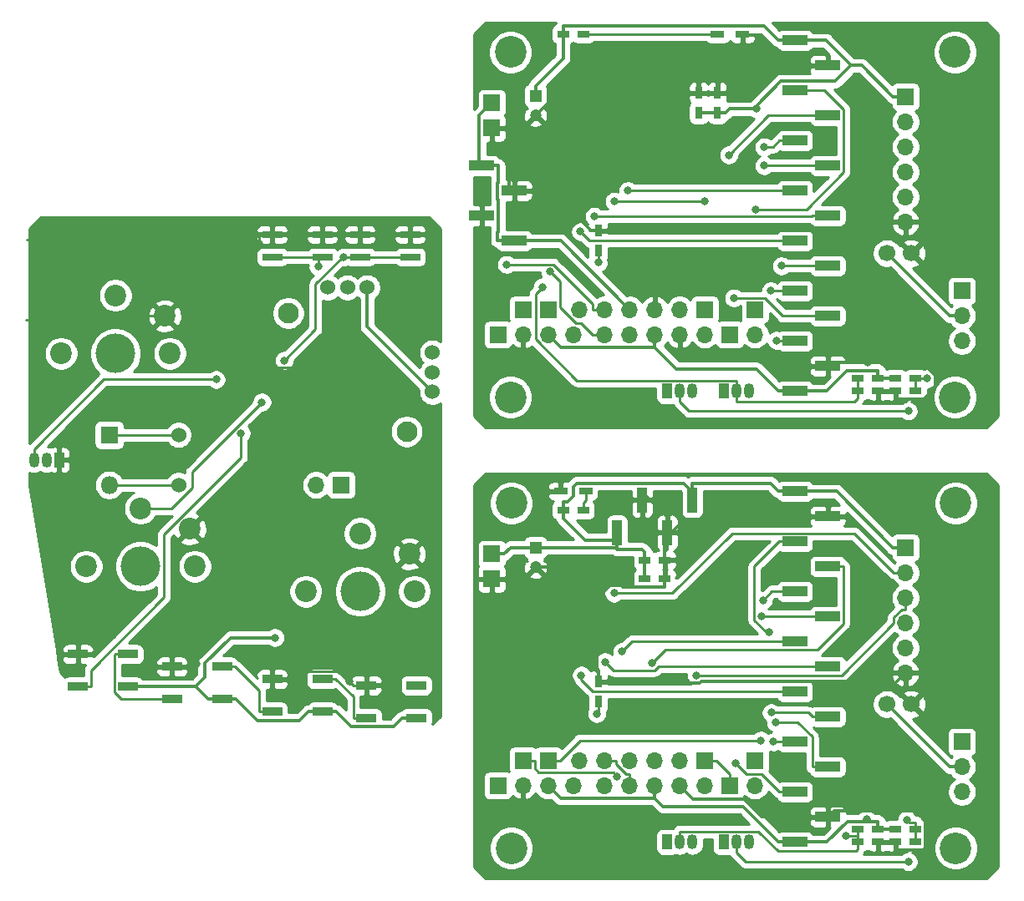
<source format=gtl>
G04 #@! TF.GenerationSoftware,KiCad,Pcbnew,(5.1.5)-3*
G04 #@! TF.CreationDate,2020-09-25T18:15:40+09:00*
G04 #@! TF.ProjectId,lefthand,6c656674-6861-46e6-942e-6b696361645f,rev?*
G04 #@! TF.SameCoordinates,Original*
G04 #@! TF.FileFunction,Copper,L1,Top*
G04 #@! TF.FilePolarity,Positive*
%FSLAX46Y46*%
G04 Gerber Fmt 4.6, Leading zero omitted, Abs format (unit mm)*
G04 Created by KiCad (PCBNEW (5.1.5)-3) date 2020-09-25 18:15:40*
%MOMM*%
%LPD*%
G04 APERTURE LIST*
%ADD10C,2.200000*%
%ADD11C,4.000000*%
%ADD12R,1.200000X0.800000*%
%ADD13C,1.200000*%
%ADD14R,1.200000X1.200000*%
%ADD15R,0.800000X1.200000*%
%ADD16R,1.700000X1.700000*%
%ADD17O,1.700000X1.700000*%
%ADD18C,1.524000*%
%ADD19C,1.700000*%
%ADD20R,1.050000X1.500000*%
%ADD21O,1.050000X1.500000*%
%ADD22R,2.000000X0.750000*%
%ADD23C,2.100000*%
%ADD24R,2.510000X1.000000*%
%ADD25R,1.400000X0.800000*%
%ADD26R,1.000000X2.510000*%
%ADD27R,2.000000X0.900000*%
%ADD28C,3.210000*%
%ADD29O,1.800000X1.800000*%
%ADD30R,1.800000X1.800000*%
%ADD31C,0.800000*%
%ADD32C,0.350000*%
%ADD33C,0.250000*%
%ADD34C,0.254000*%
G04 APERTURE END LIST*
D10*
X26250000Y-60325000D03*
X37250000Y-60325000D03*
D11*
X31750000Y-60325000D03*
D10*
X36750000Y-56525000D03*
X31750000Y-54425000D03*
D12*
X108966000Y-64135000D03*
X106934000Y-64135000D03*
X110744000Y-64135000D03*
X112776000Y-64135000D03*
D13*
X74295000Y-36195000D03*
D14*
X74295000Y-34195000D03*
D15*
X90805000Y-33909000D03*
X90805000Y-35941000D03*
X92710000Y-35941000D03*
X92710000Y-33909000D03*
D12*
X108966000Y-109855000D03*
X106934000Y-109855000D03*
X110744000Y-109855000D03*
X112776000Y-109855000D03*
D13*
X74295000Y-82010000D03*
D14*
X74295000Y-80010000D03*
D12*
X87376000Y-81280000D03*
X85344000Y-81280000D03*
X85344000Y-83185000D03*
X87376000Y-83185000D03*
D16*
X69850000Y-34925000D03*
X75565000Y-55880000D03*
X73025000Y-55880000D03*
D17*
X78105000Y-58420000D03*
X75565000Y-58420000D03*
X73025000Y-58420000D03*
D16*
X70485000Y-58420000D03*
D17*
X81280000Y-58420000D03*
X83820000Y-58420000D03*
X86360000Y-58420000D03*
X88900000Y-58420000D03*
X91440000Y-58420000D03*
D16*
X93980000Y-58420000D03*
D17*
X78740000Y-55880000D03*
X81280000Y-55880000D03*
X83820000Y-55880000D03*
X86360000Y-55880000D03*
X88900000Y-55880000D03*
D16*
X91440000Y-55880000D03*
X69850000Y-37465000D03*
X69850000Y-80645000D03*
D17*
X96520000Y-104140000D03*
D16*
X96520000Y-101600000D03*
X75565000Y-101600000D03*
X73025000Y-101600000D03*
D17*
X78105000Y-104140000D03*
X75565000Y-104140000D03*
X73025000Y-104140000D03*
D16*
X70485000Y-104140000D03*
D17*
X78740000Y-101600000D03*
X81280000Y-101600000D03*
X83820000Y-101600000D03*
X86360000Y-101600000D03*
X88900000Y-101600000D03*
D16*
X91440000Y-101600000D03*
D17*
X81280000Y-104140000D03*
X83820000Y-104140000D03*
X86360000Y-104140000D03*
X88900000Y-104140000D03*
X91440000Y-104140000D03*
D16*
X93980000Y-104140000D03*
X69850000Y-83185000D03*
D18*
X38140000Y-68580000D03*
X38140000Y-73660000D03*
D19*
X109875000Y-50165000D03*
X112375000Y-50165000D03*
X109875000Y-95885000D03*
X112375000Y-95885000D03*
D20*
X87630000Y-64135000D03*
D21*
X90170000Y-64135000D03*
X88900000Y-64135000D03*
D20*
X93345000Y-64135000D03*
D21*
X95885000Y-64135000D03*
X94615000Y-64135000D03*
D20*
X26035000Y-71120000D03*
D21*
X23495000Y-71120000D03*
X24765000Y-71120000D03*
D20*
X93345000Y-109855000D03*
D21*
X95885000Y-109855000D03*
X94615000Y-109855000D03*
D20*
X87630000Y-109855000D03*
D21*
X90170000Y-109855000D03*
X88900000Y-109855000D03*
D12*
X106934000Y-62865000D03*
X108966000Y-62865000D03*
X112776000Y-62865000D03*
X110744000Y-62865000D03*
D15*
X80645000Y-47879000D03*
X80645000Y-49911000D03*
D12*
X106934000Y-108585000D03*
X108966000Y-108585000D03*
X112776000Y-108585000D03*
X110744000Y-108585000D03*
D15*
X80645000Y-93599000D03*
X80645000Y-95631000D03*
D17*
X117475000Y-59055000D03*
X117475000Y-56515000D03*
D16*
X117475000Y-53975000D03*
D22*
X47625000Y-50546000D03*
X47625000Y-48260000D03*
X52705000Y-48260000D03*
X52705000Y-50546000D03*
X56515000Y-50546000D03*
X56515000Y-48260000D03*
X61595000Y-48260000D03*
X61595000Y-50546000D03*
D17*
X117475000Y-104775000D03*
X117475000Y-102235000D03*
D16*
X117475000Y-99695000D03*
D23*
X61245000Y-68230000D03*
X49245000Y-56230000D03*
D18*
X53245000Y-53630000D03*
X55245000Y-53630000D03*
X57245000Y-53630000D03*
X63845000Y-60230000D03*
X63845000Y-62230000D03*
X63845000Y-64230000D03*
D24*
X103890000Y-107315000D03*
X103890000Y-102235000D03*
X103890000Y-97155000D03*
X103890000Y-92075000D03*
X103890000Y-86995000D03*
X103890000Y-81915000D03*
X103890000Y-76835000D03*
X100580000Y-109855000D03*
X100580000Y-104775000D03*
X100580000Y-99695000D03*
X100580000Y-94615000D03*
X100580000Y-89535000D03*
X100580000Y-84455000D03*
X100580000Y-79375000D03*
X100580000Y-74295000D03*
D25*
X95250000Y-27940000D03*
X92710000Y-27940000D03*
X76835000Y-74295000D03*
X79375000Y-74295000D03*
D24*
X72140000Y-48895000D03*
X72140000Y-43815000D03*
X68830000Y-46355000D03*
X68830000Y-41275000D03*
D26*
X82550000Y-78490000D03*
X87630000Y-78490000D03*
X85090000Y-75180000D03*
X90170000Y-75180000D03*
D12*
X77089000Y-27940000D03*
X79121000Y-27940000D03*
X77089000Y-76200000D03*
X79121000Y-76200000D03*
D27*
X42545000Y-95377000D03*
X42545000Y-92075000D03*
X37465000Y-92075000D03*
X37465000Y-95377000D03*
X52705000Y-96647000D03*
X52705000Y-93345000D03*
X47625000Y-93345000D03*
X47625000Y-96647000D03*
X62230000Y-97282000D03*
X62230000Y-93980000D03*
X57150000Y-93980000D03*
X57150000Y-97282000D03*
X33020000Y-94107000D03*
X33020000Y-90805000D03*
X27940000Y-90805000D03*
X27940000Y-94107000D03*
D17*
X96520000Y-58420000D03*
D16*
X96520000Y-55880000D03*
D24*
X103890000Y-61595000D03*
X103890000Y-56515000D03*
X103890000Y-51435000D03*
X103890000Y-46355000D03*
X103890000Y-41275000D03*
X103890000Y-36195000D03*
X103890000Y-31115000D03*
X100580000Y-64135000D03*
X100580000Y-59055000D03*
X100580000Y-53975000D03*
X100580000Y-48895000D03*
X100580000Y-43815000D03*
X100580000Y-38735000D03*
X100580000Y-33655000D03*
X100580000Y-28575000D03*
D17*
X52070000Y-73660000D03*
D16*
X54610000Y-73660000D03*
D17*
X111760000Y-46990000D03*
X111760000Y-44450000D03*
X111760000Y-41910000D03*
X111760000Y-39370000D03*
X111760000Y-36830000D03*
D16*
X111760000Y-34290000D03*
D17*
X111760000Y-92710000D03*
X111760000Y-90170000D03*
X111760000Y-87630000D03*
X111760000Y-85090000D03*
X111760000Y-82550000D03*
D16*
X111760000Y-80010000D03*
D28*
X116840000Y-75490000D03*
X71760000Y-29770000D03*
X71840000Y-75490000D03*
X116760000Y-29770000D03*
X71840000Y-110490000D03*
X71760000Y-64770000D03*
X116840000Y-110490000D03*
X116760000Y-64770000D03*
D10*
X28790000Y-81915000D03*
X39790000Y-81915000D03*
D11*
X34290000Y-81915000D03*
D10*
X39290000Y-78115000D03*
X34290000Y-76015000D03*
X51015000Y-84455000D03*
X62015000Y-84455000D03*
D11*
X56515000Y-84455000D03*
D10*
X61515000Y-80655000D03*
X56515000Y-78555000D03*
D29*
X31115000Y-73660000D03*
D30*
X31115000Y-68580000D03*
D31*
X74983800Y-53589300D03*
X113988000Y-62865000D03*
X112047000Y-66163700D03*
X96669600Y-35514400D03*
X105724000Y-109220000D03*
X111893000Y-107607000D03*
X112052000Y-111858000D03*
X107825000Y-107553000D03*
X93862700Y-40191500D03*
X86116600Y-91683200D03*
X75760400Y-52027100D03*
X71373300Y-51301800D03*
X82278300Y-44897400D03*
X91413800Y-44897400D03*
X97117800Y-99550400D03*
X82512300Y-103190000D03*
X90590900Y-92955000D03*
X82252200Y-84628900D03*
X96618700Y-45697400D03*
X97929800Y-88588000D03*
X80651700Y-51112100D03*
X83656800Y-43815000D03*
X80264400Y-46422700D03*
X78838500Y-47974000D03*
X94385200Y-54688300D03*
X98695500Y-58992100D03*
X97448700Y-39395200D03*
X97448700Y-41275000D03*
X80493300Y-96845500D03*
X98169500Y-96737900D03*
X98397000Y-99695000D03*
X98619800Y-97742600D03*
X94560200Y-101840000D03*
X97347100Y-85350200D03*
X97197300Y-86995000D03*
X83031100Y-90556200D03*
X81329900Y-91594600D03*
X78931800Y-92942000D03*
X85725000Y-47625000D03*
X95250000Y-29210000D03*
X107935000Y-61207500D03*
X69139000Y-47933100D03*
X106045000Y-90170000D03*
X104140000Y-93980000D03*
X74930000Y-107315000D03*
X114069000Y-106659000D03*
X74790000Y-74012800D03*
X31491500Y-88932900D03*
X29989500Y-56525000D03*
X39973500Y-91785000D03*
X55456600Y-93611900D03*
X50472300Y-61575500D03*
X46278900Y-49215100D03*
X30641900Y-48786500D03*
X49663400Y-92631900D03*
X47891700Y-89132800D03*
X44475000Y-68415000D03*
X52278900Y-51522000D03*
X48858200Y-61031500D03*
X54875800Y-50546000D03*
X46577700Y-65268100D03*
X41944000Y-62958000D03*
X99205500Y-51435000D03*
X98117800Y-53975000D03*
D32*
X117475000Y-56515000D02*
X116200000Y-56515000D01*
X116200000Y-56515000D02*
X116200000Y-56489700D01*
X116200000Y-56489700D02*
X109875000Y-50165000D01*
D33*
X106934000Y-64135000D02*
X106934000Y-62865000D01*
X94615000Y-64135000D02*
X94615000Y-65210300D01*
X94615000Y-65210300D02*
X106584000Y-65210300D01*
X106584000Y-65210300D02*
X106934000Y-64860300D01*
X106934000Y-64860300D02*
X106934000Y-64135000D01*
X94615000Y-64135000D02*
X94615000Y-63059700D01*
X94615000Y-63059700D02*
X78454800Y-63059700D01*
X78454800Y-63059700D02*
X74295000Y-58899900D01*
X74295000Y-58899900D02*
X74295000Y-54278100D01*
X74295000Y-54278100D02*
X74983800Y-53589300D01*
X112776000Y-62865000D02*
X112776000Y-64135000D01*
X112776000Y-62865000D02*
X113988000Y-62865000D01*
X88900000Y-64135000D02*
X88900000Y-65210300D01*
X88900000Y-65210300D02*
X89853400Y-66163700D01*
X89853400Y-66163700D02*
X112047000Y-66163700D01*
D32*
X86360000Y-59695300D02*
X76840300Y-59695300D01*
X76840300Y-59695300D02*
X75565000Y-58420000D01*
X106277000Y-31129700D02*
X103722000Y-28575000D01*
X103722000Y-28575000D02*
X100580000Y-28575000D01*
X111760000Y-34290000D02*
X110485000Y-34290000D01*
X110485000Y-34290000D02*
X107324000Y-31129700D01*
X107324000Y-31129700D02*
X106277000Y-31129700D01*
X68830000Y-41275000D02*
X68574600Y-41019600D01*
X68574600Y-41019600D02*
X68574600Y-36200400D01*
X68574600Y-36200400D02*
X69850000Y-34925000D01*
X108966000Y-62865000D02*
X108966000Y-62039700D01*
X108966000Y-62039700D02*
X105852000Y-62039700D01*
X105852000Y-62039700D02*
X103757000Y-64135000D01*
X103757000Y-64135000D02*
X100580000Y-64135000D01*
X77089000Y-27940000D02*
X77089000Y-30375700D01*
X77089000Y-30375700D02*
X74295000Y-33169700D01*
X74295000Y-33169700D02*
X74295000Y-34195000D01*
X110744000Y-62865000D02*
X108966000Y-62865000D01*
X86360000Y-58420000D02*
X86360000Y-59695300D01*
X92710000Y-35941000D02*
X93535300Y-35941000D01*
X93535300Y-35941000D02*
X93961900Y-35514400D01*
X93961900Y-35514400D02*
X96669600Y-35514400D01*
X92710000Y-35941000D02*
X90805000Y-35941000D01*
X100580000Y-64135000D02*
X98899700Y-64135000D01*
X98899700Y-64135000D02*
X96659800Y-61895100D01*
X96659800Y-61895100D02*
X88559800Y-61895100D01*
X88559800Y-61895100D02*
X86360000Y-59695300D01*
X100580000Y-28575000D02*
X98899700Y-28575000D01*
X98899700Y-28575000D02*
X97439400Y-27114700D01*
X97439400Y-27114700D02*
X77089000Y-27114700D01*
X77089000Y-27114700D02*
X77089000Y-27940000D01*
X83820000Y-55880000D02*
X76835000Y-48895000D01*
X76835000Y-48895000D02*
X72140000Y-48895000D01*
X68830000Y-41275000D02*
X70510300Y-41275000D01*
X70510300Y-41275000D02*
X70510300Y-42998200D01*
X70510300Y-42998200D02*
X70457800Y-43050700D01*
X70457800Y-43050700D02*
X70457800Y-44678500D01*
X70457800Y-44678500D02*
X70512300Y-44733000D01*
X70512300Y-44733000D02*
X70512300Y-47988400D01*
X70512300Y-47988400D02*
X70459700Y-48041000D01*
X70459700Y-48041000D02*
X70459700Y-48895000D01*
X70459700Y-48895000D02*
X72140000Y-48895000D01*
X106277000Y-31129700D02*
X104677000Y-32729600D01*
X104677000Y-32729600D02*
X99144200Y-32729600D01*
X99144200Y-32729600D02*
X96669600Y-35204200D01*
X96669600Y-35204200D02*
X96669600Y-35514400D01*
X117475000Y-102235000D02*
X116200000Y-102235000D01*
X116200000Y-102235000D02*
X116200000Y-102210000D01*
X116200000Y-102210000D02*
X109875000Y-95885000D01*
D33*
X88900000Y-109855000D02*
X88900000Y-108780000D01*
X88900000Y-108780000D02*
X96867100Y-108780000D01*
X96867100Y-108780000D02*
X98848900Y-110762000D01*
X98848900Y-110762000D02*
X106753000Y-110762000D01*
X106753000Y-110762000D02*
X106934000Y-110580000D01*
X106934000Y-110580000D02*
X106934000Y-109855000D01*
X106934000Y-109855000D02*
X106934000Y-109220000D01*
X106934000Y-109220000D02*
X106934000Y-108585000D01*
X106934000Y-109220000D02*
X105724000Y-109220000D01*
X112776000Y-108585000D02*
X112776000Y-109855000D01*
X112776000Y-108585000D02*
X112776000Y-107860000D01*
X112776000Y-107860000D02*
X112145000Y-107860000D01*
X112145000Y-107860000D02*
X111893000Y-107607000D01*
X94615000Y-109855000D02*
X94615000Y-110930000D01*
X94615000Y-110930000D02*
X95542400Y-111858000D01*
X95542400Y-111858000D02*
X112052000Y-111858000D01*
D32*
X111760000Y-80010000D02*
X110485000Y-80010000D01*
X110485000Y-80010000D02*
X104770000Y-74295000D01*
X104770000Y-74295000D02*
X100580000Y-74295000D01*
X82550000Y-80010000D02*
X82550000Y-80170300D01*
X82550000Y-80170300D02*
X85059600Y-80170300D01*
X85059600Y-80170300D02*
X85344000Y-80454700D01*
X85344000Y-80454700D02*
X85344000Y-81280000D01*
X90170000Y-74339800D02*
X90170000Y-73499700D01*
X90170000Y-73499700D02*
X98104400Y-73499700D01*
X98104400Y-73499700D02*
X98899700Y-74295000D01*
X98899700Y-74295000D02*
X100580000Y-74295000D01*
X90170000Y-75180000D02*
X90170000Y-74339800D01*
X90170000Y-74339800D02*
X89299800Y-73469600D01*
X89299800Y-73469600D02*
X78444100Y-73469600D01*
X78444100Y-73469600D02*
X78095600Y-73818100D01*
X78095600Y-73818100D02*
X78095600Y-74780700D01*
X78095600Y-74780700D02*
X77501600Y-75374700D01*
X77501600Y-75374700D02*
X77089000Y-75374700D01*
X77089000Y-75374700D02*
X77089000Y-76200000D01*
X86360000Y-104140000D02*
X86360000Y-105415000D01*
X100580000Y-109855000D02*
X98899700Y-109855000D01*
X98899700Y-109855000D02*
X95282900Y-106238000D01*
X95282900Y-106238000D02*
X87182900Y-106238000D01*
X87182900Y-106238000D02*
X86360000Y-105415000D01*
X86360000Y-105415000D02*
X76840300Y-105415000D01*
X76840300Y-105415000D02*
X75565000Y-104140000D01*
X108966000Y-108585000D02*
X108966000Y-107760000D01*
X108966000Y-107760000D02*
X107825000Y-107760000D01*
X69850000Y-80645000D02*
X71125300Y-80645000D01*
X71125300Y-80645000D02*
X71760300Y-80010000D01*
X71760300Y-80010000D02*
X74295000Y-80010000D01*
X74295000Y-80010000D02*
X82550000Y-80010000D01*
X85344000Y-83185000D02*
X85344000Y-81280000D01*
X82550000Y-78490000D02*
X82550000Y-79250000D01*
X82550000Y-79250000D02*
X82550000Y-80010000D01*
X82550000Y-79250000D02*
X79313700Y-79250000D01*
X79313700Y-79250000D02*
X77089000Y-77025300D01*
X77089000Y-77025300D02*
X77089000Y-76200000D01*
X110744000Y-108585000D02*
X108966000Y-108585000D01*
X100580000Y-109855000D02*
X103775000Y-109855000D01*
X103775000Y-109855000D02*
X105870000Y-107760000D01*
X105870000Y-107760000D02*
X107825000Y-107760000D01*
X107825000Y-107760000D02*
X107825000Y-107553000D01*
D33*
X31115000Y-73660000D02*
X38140000Y-73660000D01*
X31115000Y-68580000D02*
X38140000Y-68580000D01*
X93862700Y-40191500D02*
X97859200Y-36195000D01*
X97859200Y-36195000D02*
X103890000Y-36195000D01*
X42545000Y-92075000D02*
X43870300Y-92075000D01*
X47625000Y-96647000D02*
X46299700Y-96647000D01*
X46299700Y-96647000D02*
X46299700Y-94504400D01*
X46299700Y-94504400D02*
X43870300Y-92075000D01*
X54030300Y-93345000D02*
X55824700Y-95139400D01*
X55824700Y-95139400D02*
X55824700Y-97282000D01*
X52705000Y-93345000D02*
X54030300Y-93345000D01*
X57150000Y-97282000D02*
X55824700Y-97282000D01*
X103890000Y-81915000D02*
X105470000Y-81915000D01*
X105470000Y-81915000D02*
X105470000Y-87707700D01*
X105470000Y-87707700D02*
X102818000Y-90360400D01*
X102818000Y-90360400D02*
X87439400Y-90360400D01*
X87439400Y-90360400D02*
X86116600Y-91683200D01*
X75760400Y-52027100D02*
X76740400Y-53007100D01*
X76740400Y-53007100D02*
X76740400Y-55608800D01*
X76740400Y-55608800D02*
X78376300Y-57244700D01*
X78376300Y-57244700D02*
X78929400Y-57244700D01*
X78929400Y-57244700D02*
X80104700Y-58420000D01*
X80104700Y-58420000D02*
X81280000Y-58420000D01*
X81280000Y-55880000D02*
X80104700Y-55880000D01*
X80104700Y-55880000D02*
X80104700Y-55345600D01*
X80104700Y-55345600D02*
X76060900Y-51301800D01*
X76060900Y-51301800D02*
X71373300Y-51301800D01*
X82278300Y-44897400D02*
X91413800Y-44897400D01*
X75565000Y-101600000D02*
X76740300Y-101600000D01*
X76740300Y-101600000D02*
X78789900Y-99550400D01*
X78789900Y-99550400D02*
X97117800Y-99550400D01*
X74567500Y-102775000D02*
X74200300Y-102408000D01*
X82512300Y-103190000D02*
X82216200Y-102775000D01*
X74200300Y-101600000D02*
X73025000Y-101600000D01*
X74200300Y-102408000D02*
X74200300Y-101600000D01*
X82216200Y-102775000D02*
X74567500Y-102775000D01*
X83820000Y-104140000D02*
X83820000Y-102965000D01*
X83820000Y-102965000D02*
X83431400Y-102965000D01*
X83431400Y-102965000D02*
X82455400Y-101989000D01*
X82455400Y-101989000D02*
X82455300Y-101989000D01*
X82455300Y-101989000D02*
X82455300Y-101600000D01*
X82455300Y-101600000D02*
X81280000Y-101600000D01*
X93980000Y-104140000D02*
X93980000Y-102965000D01*
X93980000Y-102965000D02*
X92615300Y-101600000D01*
X92615300Y-101600000D02*
X91440000Y-101600000D01*
X111760000Y-85090000D02*
X111760000Y-86265300D01*
X111760000Y-86265300D02*
X111393000Y-86265300D01*
X111393000Y-86265300D02*
X110585000Y-87073200D01*
X110585000Y-87073200D02*
X110585000Y-87660100D01*
X110585000Y-87660100D02*
X105290000Y-92955000D01*
X105290000Y-92955000D02*
X90590900Y-92955000D01*
X111760000Y-82550000D02*
X110585000Y-82550000D01*
X110585000Y-82550000D02*
X106584000Y-78549600D01*
X106584000Y-78549600D02*
X94233300Y-78549600D01*
X94233300Y-78549600D02*
X88154000Y-84628900D01*
X88154000Y-84628900D02*
X82252200Y-84628900D01*
X100580000Y-33655000D02*
X103572000Y-33655000D01*
X103572000Y-33655000D02*
X105470000Y-35553500D01*
X105470000Y-35553500D02*
X105470000Y-41945200D01*
X105470000Y-41945200D02*
X101718000Y-45697400D01*
X101718000Y-45697400D02*
X96618700Y-45697400D01*
X100580000Y-79375000D02*
X98999700Y-79375000D01*
X98999700Y-79375000D02*
X96461900Y-81912800D01*
X96461900Y-81912800D02*
X96461900Y-87362600D01*
X96461900Y-87362600D02*
X97687300Y-88588000D01*
X97687300Y-88588000D02*
X97929800Y-88588000D01*
X80645000Y-49911000D02*
X80645000Y-51105400D01*
X80645000Y-51105400D02*
X80651700Y-51112100D01*
X100580000Y-43815000D02*
X83656800Y-43815000D01*
X103890000Y-46355000D02*
X102310000Y-46355000D01*
X102310000Y-46355000D02*
X102242000Y-46422700D01*
X102242000Y-46422700D02*
X80264400Y-46422700D01*
X100580000Y-48895000D02*
X79759500Y-48895000D01*
X79759500Y-48895000D02*
X78838500Y-47974000D01*
X103890000Y-56515000D02*
X99332900Y-56515000D01*
X99332900Y-56515000D02*
X97506200Y-54688300D01*
X97506200Y-54688300D02*
X94385200Y-54688300D01*
X100580000Y-59055000D02*
X98758400Y-59055000D01*
X98758400Y-59055000D02*
X98695500Y-58992100D01*
X100580000Y-38735000D02*
X98999700Y-38735000D01*
X98999700Y-38735000D02*
X98339500Y-39395200D01*
X98339500Y-39395200D02*
X97448700Y-39395200D01*
X103890000Y-41275000D02*
X97448700Y-41275000D01*
X80493300Y-96845500D02*
X80645000Y-96693800D01*
X80645000Y-96693800D02*
X80645000Y-95631000D01*
X103890000Y-97155000D02*
X102310000Y-97155000D01*
X102310000Y-97155000D02*
X101893000Y-96737900D01*
X101893000Y-96737900D02*
X98169500Y-96737900D01*
X100580000Y-99695000D02*
X98397000Y-99695000D01*
X103890000Y-102235000D02*
X102310000Y-102235000D01*
X102310000Y-102235000D02*
X102310000Y-99201100D01*
X102310000Y-99201100D02*
X100851000Y-97742600D01*
X100851000Y-97742600D02*
X98619800Y-97742600D01*
X100580000Y-104775000D02*
X98999700Y-104775000D01*
X98999700Y-104775000D02*
X97189300Y-102965000D01*
X97189300Y-102965000D02*
X95685000Y-102965000D01*
X95685000Y-102965000D02*
X94560200Y-101840000D01*
X100580000Y-84455000D02*
X98242300Y-84455000D01*
X98242300Y-84455000D02*
X97347100Y-85350200D01*
X103890000Y-86995000D02*
X97197300Y-86995000D01*
X100580000Y-89535000D02*
X84052300Y-89535000D01*
X84052300Y-89535000D02*
X83031100Y-90556200D01*
X81329900Y-91594600D02*
X82174900Y-92439600D01*
X82174900Y-92439600D02*
X86386000Y-92439600D01*
X86386000Y-92439600D02*
X86750600Y-92075000D01*
X86750600Y-92075000D02*
X103890000Y-92075000D01*
X100580000Y-94615000D02*
X80108500Y-94615000D01*
X80108500Y-94615000D02*
X78931800Y-93438300D01*
X78931800Y-93438300D02*
X78931800Y-92942000D01*
D32*
X71617600Y-37465000D02*
X71617600Y-43815000D01*
X71617600Y-43815000D02*
X72140000Y-43815000D01*
X69850000Y-37465000D02*
X71617600Y-37465000D01*
X85471000Y-47879000D02*
X85725000Y-47625000D01*
X80645000Y-47879000D02*
X85471000Y-47879000D01*
X85471000Y-47879000D02*
X80645000Y-47879000D01*
X111760000Y-46990000D02*
X110485000Y-46990000D01*
X110485000Y-46990000D02*
X109596000Y-47879000D01*
X109596000Y-47879000D02*
X85471000Y-47879000D01*
X95250000Y-28765300D02*
X95250000Y-29210000D01*
X95250000Y-27940000D02*
X95250000Y-28765300D01*
X80645000Y-47879000D02*
X79819700Y-47879000D01*
X79819700Y-47879000D02*
X79819700Y-47787400D01*
X79819700Y-47787400D02*
X75847300Y-43815000D01*
X75847300Y-43815000D02*
X72140000Y-43815000D01*
X95250000Y-27940000D02*
X95250000Y-28765300D01*
X95250000Y-28765300D02*
X96457400Y-29972700D01*
X96457400Y-29972700D02*
X96457400Y-30986900D01*
X103890000Y-31115000D02*
X96585500Y-31115000D01*
X96585500Y-31115000D02*
X96457400Y-30986900D01*
X96457400Y-30986900D02*
X93535300Y-33909000D01*
X93535300Y-33909000D02*
X92710000Y-33909000D01*
X88900000Y-58420000D02*
X88900000Y-59695300D01*
X88900000Y-59695300D02*
X90199400Y-60994700D01*
X90199400Y-60994700D02*
X101609000Y-60994700D01*
X101609000Y-60994700D02*
X102210000Y-61595000D01*
X102210000Y-61595000D02*
X103890000Y-61595000D01*
X71617600Y-37465000D02*
X73025000Y-37465000D01*
X73025000Y-37465000D02*
X74295000Y-36195000D01*
X92710000Y-33909000D02*
X90805000Y-33909000D01*
X90805000Y-33909000D02*
X76581000Y-33909000D01*
X76581000Y-33909000D02*
X74295000Y-36195000D01*
X110744000Y-64135000D02*
X108966000Y-64135000D01*
X68830000Y-46355000D02*
X68830000Y-47624100D01*
X68830000Y-47624100D02*
X69139000Y-47933100D01*
X103890000Y-61595000D02*
X104278000Y-61207500D01*
X104278000Y-61207500D02*
X107935000Y-61207500D01*
X107935000Y-61207500D02*
X113498000Y-61207500D01*
X113498000Y-61207500D02*
X114835000Y-62545400D01*
X114835000Y-62545400D02*
X114835000Y-63730700D01*
X114835000Y-63730700D02*
X113606000Y-64960300D01*
X113606000Y-64960300D02*
X110744000Y-64960300D01*
X110744000Y-64960300D02*
X110744000Y-64135000D01*
X80504600Y-85154700D02*
X77359900Y-82010000D01*
X77359900Y-82010000D02*
X74295000Y-82010000D01*
X87376000Y-83185000D02*
X87376000Y-84010300D01*
X87376000Y-84010300D02*
X83159800Y-84010300D01*
X83159800Y-84010300D02*
X82947300Y-83797800D01*
X82947300Y-83797800D02*
X81861500Y-83797800D01*
X81861500Y-83797800D02*
X80504600Y-85154700D01*
X111760000Y-92710000D02*
X110490000Y-93980000D01*
X110490000Y-93980000D02*
X104140000Y-93980000D01*
X73025000Y-104140000D02*
X73025000Y-105410000D01*
X73025000Y-105410000D02*
X74930000Y-107315000D01*
X87630000Y-78490000D02*
X87630000Y-80200700D01*
X87630000Y-80200700D02*
X87376000Y-80454700D01*
X87376000Y-81280000D02*
X87376000Y-80454700D01*
X85090000Y-75180000D02*
X85090000Y-74339800D01*
X85090000Y-74339800D02*
X87559900Y-76809700D01*
X87559900Y-76809700D02*
X87630000Y-76809700D01*
X87630000Y-76809700D02*
X87630000Y-78490000D01*
X103890000Y-76835000D02*
X102210000Y-76835000D01*
X102210000Y-76835000D02*
X101760000Y-77285100D01*
X101760000Y-77285100D02*
X89244600Y-77285100D01*
X89244600Y-77285100D02*
X87376000Y-79153700D01*
X87376000Y-79153700D02*
X87376000Y-80454700D01*
X88900000Y-104140000D02*
X90257300Y-105497000D01*
X90257300Y-105497000D02*
X95391200Y-105497000D01*
X95391200Y-105497000D02*
X97208900Y-107315000D01*
X97208900Y-107315000D02*
X103890000Y-107315000D01*
X87376000Y-81280000D02*
X87376000Y-83185000D01*
X69850000Y-83185000D02*
X73120000Y-83185000D01*
X73120000Y-83185000D02*
X74295000Y-82010000D01*
X110744000Y-109855000D02*
X108966000Y-109855000D01*
X111760000Y-92710000D02*
X110485000Y-92710000D01*
X110485000Y-92710000D02*
X109596000Y-93599000D01*
X109596000Y-93599000D02*
X91114100Y-93599000D01*
X91114100Y-93599000D02*
X90932800Y-93780300D01*
X90932800Y-93780300D02*
X81651600Y-93780300D01*
X81651600Y-93780300D02*
X81470300Y-93599000D01*
X81470300Y-93599000D02*
X80645000Y-93599000D01*
X74790000Y-74012800D02*
X75427500Y-74012800D01*
X75427500Y-74012800D02*
X75709700Y-74295000D01*
X75709700Y-74295000D02*
X76835000Y-74295000D01*
X103890000Y-107315000D02*
X104546000Y-106659000D01*
X104546000Y-106659000D02*
X113801000Y-106659000D01*
X113801000Y-106659000D02*
X114069000Y-106659000D01*
X113801000Y-106659000D02*
X113801000Y-110433000D01*
X113801000Y-110433000D02*
X113554000Y-110680000D01*
X113554000Y-110680000D02*
X110744000Y-110680000D01*
X110744000Y-110680000D02*
X110744000Y-109855000D01*
X80645000Y-93599000D02*
X80645000Y-92573700D01*
X80645000Y-92573700D02*
X80504600Y-92433300D01*
X80504600Y-92433300D02*
X80504600Y-85154700D01*
D33*
X33020000Y-90805000D02*
X31694700Y-90805000D01*
X37465000Y-95377000D02*
X32307000Y-95377000D01*
X32307000Y-95377000D02*
X31640300Y-94710300D01*
X31640300Y-94710300D02*
X31640300Y-90859400D01*
X31640300Y-90859400D02*
X31694700Y-90805000D01*
X36750000Y-56525000D02*
X41981800Y-61756800D01*
X41981800Y-61756800D02*
X50291000Y-61756800D01*
X50291000Y-61756800D02*
X50472300Y-61575500D01*
X22647600Y-56925000D02*
X29589500Y-56925000D01*
X29589500Y-56925000D02*
X29989500Y-56525000D01*
X27940000Y-90805000D02*
X29265300Y-90805000D01*
X31491500Y-88932900D02*
X31137400Y-88932900D01*
X31137400Y-88932900D02*
X29265300Y-90805000D01*
X29989500Y-56525000D02*
X36750000Y-56525000D01*
X37465000Y-92075000D02*
X38790300Y-92075000D01*
X38790300Y-92075000D02*
X39080300Y-91785000D01*
X39080300Y-91785000D02*
X39973500Y-91785000D01*
X55456600Y-93611900D02*
X55824700Y-93980000D01*
X49663400Y-92631900D02*
X49725700Y-92569600D01*
X49725700Y-92569600D02*
X54414300Y-92569600D01*
X54414300Y-92569600D02*
X55456600Y-93611900D01*
X47625000Y-48260000D02*
X52705000Y-48260000D01*
X46962400Y-48260000D02*
X47625000Y-48260000D01*
X46962400Y-48260000D02*
X46299700Y-48260000D01*
X52705000Y-48260000D02*
X56515000Y-48260000D01*
X56515000Y-48260000D02*
X61595000Y-48260000D01*
X46299700Y-48260000D02*
X46299700Y-49194300D01*
X46299700Y-49194300D02*
X46278900Y-49215100D01*
X22725700Y-48786500D02*
X30641900Y-48786500D01*
X48950300Y-93345000D02*
X49663400Y-92631900D01*
X57150000Y-93980000D02*
X55824700Y-93980000D01*
X47625000Y-93345000D02*
X48950300Y-93345000D01*
D32*
X39849700Y-94107000D02*
X40798800Y-93157900D01*
X40798800Y-93157900D02*
X40798800Y-91721800D01*
X40798800Y-91721800D02*
X43387800Y-89132800D01*
X43387800Y-89132800D02*
X47891700Y-89132800D01*
X57245000Y-53630000D02*
X57245000Y-57630000D01*
X57245000Y-57630000D02*
X63845000Y-64230000D01*
X39849700Y-94107000D02*
X41119700Y-95377000D01*
X33020000Y-94107000D02*
X39849700Y-94107000D01*
X42545000Y-95377000D02*
X43970300Y-95377000D01*
X52705000Y-96647000D02*
X51279700Y-96647000D01*
X51279700Y-96647000D02*
X50404400Y-97522300D01*
X50404400Y-97522300D02*
X46115600Y-97522300D01*
X46115600Y-97522300D02*
X43970300Y-95377000D01*
X53417700Y-96647000D02*
X52705000Y-96647000D01*
X53417700Y-96647000D02*
X54130300Y-96647000D01*
X62230000Y-97282000D02*
X60804700Y-97282000D01*
X60804700Y-97282000D02*
X59929400Y-98157300D01*
X59929400Y-98157300D02*
X55640600Y-98157300D01*
X55640600Y-98157300D02*
X54130300Y-96647000D01*
X42545000Y-95377000D02*
X41119700Y-95377000D01*
D33*
X29265300Y-94107000D02*
X29265300Y-92432700D01*
X29265300Y-92432700D02*
X36648900Y-85049100D01*
X36648900Y-85049100D02*
X36648900Y-78675100D01*
X36648900Y-78675100D02*
X44475000Y-70849000D01*
X44475000Y-70849000D02*
X44475000Y-68415000D01*
X27940000Y-94107000D02*
X29265300Y-94107000D01*
X52278900Y-50546000D02*
X52705000Y-50546000D01*
X47625000Y-50546000D02*
X52278900Y-50546000D01*
X52278900Y-50546000D02*
X52278900Y-51522000D01*
X48858200Y-61031500D02*
X52004100Y-57885600D01*
X52004100Y-57885600D02*
X52004100Y-53267500D01*
X52004100Y-53267500D02*
X54725600Y-50546000D01*
X54725600Y-50546000D02*
X54875800Y-50546000D01*
X56515000Y-50546000D02*
X54875800Y-50546000D01*
X61595000Y-50546000D02*
X56515000Y-50546000D01*
X46577700Y-65268100D02*
X39490400Y-72355400D01*
X39490400Y-72355400D02*
X39490400Y-73917800D01*
X39490400Y-73917800D02*
X37393200Y-76015000D01*
X37393200Y-76015000D02*
X34290000Y-76015000D01*
X41944000Y-62958000D02*
X30581700Y-62958000D01*
X30581700Y-62958000D02*
X23495000Y-70044700D01*
X23495000Y-71120000D02*
X23495000Y-70044700D01*
X92710000Y-27940000D02*
X79121000Y-27940000D01*
X79375000Y-74295000D02*
X79375000Y-75220700D01*
X79375000Y-75220700D02*
X79121000Y-75474700D01*
X79121000Y-75474700D02*
X79121000Y-76200000D01*
X103890000Y-51435000D02*
X99205500Y-51435000D01*
X100580000Y-53975000D02*
X98117800Y-53975000D01*
D34*
G36*
X64643000Y-47677606D02*
G01*
X64643000Y-59083050D01*
X64506727Y-58991995D01*
X64252490Y-58886686D01*
X63982592Y-58833000D01*
X63707408Y-58833000D01*
X63437510Y-58886686D01*
X63183273Y-58991995D01*
X62954465Y-59144880D01*
X62759880Y-59339465D01*
X62606995Y-59568273D01*
X62501686Y-59822510D01*
X62448000Y-60092408D01*
X62448000Y-60367592D01*
X62501686Y-60637490D01*
X62606995Y-60891727D01*
X62759880Y-61120535D01*
X62869345Y-61230000D01*
X62759880Y-61339465D01*
X62606995Y-61568273D01*
X62525509Y-61764996D01*
X58055000Y-57294488D01*
X58055000Y-54768932D01*
X58135535Y-54715120D01*
X58330120Y-54520535D01*
X58483005Y-54291727D01*
X58588314Y-54037490D01*
X58642000Y-53767592D01*
X58642000Y-53492408D01*
X58588314Y-53222510D01*
X58483005Y-52968273D01*
X58330120Y-52739465D01*
X58135535Y-52544880D01*
X57906727Y-52391995D01*
X57652490Y-52286686D01*
X57382592Y-52233000D01*
X57107408Y-52233000D01*
X56837510Y-52286686D01*
X56583273Y-52391995D01*
X56354465Y-52544880D01*
X56245000Y-52654345D01*
X56135535Y-52544880D01*
X55906727Y-52391995D01*
X55652490Y-52286686D01*
X55382592Y-52233000D01*
X55107408Y-52233000D01*
X54837510Y-52286686D01*
X54583273Y-52391995D01*
X54354465Y-52544880D01*
X54245000Y-52654345D01*
X54135535Y-52544880D01*
X53935309Y-52411093D01*
X54766805Y-51579597D01*
X54773861Y-51581000D01*
X54977739Y-51581000D01*
X55177698Y-51541226D01*
X55262547Y-51506080D01*
X55270820Y-51510502D01*
X55390518Y-51546812D01*
X55515000Y-51559072D01*
X57515000Y-51559072D01*
X57639482Y-51546812D01*
X57759180Y-51510502D01*
X57869494Y-51451537D01*
X57966185Y-51372185D01*
X58020501Y-51306000D01*
X60089499Y-51306000D01*
X60143815Y-51372185D01*
X60240506Y-51451537D01*
X60350820Y-51510502D01*
X60470518Y-51546812D01*
X60595000Y-51559072D01*
X62595000Y-51559072D01*
X62719482Y-51546812D01*
X62839180Y-51510502D01*
X62949494Y-51451537D01*
X63046185Y-51372185D01*
X63125537Y-51275494D01*
X63184502Y-51165180D01*
X63220812Y-51045482D01*
X63233072Y-50921000D01*
X63233072Y-50171000D01*
X63220812Y-50046518D01*
X63184502Y-49926820D01*
X63125537Y-49816506D01*
X63046185Y-49719815D01*
X62949494Y-49640463D01*
X62839180Y-49581498D01*
X62719482Y-49545188D01*
X62595000Y-49532928D01*
X60595000Y-49532928D01*
X60470518Y-49545188D01*
X60350820Y-49581498D01*
X60240506Y-49640463D01*
X60143815Y-49719815D01*
X60089499Y-49786000D01*
X58020501Y-49786000D01*
X57966185Y-49719815D01*
X57869494Y-49640463D01*
X57759180Y-49581498D01*
X57639482Y-49545188D01*
X57515000Y-49532928D01*
X55515000Y-49532928D01*
X55390518Y-49545188D01*
X55270820Y-49581498D01*
X55262547Y-49585920D01*
X55177698Y-49550774D01*
X54977739Y-49511000D01*
X54773861Y-49511000D01*
X54573902Y-49550774D01*
X54385544Y-49628795D01*
X54216026Y-49742063D01*
X54193187Y-49764902D01*
X54156185Y-49719815D01*
X54059494Y-49640463D01*
X53949180Y-49581498D01*
X53829482Y-49545188D01*
X53705000Y-49532928D01*
X51705000Y-49532928D01*
X51580518Y-49545188D01*
X51460820Y-49581498D01*
X51350506Y-49640463D01*
X51253815Y-49719815D01*
X51199499Y-49786000D01*
X49130501Y-49786000D01*
X49076185Y-49719815D01*
X48979494Y-49640463D01*
X48869180Y-49581498D01*
X48749482Y-49545188D01*
X48625000Y-49532928D01*
X46625000Y-49532928D01*
X46500518Y-49545188D01*
X46380820Y-49581498D01*
X46270506Y-49640463D01*
X46173815Y-49719815D01*
X46094463Y-49816506D01*
X46035498Y-49926820D01*
X45999188Y-50046518D01*
X45986928Y-50171000D01*
X45986928Y-50921000D01*
X45999188Y-51045482D01*
X46035498Y-51165180D01*
X46094463Y-51275494D01*
X46173815Y-51372185D01*
X46270506Y-51451537D01*
X46380820Y-51510502D01*
X46500518Y-51546812D01*
X46625000Y-51559072D01*
X48625000Y-51559072D01*
X48749482Y-51546812D01*
X48869180Y-51510502D01*
X48979494Y-51451537D01*
X49076185Y-51372185D01*
X49130501Y-51306000D01*
X51199499Y-51306000D01*
X51253500Y-51371801D01*
X51243900Y-51420061D01*
X51243900Y-51623939D01*
X51283674Y-51823898D01*
X51361695Y-52012256D01*
X51474963Y-52181774D01*
X51619126Y-52325937D01*
X51770031Y-52426768D01*
X51493098Y-52703701D01*
X51464100Y-52727499D01*
X51440302Y-52756497D01*
X51440301Y-52756498D01*
X51369126Y-52843224D01*
X51298554Y-52975254D01*
X51255098Y-53118515D01*
X51240424Y-53267500D01*
X51244101Y-53304832D01*
X51244100Y-57570797D01*
X48818399Y-59996500D01*
X48756261Y-59996500D01*
X48556302Y-60036274D01*
X48367944Y-60114295D01*
X48198426Y-60227563D01*
X48054263Y-60371726D01*
X47940995Y-60541244D01*
X47862974Y-60729602D01*
X47823200Y-60929561D01*
X47823200Y-61133439D01*
X47862974Y-61333398D01*
X47940995Y-61521756D01*
X48054263Y-61691274D01*
X48198426Y-61835437D01*
X48367944Y-61948705D01*
X48556302Y-62026726D01*
X48756261Y-62066500D01*
X48960139Y-62066500D01*
X49160098Y-62026726D01*
X49348456Y-61948705D01*
X49517974Y-61835437D01*
X49662137Y-61691274D01*
X49775405Y-61521756D01*
X49853426Y-61333398D01*
X49893200Y-61133439D01*
X49893200Y-61071301D01*
X52515109Y-58449394D01*
X52544101Y-58425601D01*
X52567895Y-58396608D01*
X52567899Y-58396604D01*
X52639073Y-58309877D01*
X52639074Y-58309876D01*
X52709646Y-58177847D01*
X52753103Y-58034586D01*
X52764100Y-57922933D01*
X52764100Y-57922924D01*
X52767776Y-57885601D01*
X52764100Y-57848278D01*
X52764100Y-54942906D01*
X52837510Y-54973314D01*
X53107408Y-55027000D01*
X53382592Y-55027000D01*
X53652490Y-54973314D01*
X53906727Y-54868005D01*
X54135535Y-54715120D01*
X54245000Y-54605655D01*
X54354465Y-54715120D01*
X54583273Y-54868005D01*
X54837510Y-54973314D01*
X55107408Y-55027000D01*
X55382592Y-55027000D01*
X55652490Y-54973314D01*
X55906727Y-54868005D01*
X56135535Y-54715120D01*
X56245000Y-54605655D01*
X56354465Y-54715120D01*
X56435000Y-54768932D01*
X56435001Y-57590202D01*
X56431081Y-57630000D01*
X56446721Y-57788787D01*
X56493038Y-57941473D01*
X56568251Y-58082189D01*
X56623852Y-58149939D01*
X56669473Y-58205528D01*
X56700383Y-58230895D01*
X62466896Y-63997409D01*
X62448000Y-64092408D01*
X62448000Y-64367592D01*
X62501686Y-64637490D01*
X62606995Y-64891727D01*
X62759880Y-65120535D01*
X62954465Y-65315120D01*
X63183273Y-65468005D01*
X63437510Y-65573314D01*
X63707408Y-65627000D01*
X63982592Y-65627000D01*
X64252490Y-65573314D01*
X64506727Y-65468005D01*
X64643000Y-65376950D01*
X64643000Y-97102394D01*
X63841399Y-97903995D01*
X63855812Y-97856482D01*
X63868072Y-97732000D01*
X63868072Y-96832000D01*
X63855812Y-96707518D01*
X63819502Y-96587820D01*
X63760537Y-96477506D01*
X63681185Y-96380815D01*
X63584494Y-96301463D01*
X63474180Y-96242498D01*
X63354482Y-96206188D01*
X63230000Y-96193928D01*
X61230000Y-96193928D01*
X61105518Y-96206188D01*
X60985820Y-96242498D01*
X60875506Y-96301463D01*
X60778815Y-96380815D01*
X60699463Y-96477506D01*
X60698933Y-96478498D01*
X60645912Y-96483720D01*
X60493227Y-96530037D01*
X60427724Y-96565049D01*
X60352510Y-96605251D01*
X60302296Y-96646461D01*
X60229172Y-96706472D01*
X60203805Y-96737382D01*
X59593888Y-97347300D01*
X58788072Y-97347300D01*
X58788072Y-96832000D01*
X58775812Y-96707518D01*
X58739502Y-96587820D01*
X58680537Y-96477506D01*
X58601185Y-96380815D01*
X58504494Y-96301463D01*
X58394180Y-96242498D01*
X58274482Y-96206188D01*
X58150000Y-96193928D01*
X56584700Y-96193928D01*
X56584700Y-95176723D01*
X56588376Y-95139400D01*
X56584700Y-95102077D01*
X56584700Y-95102067D01*
X56581169Y-95066218D01*
X56864250Y-95065000D01*
X57023000Y-94906250D01*
X57023000Y-94107000D01*
X57277000Y-94107000D01*
X57277000Y-94906250D01*
X57435750Y-95065000D01*
X58150000Y-95068072D01*
X58274482Y-95055812D01*
X58394180Y-95019502D01*
X58504494Y-94960537D01*
X58601185Y-94881185D01*
X58680537Y-94784494D01*
X58739502Y-94674180D01*
X58775812Y-94554482D01*
X58788072Y-94430000D01*
X58785000Y-94265750D01*
X58626250Y-94107000D01*
X57277000Y-94107000D01*
X57023000Y-94107000D01*
X57003000Y-94107000D01*
X57003000Y-93853000D01*
X57023000Y-93853000D01*
X57023000Y-93053750D01*
X57277000Y-93053750D01*
X57277000Y-93853000D01*
X58626250Y-93853000D01*
X58785000Y-93694250D01*
X58788072Y-93530000D01*
X60591928Y-93530000D01*
X60591928Y-94430000D01*
X60604188Y-94554482D01*
X60640498Y-94674180D01*
X60699463Y-94784494D01*
X60778815Y-94881185D01*
X60875506Y-94960537D01*
X60985820Y-95019502D01*
X61105518Y-95055812D01*
X61230000Y-95068072D01*
X63230000Y-95068072D01*
X63354482Y-95055812D01*
X63474180Y-95019502D01*
X63584494Y-94960537D01*
X63681185Y-94881185D01*
X63760537Y-94784494D01*
X63819502Y-94674180D01*
X63855812Y-94554482D01*
X63868072Y-94430000D01*
X63868072Y-93530000D01*
X63855812Y-93405518D01*
X63819502Y-93285820D01*
X63760537Y-93175506D01*
X63681185Y-93078815D01*
X63584494Y-92999463D01*
X63474180Y-92940498D01*
X63354482Y-92904188D01*
X63230000Y-92891928D01*
X61230000Y-92891928D01*
X61105518Y-92904188D01*
X60985820Y-92940498D01*
X60875506Y-92999463D01*
X60778815Y-93078815D01*
X60699463Y-93175506D01*
X60640498Y-93285820D01*
X60604188Y-93405518D01*
X60591928Y-93530000D01*
X58788072Y-93530000D01*
X58775812Y-93405518D01*
X58739502Y-93285820D01*
X58680537Y-93175506D01*
X58601185Y-93078815D01*
X58504494Y-92999463D01*
X58394180Y-92940498D01*
X58274482Y-92904188D01*
X58150000Y-92891928D01*
X57435750Y-92895000D01*
X57277000Y-93053750D01*
X57023000Y-93053750D01*
X56864250Y-92895000D01*
X56150000Y-92891928D01*
X56025518Y-92904188D01*
X55905820Y-92940498D01*
X55795506Y-92999463D01*
X55698815Y-93078815D01*
X55619463Y-93175506D01*
X55560498Y-93285820D01*
X55524188Y-93405518D01*
X55511928Y-93530000D01*
X55515000Y-93694250D01*
X55673748Y-93852998D01*
X55613100Y-93852998D01*
X54594104Y-92834003D01*
X54570301Y-92804999D01*
X54454576Y-92710026D01*
X54322547Y-92639454D01*
X54281824Y-92627101D01*
X54235537Y-92540506D01*
X54156185Y-92443815D01*
X54059494Y-92364463D01*
X53949180Y-92305498D01*
X53829482Y-92269188D01*
X53705000Y-92256928D01*
X51705000Y-92256928D01*
X51580518Y-92269188D01*
X51460820Y-92305498D01*
X51350506Y-92364463D01*
X51253815Y-92443815D01*
X51174463Y-92540506D01*
X51115498Y-92650820D01*
X51079188Y-92770518D01*
X51066928Y-92895000D01*
X51066928Y-93795000D01*
X51079188Y-93919482D01*
X51115498Y-94039180D01*
X51174463Y-94149494D01*
X51253815Y-94246185D01*
X51350506Y-94325537D01*
X51460820Y-94384502D01*
X51580518Y-94420812D01*
X51705000Y-94433072D01*
X53705000Y-94433072D01*
X53829482Y-94420812D01*
X53949180Y-94384502D01*
X53979040Y-94368541D01*
X55064700Y-95454202D01*
X55064701Y-96435888D01*
X54731199Y-96102387D01*
X54705828Y-96071472D01*
X54582489Y-95970251D01*
X54441773Y-95895037D01*
X54289088Y-95848720D01*
X54236067Y-95843498D01*
X54235537Y-95842506D01*
X54156185Y-95745815D01*
X54059494Y-95666463D01*
X53949180Y-95607498D01*
X53829482Y-95571188D01*
X53705000Y-95558928D01*
X51705000Y-95558928D01*
X51580518Y-95571188D01*
X51460820Y-95607498D01*
X51350506Y-95666463D01*
X51253815Y-95745815D01*
X51174463Y-95842506D01*
X51173933Y-95843498D01*
X51120912Y-95848720D01*
X50968227Y-95895037D01*
X50927135Y-95917001D01*
X50827510Y-95970251D01*
X50777401Y-96011375D01*
X50704172Y-96071472D01*
X50678805Y-96102382D01*
X50068888Y-96712300D01*
X49263072Y-96712300D01*
X49263072Y-96197000D01*
X49250812Y-96072518D01*
X49214502Y-95952820D01*
X49155537Y-95842506D01*
X49076185Y-95745815D01*
X48979494Y-95666463D01*
X48869180Y-95607498D01*
X48749482Y-95571188D01*
X48625000Y-95558928D01*
X47059700Y-95558928D01*
X47059700Y-94541722D01*
X47063376Y-94504399D01*
X47059700Y-94467076D01*
X47059700Y-94467067D01*
X47056169Y-94431218D01*
X47339250Y-94430000D01*
X47498000Y-94271250D01*
X47498000Y-93472000D01*
X47752000Y-93472000D01*
X47752000Y-94271250D01*
X47910750Y-94430000D01*
X48625000Y-94433072D01*
X48749482Y-94420812D01*
X48869180Y-94384502D01*
X48979494Y-94325537D01*
X49076185Y-94246185D01*
X49155537Y-94149494D01*
X49214502Y-94039180D01*
X49250812Y-93919482D01*
X49263072Y-93795000D01*
X49260000Y-93630750D01*
X49101250Y-93472000D01*
X47752000Y-93472000D01*
X47498000Y-93472000D01*
X47478000Y-93472000D01*
X47478000Y-93218000D01*
X47498000Y-93218000D01*
X47498000Y-92418750D01*
X47752000Y-92418750D01*
X47752000Y-93218000D01*
X49101250Y-93218000D01*
X49260000Y-93059250D01*
X49263072Y-92895000D01*
X49250812Y-92770518D01*
X49214502Y-92650820D01*
X49155537Y-92540506D01*
X49076185Y-92443815D01*
X48979494Y-92364463D01*
X48869180Y-92305498D01*
X48749482Y-92269188D01*
X48625000Y-92256928D01*
X47910750Y-92260000D01*
X47752000Y-92418750D01*
X47498000Y-92418750D01*
X47339250Y-92260000D01*
X46625000Y-92256928D01*
X46500518Y-92269188D01*
X46380820Y-92305498D01*
X46270506Y-92364463D01*
X46173815Y-92443815D01*
X46094463Y-92540506D01*
X46035498Y-92650820D01*
X45999188Y-92770518D01*
X45986928Y-92895000D01*
X45990000Y-93059250D01*
X46148748Y-93217998D01*
X46088101Y-93217998D01*
X44434104Y-91564003D01*
X44410301Y-91534999D01*
X44294576Y-91440026D01*
X44162547Y-91369454D01*
X44121824Y-91357101D01*
X44075537Y-91270506D01*
X43996185Y-91173815D01*
X43899494Y-91094463D01*
X43789180Y-91035498D01*
X43669482Y-90999188D01*
X43545000Y-90986928D01*
X42679185Y-90986928D01*
X43723313Y-89942800D01*
X47241000Y-89942800D01*
X47401444Y-90050005D01*
X47589802Y-90128026D01*
X47789761Y-90167800D01*
X47993639Y-90167800D01*
X48193598Y-90128026D01*
X48381956Y-90050005D01*
X48551474Y-89936737D01*
X48695637Y-89792574D01*
X48808905Y-89623056D01*
X48886926Y-89434698D01*
X48926700Y-89234739D01*
X48926700Y-89030861D01*
X48886926Y-88830902D01*
X48808905Y-88642544D01*
X48695637Y-88473026D01*
X48551474Y-88328863D01*
X48381956Y-88215595D01*
X48193598Y-88137574D01*
X47993639Y-88097800D01*
X47789761Y-88097800D01*
X47589802Y-88137574D01*
X47401444Y-88215595D01*
X47241000Y-88322800D01*
X43427588Y-88322800D01*
X43387800Y-88318881D01*
X43348012Y-88322800D01*
X43348009Y-88322800D01*
X43229012Y-88334520D01*
X43076327Y-88380837D01*
X43010824Y-88415849D01*
X42935610Y-88456051D01*
X42871596Y-88508586D01*
X42812272Y-88557272D01*
X42786905Y-88588182D01*
X40254183Y-91120905D01*
X40223273Y-91146272D01*
X40197908Y-91177180D01*
X40122051Y-91269611D01*
X40081755Y-91345001D01*
X40046838Y-91410327D01*
X40019885Y-91499180D01*
X40000521Y-91563013D01*
X39984881Y-91721800D01*
X39988801Y-91761598D01*
X39988800Y-92822387D01*
X39514188Y-93297000D01*
X34546018Y-93297000D01*
X34471185Y-93205815D01*
X34374494Y-93126463D01*
X34264180Y-93067498D01*
X34144482Y-93031188D01*
X34020000Y-93018928D01*
X32400300Y-93018928D01*
X32400300Y-92525000D01*
X35826928Y-92525000D01*
X35839188Y-92649482D01*
X35875498Y-92769180D01*
X35934463Y-92879494D01*
X36013815Y-92976185D01*
X36110506Y-93055537D01*
X36220820Y-93114502D01*
X36340518Y-93150812D01*
X36465000Y-93163072D01*
X37179250Y-93160000D01*
X37338000Y-93001250D01*
X37338000Y-92202000D01*
X37592000Y-92202000D01*
X37592000Y-93001250D01*
X37750750Y-93160000D01*
X38465000Y-93163072D01*
X38589482Y-93150812D01*
X38709180Y-93114502D01*
X38819494Y-93055537D01*
X38916185Y-92976185D01*
X38995537Y-92879494D01*
X39054502Y-92769180D01*
X39090812Y-92649482D01*
X39103072Y-92525000D01*
X39100000Y-92360750D01*
X38941250Y-92202000D01*
X37592000Y-92202000D01*
X37338000Y-92202000D01*
X35988750Y-92202000D01*
X35830000Y-92360750D01*
X35826928Y-92525000D01*
X32400300Y-92525000D01*
X32400300Y-91893072D01*
X34020000Y-91893072D01*
X34144482Y-91880812D01*
X34264180Y-91844502D01*
X34374494Y-91785537D01*
X34471185Y-91706185D01*
X34537811Y-91625000D01*
X35826928Y-91625000D01*
X35830000Y-91789250D01*
X35988750Y-91948000D01*
X37338000Y-91948000D01*
X37338000Y-91148750D01*
X37592000Y-91148750D01*
X37592000Y-91948000D01*
X38941250Y-91948000D01*
X39100000Y-91789250D01*
X39103072Y-91625000D01*
X39090812Y-91500518D01*
X39054502Y-91380820D01*
X38995537Y-91270506D01*
X38916185Y-91173815D01*
X38819494Y-91094463D01*
X38709180Y-91035498D01*
X38589482Y-90999188D01*
X38465000Y-90986928D01*
X37750750Y-90990000D01*
X37592000Y-91148750D01*
X37338000Y-91148750D01*
X37179250Y-90990000D01*
X36465000Y-90986928D01*
X36340518Y-90999188D01*
X36220820Y-91035498D01*
X36110506Y-91094463D01*
X36013815Y-91173815D01*
X35934463Y-91270506D01*
X35875498Y-91380820D01*
X35839188Y-91500518D01*
X35826928Y-91625000D01*
X34537811Y-91625000D01*
X34550537Y-91609494D01*
X34609502Y-91499180D01*
X34645812Y-91379482D01*
X34658072Y-91255000D01*
X34658072Y-90355000D01*
X34645812Y-90230518D01*
X34609502Y-90110820D01*
X34550537Y-90000506D01*
X34471185Y-89903815D01*
X34374494Y-89824463D01*
X34264180Y-89765498D01*
X34144482Y-89729188D01*
X34020000Y-89716928D01*
X33055873Y-89716928D01*
X37159904Y-85612898D01*
X37188901Y-85589101D01*
X37283874Y-85473376D01*
X37354446Y-85341347D01*
X37397903Y-85198086D01*
X37408900Y-85086433D01*
X37408900Y-85086424D01*
X37412576Y-85049101D01*
X37408900Y-85011778D01*
X37408900Y-84284117D01*
X49280000Y-84284117D01*
X49280000Y-84625883D01*
X49346675Y-84961081D01*
X49477463Y-85276831D01*
X49667337Y-85560998D01*
X49909002Y-85802663D01*
X50193169Y-85992537D01*
X50508919Y-86123325D01*
X50844117Y-86190000D01*
X51185883Y-86190000D01*
X51521081Y-86123325D01*
X51836831Y-85992537D01*
X52120998Y-85802663D01*
X52362663Y-85560998D01*
X52552537Y-85276831D01*
X52683325Y-84961081D01*
X52750000Y-84625883D01*
X52750000Y-84284117D01*
X52732369Y-84195475D01*
X53880000Y-84195475D01*
X53880000Y-84714525D01*
X53981261Y-85223601D01*
X54179893Y-85703141D01*
X54468262Y-86134715D01*
X54835285Y-86501738D01*
X55266859Y-86790107D01*
X55746399Y-86988739D01*
X56255475Y-87090000D01*
X56774525Y-87090000D01*
X57283601Y-86988739D01*
X57763141Y-86790107D01*
X58194715Y-86501738D01*
X58561738Y-86134715D01*
X58850107Y-85703141D01*
X59048739Y-85223601D01*
X59150000Y-84714525D01*
X59150000Y-84284117D01*
X60280000Y-84284117D01*
X60280000Y-84625883D01*
X60346675Y-84961081D01*
X60477463Y-85276831D01*
X60667337Y-85560998D01*
X60909002Y-85802663D01*
X61193169Y-85992537D01*
X61508919Y-86123325D01*
X61844117Y-86190000D01*
X62185883Y-86190000D01*
X62521081Y-86123325D01*
X62836831Y-85992537D01*
X63120998Y-85802663D01*
X63362663Y-85560998D01*
X63552537Y-85276831D01*
X63683325Y-84961081D01*
X63750000Y-84625883D01*
X63750000Y-84284117D01*
X63683325Y-83948919D01*
X63552537Y-83633169D01*
X63362663Y-83349002D01*
X63120998Y-83107337D01*
X62836831Y-82917463D01*
X62521081Y-82786675D01*
X62185883Y-82720000D01*
X61844117Y-82720000D01*
X61508919Y-82786675D01*
X61193169Y-82917463D01*
X60909002Y-83107337D01*
X60667337Y-83349002D01*
X60477463Y-83633169D01*
X60346675Y-83948919D01*
X60280000Y-84284117D01*
X59150000Y-84284117D01*
X59150000Y-84195475D01*
X59048739Y-83686399D01*
X58850107Y-83206859D01*
X58561738Y-82775285D01*
X58194715Y-82408262D01*
X57763141Y-82119893D01*
X57283601Y-81921261D01*
X56984227Y-81861712D01*
X60487893Y-81861712D01*
X60595726Y-82136338D01*
X60902384Y-82287216D01*
X61232585Y-82375369D01*
X61573639Y-82397409D01*
X61912439Y-82352489D01*
X62235966Y-82242336D01*
X62434274Y-82136338D01*
X62542107Y-81861712D01*
X61515000Y-80834605D01*
X60487893Y-81861712D01*
X56984227Y-81861712D01*
X56774525Y-81820000D01*
X56255475Y-81820000D01*
X55746399Y-81921261D01*
X55266859Y-82119893D01*
X54835285Y-82408262D01*
X54468262Y-82775285D01*
X54179893Y-83206859D01*
X53981261Y-83686399D01*
X53880000Y-84195475D01*
X52732369Y-84195475D01*
X52683325Y-83948919D01*
X52552537Y-83633169D01*
X52362663Y-83349002D01*
X52120998Y-83107337D01*
X51836831Y-82917463D01*
X51521081Y-82786675D01*
X51185883Y-82720000D01*
X50844117Y-82720000D01*
X50508919Y-82786675D01*
X50193169Y-82917463D01*
X49909002Y-83107337D01*
X49667337Y-83349002D01*
X49477463Y-83633169D01*
X49346675Y-83948919D01*
X49280000Y-84284117D01*
X37408900Y-84284117D01*
X37408900Y-81744117D01*
X38055000Y-81744117D01*
X38055000Y-82085883D01*
X38121675Y-82421081D01*
X38252463Y-82736831D01*
X38442337Y-83020998D01*
X38684002Y-83262663D01*
X38968169Y-83452537D01*
X39283919Y-83583325D01*
X39619117Y-83650000D01*
X39960883Y-83650000D01*
X40296081Y-83583325D01*
X40611831Y-83452537D01*
X40895998Y-83262663D01*
X41137663Y-83020998D01*
X41327537Y-82736831D01*
X41458325Y-82421081D01*
X41525000Y-82085883D01*
X41525000Y-81744117D01*
X41458325Y-81408919D01*
X41327537Y-81093169D01*
X41137663Y-80809002D01*
X41042300Y-80713639D01*
X59772591Y-80713639D01*
X59817511Y-81052439D01*
X59927664Y-81375966D01*
X60033662Y-81574274D01*
X60308288Y-81682107D01*
X61335395Y-80655000D01*
X61694605Y-80655000D01*
X62721712Y-81682107D01*
X62996338Y-81574274D01*
X63147216Y-81267616D01*
X63235369Y-80937415D01*
X63257409Y-80596361D01*
X63212489Y-80257561D01*
X63102336Y-79934034D01*
X62996338Y-79735726D01*
X62721712Y-79627893D01*
X61694605Y-80655000D01*
X61335395Y-80655000D01*
X60308288Y-79627893D01*
X60033662Y-79735726D01*
X59882784Y-80042384D01*
X59794631Y-80372585D01*
X59772591Y-80713639D01*
X41042300Y-80713639D01*
X40895998Y-80567337D01*
X40611831Y-80377463D01*
X40296081Y-80246675D01*
X39960883Y-80180000D01*
X39619117Y-80180000D01*
X39283919Y-80246675D01*
X38968169Y-80377463D01*
X38684002Y-80567337D01*
X38442337Y-80809002D01*
X38252463Y-81093169D01*
X38121675Y-81408919D01*
X38055000Y-81744117D01*
X37408900Y-81744117D01*
X37408900Y-79321712D01*
X38262893Y-79321712D01*
X38370726Y-79596338D01*
X38677384Y-79747216D01*
X39007585Y-79835369D01*
X39348639Y-79857409D01*
X39687439Y-79812489D01*
X40010966Y-79702336D01*
X40209274Y-79596338D01*
X40317107Y-79321712D01*
X39290000Y-78294605D01*
X38262893Y-79321712D01*
X37408900Y-79321712D01*
X37408900Y-78989901D01*
X37667148Y-78731653D01*
X37702664Y-78835966D01*
X37808662Y-79034274D01*
X38083288Y-79142107D01*
X39110395Y-78115000D01*
X39469605Y-78115000D01*
X40496712Y-79142107D01*
X40771338Y-79034274D01*
X40922216Y-78727616D01*
X41010369Y-78397415D01*
X41011228Y-78384117D01*
X54780000Y-78384117D01*
X54780000Y-78725883D01*
X54846675Y-79061081D01*
X54977463Y-79376831D01*
X55167337Y-79660998D01*
X55409002Y-79902663D01*
X55693169Y-80092537D01*
X56008919Y-80223325D01*
X56344117Y-80290000D01*
X56685883Y-80290000D01*
X57021081Y-80223325D01*
X57336831Y-80092537D01*
X57620998Y-79902663D01*
X57862663Y-79660998D01*
X58004791Y-79448288D01*
X60487893Y-79448288D01*
X61515000Y-80475395D01*
X62542107Y-79448288D01*
X62434274Y-79173662D01*
X62127616Y-79022784D01*
X61797415Y-78934631D01*
X61456361Y-78912591D01*
X61117561Y-78957511D01*
X60794034Y-79067664D01*
X60595726Y-79173662D01*
X60487893Y-79448288D01*
X58004791Y-79448288D01*
X58052537Y-79376831D01*
X58183325Y-79061081D01*
X58250000Y-78725883D01*
X58250000Y-78384117D01*
X58183325Y-78048919D01*
X58052537Y-77733169D01*
X57862663Y-77449002D01*
X57620998Y-77207337D01*
X57336831Y-77017463D01*
X57021081Y-76886675D01*
X56685883Y-76820000D01*
X56344117Y-76820000D01*
X56008919Y-76886675D01*
X55693169Y-77017463D01*
X55409002Y-77207337D01*
X55167337Y-77449002D01*
X54977463Y-77733169D01*
X54846675Y-78048919D01*
X54780000Y-78384117D01*
X41011228Y-78384117D01*
X41032409Y-78056361D01*
X40987489Y-77717561D01*
X40877336Y-77394034D01*
X40771338Y-77195726D01*
X40496712Y-77087893D01*
X39469605Y-78115000D01*
X39110395Y-78115000D01*
X39096253Y-78100858D01*
X39275858Y-77921253D01*
X39290000Y-77935395D01*
X40317107Y-76908288D01*
X40209274Y-76633662D01*
X39911598Y-76487203D01*
X42885061Y-73513740D01*
X50585000Y-73513740D01*
X50585000Y-73806260D01*
X50642068Y-74093158D01*
X50754010Y-74363411D01*
X50916525Y-74606632D01*
X51123368Y-74813475D01*
X51366589Y-74975990D01*
X51636842Y-75087932D01*
X51923740Y-75145000D01*
X52216260Y-75145000D01*
X52503158Y-75087932D01*
X52773411Y-74975990D01*
X53016632Y-74813475D01*
X53148487Y-74681620D01*
X53170498Y-74754180D01*
X53229463Y-74864494D01*
X53308815Y-74961185D01*
X53405506Y-75040537D01*
X53515820Y-75099502D01*
X53635518Y-75135812D01*
X53760000Y-75148072D01*
X55460000Y-75148072D01*
X55584482Y-75135812D01*
X55704180Y-75099502D01*
X55814494Y-75040537D01*
X55911185Y-74961185D01*
X55990537Y-74864494D01*
X56049502Y-74754180D01*
X56085812Y-74634482D01*
X56098072Y-74510000D01*
X56098072Y-72810000D01*
X56085812Y-72685518D01*
X56049502Y-72565820D01*
X55990537Y-72455506D01*
X55911185Y-72358815D01*
X55814494Y-72279463D01*
X55704180Y-72220498D01*
X55584482Y-72184188D01*
X55460000Y-72171928D01*
X53760000Y-72171928D01*
X53635518Y-72184188D01*
X53515820Y-72220498D01*
X53405506Y-72279463D01*
X53308815Y-72358815D01*
X53229463Y-72455506D01*
X53170498Y-72565820D01*
X53148487Y-72638380D01*
X53016632Y-72506525D01*
X52773411Y-72344010D01*
X52503158Y-72232068D01*
X52216260Y-72175000D01*
X51923740Y-72175000D01*
X51636842Y-72232068D01*
X51366589Y-72344010D01*
X51123368Y-72506525D01*
X50916525Y-72713368D01*
X50754010Y-72956589D01*
X50642068Y-73226842D01*
X50585000Y-73513740D01*
X42885061Y-73513740D01*
X44986004Y-71412798D01*
X45015001Y-71389001D01*
X45109974Y-71273276D01*
X45180546Y-71141247D01*
X45224003Y-70997986D01*
X45235000Y-70886333D01*
X45235000Y-70886325D01*
X45238676Y-70849000D01*
X45235000Y-70811675D01*
X45235000Y-69118711D01*
X45278937Y-69074774D01*
X45392205Y-68905256D01*
X45470226Y-68716898D01*
X45510000Y-68516939D01*
X45510000Y-68313061D01*
X45470226Y-68113102D01*
X45449905Y-68064042D01*
X59560000Y-68064042D01*
X59560000Y-68395958D01*
X59624754Y-68721496D01*
X59751772Y-69028147D01*
X59936175Y-69304125D01*
X60170875Y-69538825D01*
X60446853Y-69723228D01*
X60753504Y-69850246D01*
X61079042Y-69915000D01*
X61410958Y-69915000D01*
X61736496Y-69850246D01*
X62043147Y-69723228D01*
X62319125Y-69538825D01*
X62553825Y-69304125D01*
X62738228Y-69028147D01*
X62865246Y-68721496D01*
X62930000Y-68395958D01*
X62930000Y-68064042D01*
X62865246Y-67738504D01*
X62738228Y-67431853D01*
X62553825Y-67155875D01*
X62319125Y-66921175D01*
X62043147Y-66736772D01*
X61736496Y-66609754D01*
X61410958Y-66545000D01*
X61079042Y-66545000D01*
X60753504Y-66609754D01*
X60446853Y-66736772D01*
X60170875Y-66921175D01*
X59936175Y-67155875D01*
X59751772Y-67431853D01*
X59624754Y-67738504D01*
X59560000Y-68064042D01*
X45449905Y-68064042D01*
X45392205Y-67924744D01*
X45278937Y-67755226D01*
X45222156Y-67698445D01*
X46617502Y-66303100D01*
X46679639Y-66303100D01*
X46879598Y-66263326D01*
X47067956Y-66185305D01*
X47237474Y-66072037D01*
X47381637Y-65927874D01*
X47494905Y-65758356D01*
X47572926Y-65569998D01*
X47612700Y-65370039D01*
X47612700Y-65166161D01*
X47572926Y-64966202D01*
X47494905Y-64777844D01*
X47381637Y-64608326D01*
X47237474Y-64464163D01*
X47067956Y-64350895D01*
X46879598Y-64272874D01*
X46679639Y-64233100D01*
X46475761Y-64233100D01*
X46275802Y-64272874D01*
X46087444Y-64350895D01*
X45917926Y-64464163D01*
X45773763Y-64608326D01*
X45660495Y-64777844D01*
X45582474Y-64966202D01*
X45542700Y-65166161D01*
X45542700Y-65228298D01*
X38979403Y-71791596D01*
X38950399Y-71815399D01*
X38906408Y-71869003D01*
X38855426Y-71931124D01*
X38821560Y-71994482D01*
X38784854Y-72063154D01*
X38741397Y-72206415D01*
X38730400Y-72318068D01*
X38730400Y-72318078D01*
X38726724Y-72355400D01*
X38730372Y-72392439D01*
X38547490Y-72316686D01*
X38277592Y-72263000D01*
X38002408Y-72263000D01*
X37732510Y-72316686D01*
X37478273Y-72421995D01*
X37249465Y-72574880D01*
X37054880Y-72769465D01*
X36967659Y-72900000D01*
X32453313Y-72900000D01*
X32307312Y-72681495D01*
X32093505Y-72467688D01*
X31842095Y-72299701D01*
X31562743Y-72183989D01*
X31266184Y-72125000D01*
X30963816Y-72125000D01*
X30667257Y-72183989D01*
X30387905Y-72299701D01*
X30136495Y-72467688D01*
X29922688Y-72681495D01*
X29754701Y-72932905D01*
X29638989Y-73212257D01*
X29580000Y-73508816D01*
X29580000Y-73811184D01*
X29638989Y-74107743D01*
X29754701Y-74387095D01*
X29922688Y-74638505D01*
X30136495Y-74852312D01*
X30387905Y-75020299D01*
X30667257Y-75136011D01*
X30963816Y-75195000D01*
X31266184Y-75195000D01*
X31562743Y-75136011D01*
X31842095Y-75020299D01*
X32093505Y-74852312D01*
X32307312Y-74638505D01*
X32453313Y-74420000D01*
X33606897Y-74420000D01*
X33468169Y-74477463D01*
X33184002Y-74667337D01*
X32942337Y-74909002D01*
X32752463Y-75193169D01*
X32621675Y-75508919D01*
X32555000Y-75844117D01*
X32555000Y-76185883D01*
X32621675Y-76521081D01*
X32752463Y-76836831D01*
X32942337Y-77120998D01*
X33184002Y-77362663D01*
X33468169Y-77552537D01*
X33783919Y-77683325D01*
X34119117Y-77750000D01*
X34460883Y-77750000D01*
X34796081Y-77683325D01*
X35111831Y-77552537D01*
X35395998Y-77362663D01*
X35637663Y-77120998D01*
X35827537Y-76836831D01*
X35853148Y-76775000D01*
X37355878Y-76775000D01*
X37393200Y-76778676D01*
X37430522Y-76775000D01*
X37430533Y-76775000D01*
X37478969Y-76770229D01*
X36137898Y-78111301D01*
X36108900Y-78135099D01*
X36085102Y-78164097D01*
X36085101Y-78164098D01*
X36013926Y-78250824D01*
X35943354Y-78382854D01*
X35899898Y-78526115D01*
X35885224Y-78675100D01*
X35888901Y-78712432D01*
X35888901Y-79814264D01*
X35538141Y-79579893D01*
X35058601Y-79381261D01*
X34549525Y-79280000D01*
X34030475Y-79280000D01*
X33521399Y-79381261D01*
X33041859Y-79579893D01*
X32610285Y-79868262D01*
X32243262Y-80235285D01*
X31954893Y-80666859D01*
X31756261Y-81146399D01*
X31655000Y-81655475D01*
X31655000Y-82174525D01*
X31756261Y-82683601D01*
X31954893Y-83163141D01*
X32243262Y-83594715D01*
X32610285Y-83961738D01*
X33041859Y-84250107D01*
X33521399Y-84448739D01*
X34030475Y-84550000D01*
X34549525Y-84550000D01*
X35058601Y-84448739D01*
X35538141Y-84250107D01*
X35888900Y-84015737D01*
X35888900Y-84734298D01*
X29553724Y-91069474D01*
X29416250Y-90932000D01*
X28067000Y-90932000D01*
X28067000Y-91731250D01*
X28225750Y-91890000D01*
X28725967Y-91892151D01*
X28725300Y-91892699D01*
X28701502Y-91921697D01*
X28701501Y-91921698D01*
X28630326Y-92008424D01*
X28559754Y-92140454D01*
X28534416Y-92223985D01*
X28516298Y-92283714D01*
X28513565Y-92311466D01*
X28501624Y-92432700D01*
X28505301Y-92470032D01*
X28505301Y-93018928D01*
X26940000Y-93018928D01*
X26815518Y-93031188D01*
X26695820Y-93067498D01*
X26615198Y-93110592D01*
X26153581Y-92648975D01*
X25921252Y-91255000D01*
X26301928Y-91255000D01*
X26314188Y-91379482D01*
X26350498Y-91499180D01*
X26409463Y-91609494D01*
X26488815Y-91706185D01*
X26585506Y-91785537D01*
X26695820Y-91844502D01*
X26815518Y-91880812D01*
X26940000Y-91893072D01*
X27654250Y-91890000D01*
X27813000Y-91731250D01*
X27813000Y-90932000D01*
X26463750Y-90932000D01*
X26305000Y-91090750D01*
X26301928Y-91255000D01*
X25921252Y-91255000D01*
X25771252Y-90355000D01*
X26301928Y-90355000D01*
X26305000Y-90519250D01*
X26463750Y-90678000D01*
X27813000Y-90678000D01*
X27813000Y-89878750D01*
X28067000Y-89878750D01*
X28067000Y-90678000D01*
X29416250Y-90678000D01*
X29575000Y-90519250D01*
X29578072Y-90355000D01*
X29565812Y-90230518D01*
X29529502Y-90110820D01*
X29470537Y-90000506D01*
X29391185Y-89903815D01*
X29294494Y-89824463D01*
X29184180Y-89765498D01*
X29064482Y-89729188D01*
X28940000Y-89716928D01*
X28225750Y-89720000D01*
X28067000Y-89878750D01*
X27813000Y-89878750D01*
X27654250Y-89720000D01*
X26940000Y-89716928D01*
X26815518Y-89729188D01*
X26695820Y-89765498D01*
X26585506Y-89824463D01*
X26488815Y-89903815D01*
X26409463Y-90000506D01*
X26350498Y-90110820D01*
X26314188Y-90230518D01*
X26301928Y-90355000D01*
X25771252Y-90355000D01*
X24336105Y-81744117D01*
X27055000Y-81744117D01*
X27055000Y-82085883D01*
X27121675Y-82421081D01*
X27252463Y-82736831D01*
X27442337Y-83020998D01*
X27684002Y-83262663D01*
X27968169Y-83452537D01*
X28283919Y-83583325D01*
X28619117Y-83650000D01*
X28960883Y-83650000D01*
X29296081Y-83583325D01*
X29611831Y-83452537D01*
X29895998Y-83262663D01*
X30137663Y-83020998D01*
X30327537Y-82736831D01*
X30458325Y-82421081D01*
X30525000Y-82085883D01*
X30525000Y-81744117D01*
X30458325Y-81408919D01*
X30327537Y-81093169D01*
X30137663Y-80809002D01*
X29895998Y-80567337D01*
X29611831Y-80377463D01*
X29296081Y-80246675D01*
X28960883Y-80180000D01*
X28619117Y-80180000D01*
X28283919Y-80246675D01*
X27968169Y-80377463D01*
X27684002Y-80567337D01*
X27442337Y-80809002D01*
X27252463Y-81093169D01*
X27121675Y-81408919D01*
X27055000Y-81744117D01*
X24336105Y-81744117D01*
X22987000Y-73649489D01*
X22987000Y-72388777D01*
X23048940Y-72421885D01*
X23267600Y-72488215D01*
X23495000Y-72510612D01*
X23722399Y-72488215D01*
X23941059Y-72421885D01*
X24130000Y-72320894D01*
X24318940Y-72421885D01*
X24537600Y-72488215D01*
X24765000Y-72510612D01*
X24992399Y-72488215D01*
X25201098Y-72424907D01*
X25265820Y-72459502D01*
X25385518Y-72495812D01*
X25510000Y-72508072D01*
X25749250Y-72505000D01*
X25908000Y-72346250D01*
X25908000Y-71573109D01*
X25908215Y-71572400D01*
X25925000Y-71401979D01*
X25925000Y-71247000D01*
X26162000Y-71247000D01*
X26162000Y-72346250D01*
X26320750Y-72505000D01*
X26560000Y-72508072D01*
X26684482Y-72495812D01*
X26804180Y-72459502D01*
X26914494Y-72400537D01*
X27011185Y-72321185D01*
X27090537Y-72224494D01*
X27149502Y-72114180D01*
X27185812Y-71994482D01*
X27198072Y-71870000D01*
X27195000Y-71405750D01*
X27036250Y-71247000D01*
X26162000Y-71247000D01*
X25925000Y-71247000D01*
X25925000Y-70838022D01*
X25908215Y-70667601D01*
X25908000Y-70666892D01*
X25908000Y-69893750D01*
X26162000Y-69893750D01*
X26162000Y-70993000D01*
X27036250Y-70993000D01*
X27195000Y-70834250D01*
X27198072Y-70370000D01*
X27185812Y-70245518D01*
X27149502Y-70125820D01*
X27090537Y-70015506D01*
X27011185Y-69918815D01*
X26914494Y-69839463D01*
X26804180Y-69780498D01*
X26684482Y-69744188D01*
X26560000Y-69731928D01*
X26320750Y-69735000D01*
X26162000Y-69893750D01*
X25908000Y-69893750D01*
X25749250Y-69735000D01*
X25510000Y-69731928D01*
X25385518Y-69744188D01*
X25265820Y-69780498D01*
X25201098Y-69815093D01*
X24992400Y-69751785D01*
X24874344Y-69740157D01*
X26934501Y-67680000D01*
X29576928Y-67680000D01*
X29576928Y-69480000D01*
X29589188Y-69604482D01*
X29625498Y-69724180D01*
X29684463Y-69834494D01*
X29763815Y-69931185D01*
X29860506Y-70010537D01*
X29970820Y-70069502D01*
X30090518Y-70105812D01*
X30215000Y-70118072D01*
X32015000Y-70118072D01*
X32139482Y-70105812D01*
X32259180Y-70069502D01*
X32369494Y-70010537D01*
X32466185Y-69931185D01*
X32545537Y-69834494D01*
X32604502Y-69724180D01*
X32640812Y-69604482D01*
X32653072Y-69480000D01*
X32653072Y-69340000D01*
X36967659Y-69340000D01*
X37054880Y-69470535D01*
X37249465Y-69665120D01*
X37478273Y-69818005D01*
X37732510Y-69923314D01*
X38002408Y-69977000D01*
X38277592Y-69977000D01*
X38547490Y-69923314D01*
X38801727Y-69818005D01*
X39030535Y-69665120D01*
X39225120Y-69470535D01*
X39378005Y-69241727D01*
X39483314Y-68987490D01*
X39537000Y-68717592D01*
X39537000Y-68442408D01*
X39483314Y-68172510D01*
X39378005Y-67918273D01*
X39225120Y-67689465D01*
X39030535Y-67494880D01*
X38801727Y-67341995D01*
X38547490Y-67236686D01*
X38277592Y-67183000D01*
X38002408Y-67183000D01*
X37732510Y-67236686D01*
X37478273Y-67341995D01*
X37249465Y-67494880D01*
X37054880Y-67689465D01*
X36967659Y-67820000D01*
X32653072Y-67820000D01*
X32653072Y-67680000D01*
X32640812Y-67555518D01*
X32604502Y-67435820D01*
X32545537Y-67325506D01*
X32466185Y-67228815D01*
X32369494Y-67149463D01*
X32259180Y-67090498D01*
X32139482Y-67054188D01*
X32015000Y-67041928D01*
X30215000Y-67041928D01*
X30090518Y-67054188D01*
X29970820Y-67090498D01*
X29860506Y-67149463D01*
X29763815Y-67228815D01*
X29684463Y-67325506D01*
X29625498Y-67435820D01*
X29589188Y-67555518D01*
X29576928Y-67680000D01*
X26934501Y-67680000D01*
X30896502Y-63718000D01*
X41240289Y-63718000D01*
X41284226Y-63761937D01*
X41453744Y-63875205D01*
X41642102Y-63953226D01*
X41842061Y-63993000D01*
X42045939Y-63993000D01*
X42245898Y-63953226D01*
X42434256Y-63875205D01*
X42603774Y-63761937D01*
X42747937Y-63617774D01*
X42861205Y-63448256D01*
X42939226Y-63259898D01*
X42979000Y-63059939D01*
X42979000Y-62856061D01*
X42939226Y-62656102D01*
X42861205Y-62467744D01*
X42747937Y-62298226D01*
X42603774Y-62154063D01*
X42434256Y-62040795D01*
X42245898Y-61962774D01*
X42045939Y-61923000D01*
X41842061Y-61923000D01*
X41642102Y-61962774D01*
X41453744Y-62040795D01*
X41284226Y-62154063D01*
X41240289Y-62198000D01*
X33603453Y-62198000D01*
X33796738Y-62004715D01*
X34085107Y-61573141D01*
X34283739Y-61093601D01*
X34385000Y-60584525D01*
X34385000Y-60154117D01*
X35515000Y-60154117D01*
X35515000Y-60495883D01*
X35581675Y-60831081D01*
X35712463Y-61146831D01*
X35902337Y-61430998D01*
X36144002Y-61672663D01*
X36428169Y-61862537D01*
X36743919Y-61993325D01*
X37079117Y-62060000D01*
X37420883Y-62060000D01*
X37756081Y-61993325D01*
X38071831Y-61862537D01*
X38355998Y-61672663D01*
X38597663Y-61430998D01*
X38787537Y-61146831D01*
X38918325Y-60831081D01*
X38985000Y-60495883D01*
X38985000Y-60154117D01*
X38918325Y-59818919D01*
X38787537Y-59503169D01*
X38597663Y-59219002D01*
X38355998Y-58977337D01*
X38071831Y-58787463D01*
X37756081Y-58656675D01*
X37420883Y-58590000D01*
X37079117Y-58590000D01*
X36743919Y-58656675D01*
X36428169Y-58787463D01*
X36144002Y-58977337D01*
X35902337Y-59219002D01*
X35712463Y-59503169D01*
X35581675Y-59818919D01*
X35515000Y-60154117D01*
X34385000Y-60154117D01*
X34385000Y-60065475D01*
X34283739Y-59556399D01*
X34085107Y-59076859D01*
X33796738Y-58645285D01*
X33429715Y-58278262D01*
X32998141Y-57989893D01*
X32518601Y-57791261D01*
X32219227Y-57731712D01*
X35722893Y-57731712D01*
X35830726Y-58006338D01*
X36137384Y-58157216D01*
X36467585Y-58245369D01*
X36808639Y-58267409D01*
X37147439Y-58222489D01*
X37470966Y-58112336D01*
X37669274Y-58006338D01*
X37777107Y-57731712D01*
X36750000Y-56704605D01*
X35722893Y-57731712D01*
X32219227Y-57731712D01*
X32009525Y-57690000D01*
X31490475Y-57690000D01*
X30981399Y-57791261D01*
X30501859Y-57989893D01*
X30070285Y-58278262D01*
X29703262Y-58645285D01*
X29414893Y-59076859D01*
X29216261Y-59556399D01*
X29115000Y-60065475D01*
X29115000Y-60584525D01*
X29216261Y-61093601D01*
X29414893Y-61573141D01*
X29703262Y-62004715D01*
X30070285Y-62371738D01*
X30085599Y-62381971D01*
X30041699Y-62417999D01*
X30017901Y-62446997D01*
X22987000Y-69477899D01*
X22987000Y-60154117D01*
X24515000Y-60154117D01*
X24515000Y-60495883D01*
X24581675Y-60831081D01*
X24712463Y-61146831D01*
X24902337Y-61430998D01*
X25144002Y-61672663D01*
X25428169Y-61862537D01*
X25743919Y-61993325D01*
X26079117Y-62060000D01*
X26420883Y-62060000D01*
X26756081Y-61993325D01*
X27071831Y-61862537D01*
X27355998Y-61672663D01*
X27597663Y-61430998D01*
X27787537Y-61146831D01*
X27918325Y-60831081D01*
X27985000Y-60495883D01*
X27985000Y-60154117D01*
X27918325Y-59818919D01*
X27787537Y-59503169D01*
X27597663Y-59219002D01*
X27355998Y-58977337D01*
X27071831Y-58787463D01*
X26756081Y-58656675D01*
X26420883Y-58590000D01*
X26079117Y-58590000D01*
X25743919Y-58656675D01*
X25428169Y-58787463D01*
X25144002Y-58977337D01*
X24902337Y-59219002D01*
X24712463Y-59503169D01*
X24581675Y-59818919D01*
X24515000Y-60154117D01*
X22987000Y-60154117D01*
X22987000Y-56583639D01*
X35007591Y-56583639D01*
X35052511Y-56922439D01*
X35162664Y-57245966D01*
X35268662Y-57444274D01*
X35543288Y-57552107D01*
X36570395Y-56525000D01*
X36929605Y-56525000D01*
X37956712Y-57552107D01*
X38231338Y-57444274D01*
X38382216Y-57137616D01*
X38470369Y-56807415D01*
X38492409Y-56466361D01*
X38447489Y-56127561D01*
X38425863Y-56064042D01*
X47560000Y-56064042D01*
X47560000Y-56395958D01*
X47624754Y-56721496D01*
X47751772Y-57028147D01*
X47936175Y-57304125D01*
X48170875Y-57538825D01*
X48446853Y-57723228D01*
X48753504Y-57850246D01*
X49079042Y-57915000D01*
X49410958Y-57915000D01*
X49736496Y-57850246D01*
X50043147Y-57723228D01*
X50319125Y-57538825D01*
X50553825Y-57304125D01*
X50738228Y-57028147D01*
X50865246Y-56721496D01*
X50930000Y-56395958D01*
X50930000Y-56064042D01*
X50865246Y-55738504D01*
X50738228Y-55431853D01*
X50553825Y-55155875D01*
X50319125Y-54921175D01*
X50043147Y-54736772D01*
X49736496Y-54609754D01*
X49410958Y-54545000D01*
X49079042Y-54545000D01*
X48753504Y-54609754D01*
X48446853Y-54736772D01*
X48170875Y-54921175D01*
X47936175Y-55155875D01*
X47751772Y-55431853D01*
X47624754Y-55738504D01*
X47560000Y-56064042D01*
X38425863Y-56064042D01*
X38337336Y-55804034D01*
X38231338Y-55605726D01*
X37956712Y-55497893D01*
X36929605Y-56525000D01*
X36570395Y-56525000D01*
X35543288Y-55497893D01*
X35268662Y-55605726D01*
X35117784Y-55912384D01*
X35029631Y-56242585D01*
X35007591Y-56583639D01*
X22987000Y-56583639D01*
X22987000Y-54254117D01*
X30015000Y-54254117D01*
X30015000Y-54595883D01*
X30081675Y-54931081D01*
X30212463Y-55246831D01*
X30402337Y-55530998D01*
X30644002Y-55772663D01*
X30928169Y-55962537D01*
X31243919Y-56093325D01*
X31579117Y-56160000D01*
X31920883Y-56160000D01*
X32256081Y-56093325D01*
X32571831Y-55962537D01*
X32855998Y-55772663D01*
X33097663Y-55530998D01*
X33239791Y-55318288D01*
X35722893Y-55318288D01*
X36750000Y-56345395D01*
X37777107Y-55318288D01*
X37669274Y-55043662D01*
X37362616Y-54892784D01*
X37032415Y-54804631D01*
X36691361Y-54782591D01*
X36352561Y-54827511D01*
X36029034Y-54937664D01*
X35830726Y-55043662D01*
X35722893Y-55318288D01*
X33239791Y-55318288D01*
X33287537Y-55246831D01*
X33418325Y-54931081D01*
X33485000Y-54595883D01*
X33485000Y-54254117D01*
X33418325Y-53918919D01*
X33287537Y-53603169D01*
X33097663Y-53319002D01*
X32855998Y-53077337D01*
X32571831Y-52887463D01*
X32256081Y-52756675D01*
X31920883Y-52690000D01*
X31579117Y-52690000D01*
X31243919Y-52756675D01*
X30928169Y-52887463D01*
X30644002Y-53077337D01*
X30402337Y-53319002D01*
X30212463Y-53603169D01*
X30081675Y-53918919D01*
X30015000Y-54254117D01*
X22987000Y-54254117D01*
X22987000Y-48635000D01*
X45986928Y-48635000D01*
X45999188Y-48759482D01*
X46035498Y-48879180D01*
X46094463Y-48989494D01*
X46173815Y-49086185D01*
X46270506Y-49165537D01*
X46380820Y-49224502D01*
X46500518Y-49260812D01*
X46625000Y-49273072D01*
X47339250Y-49270000D01*
X47498000Y-49111250D01*
X47498000Y-48387000D01*
X47752000Y-48387000D01*
X47752000Y-49111250D01*
X47910750Y-49270000D01*
X48625000Y-49273072D01*
X48749482Y-49260812D01*
X48869180Y-49224502D01*
X48979494Y-49165537D01*
X49076185Y-49086185D01*
X49155537Y-48989494D01*
X49214502Y-48879180D01*
X49250812Y-48759482D01*
X49263072Y-48635000D01*
X51066928Y-48635000D01*
X51079188Y-48759482D01*
X51115498Y-48879180D01*
X51174463Y-48989494D01*
X51253815Y-49086185D01*
X51350506Y-49165537D01*
X51460820Y-49224502D01*
X51580518Y-49260812D01*
X51705000Y-49273072D01*
X52419250Y-49270000D01*
X52578000Y-49111250D01*
X52578000Y-48387000D01*
X52832000Y-48387000D01*
X52832000Y-49111250D01*
X52990750Y-49270000D01*
X53705000Y-49273072D01*
X53829482Y-49260812D01*
X53949180Y-49224502D01*
X54059494Y-49165537D01*
X54156185Y-49086185D01*
X54235537Y-48989494D01*
X54294502Y-48879180D01*
X54330812Y-48759482D01*
X54343072Y-48635000D01*
X54876928Y-48635000D01*
X54889188Y-48759482D01*
X54925498Y-48879180D01*
X54984463Y-48989494D01*
X55063815Y-49086185D01*
X55160506Y-49165537D01*
X55270820Y-49224502D01*
X55390518Y-49260812D01*
X55515000Y-49273072D01*
X56229250Y-49270000D01*
X56388000Y-49111250D01*
X56388000Y-48387000D01*
X56642000Y-48387000D01*
X56642000Y-49111250D01*
X56800750Y-49270000D01*
X57515000Y-49273072D01*
X57639482Y-49260812D01*
X57759180Y-49224502D01*
X57869494Y-49165537D01*
X57966185Y-49086185D01*
X58045537Y-48989494D01*
X58104502Y-48879180D01*
X58140812Y-48759482D01*
X58153072Y-48635000D01*
X59956928Y-48635000D01*
X59969188Y-48759482D01*
X60005498Y-48879180D01*
X60064463Y-48989494D01*
X60143815Y-49086185D01*
X60240506Y-49165537D01*
X60350820Y-49224502D01*
X60470518Y-49260812D01*
X60595000Y-49273072D01*
X61309250Y-49270000D01*
X61468000Y-49111250D01*
X61468000Y-48387000D01*
X61722000Y-48387000D01*
X61722000Y-49111250D01*
X61880750Y-49270000D01*
X62595000Y-49273072D01*
X62719482Y-49260812D01*
X62839180Y-49224502D01*
X62949494Y-49165537D01*
X63046185Y-49086185D01*
X63125537Y-48989494D01*
X63184502Y-48879180D01*
X63220812Y-48759482D01*
X63233072Y-48635000D01*
X63230000Y-48545750D01*
X63071250Y-48387000D01*
X61722000Y-48387000D01*
X61468000Y-48387000D01*
X60118750Y-48387000D01*
X59960000Y-48545750D01*
X59956928Y-48635000D01*
X58153072Y-48635000D01*
X58150000Y-48545750D01*
X57991250Y-48387000D01*
X56642000Y-48387000D01*
X56388000Y-48387000D01*
X55038750Y-48387000D01*
X54880000Y-48545750D01*
X54876928Y-48635000D01*
X54343072Y-48635000D01*
X54340000Y-48545750D01*
X54181250Y-48387000D01*
X52832000Y-48387000D01*
X52578000Y-48387000D01*
X51228750Y-48387000D01*
X51070000Y-48545750D01*
X51066928Y-48635000D01*
X49263072Y-48635000D01*
X49260000Y-48545750D01*
X49101250Y-48387000D01*
X47752000Y-48387000D01*
X47498000Y-48387000D01*
X46148750Y-48387000D01*
X45990000Y-48545750D01*
X45986928Y-48635000D01*
X22987000Y-48635000D01*
X22987000Y-47885000D01*
X45986928Y-47885000D01*
X45990000Y-47974250D01*
X46148750Y-48133000D01*
X47498000Y-48133000D01*
X47498000Y-47408750D01*
X47752000Y-47408750D01*
X47752000Y-48133000D01*
X49101250Y-48133000D01*
X49260000Y-47974250D01*
X49263072Y-47885000D01*
X51066928Y-47885000D01*
X51070000Y-47974250D01*
X51228750Y-48133000D01*
X52578000Y-48133000D01*
X52578000Y-47408750D01*
X52832000Y-47408750D01*
X52832000Y-48133000D01*
X54181250Y-48133000D01*
X54340000Y-47974250D01*
X54343072Y-47885000D01*
X54876928Y-47885000D01*
X54880000Y-47974250D01*
X55038750Y-48133000D01*
X56388000Y-48133000D01*
X56388000Y-47408750D01*
X56642000Y-47408750D01*
X56642000Y-48133000D01*
X57991250Y-48133000D01*
X58150000Y-47974250D01*
X58153072Y-47885000D01*
X59956928Y-47885000D01*
X59960000Y-47974250D01*
X60118750Y-48133000D01*
X61468000Y-48133000D01*
X61468000Y-47408750D01*
X61722000Y-47408750D01*
X61722000Y-48133000D01*
X63071250Y-48133000D01*
X63230000Y-47974250D01*
X63233072Y-47885000D01*
X63220812Y-47760518D01*
X63184502Y-47640820D01*
X63125537Y-47530506D01*
X63046185Y-47433815D01*
X62949494Y-47354463D01*
X62839180Y-47295498D01*
X62719482Y-47259188D01*
X62595000Y-47246928D01*
X61880750Y-47250000D01*
X61722000Y-47408750D01*
X61468000Y-47408750D01*
X61309250Y-47250000D01*
X60595000Y-47246928D01*
X60470518Y-47259188D01*
X60350820Y-47295498D01*
X60240506Y-47354463D01*
X60143815Y-47433815D01*
X60064463Y-47530506D01*
X60005498Y-47640820D01*
X59969188Y-47760518D01*
X59956928Y-47885000D01*
X58153072Y-47885000D01*
X58140812Y-47760518D01*
X58104502Y-47640820D01*
X58045537Y-47530506D01*
X57966185Y-47433815D01*
X57869494Y-47354463D01*
X57759180Y-47295498D01*
X57639482Y-47259188D01*
X57515000Y-47246928D01*
X56800750Y-47250000D01*
X56642000Y-47408750D01*
X56388000Y-47408750D01*
X56229250Y-47250000D01*
X55515000Y-47246928D01*
X55390518Y-47259188D01*
X55270820Y-47295498D01*
X55160506Y-47354463D01*
X55063815Y-47433815D01*
X54984463Y-47530506D01*
X54925498Y-47640820D01*
X54889188Y-47760518D01*
X54876928Y-47885000D01*
X54343072Y-47885000D01*
X54330812Y-47760518D01*
X54294502Y-47640820D01*
X54235537Y-47530506D01*
X54156185Y-47433815D01*
X54059494Y-47354463D01*
X53949180Y-47295498D01*
X53829482Y-47259188D01*
X53705000Y-47246928D01*
X52990750Y-47250000D01*
X52832000Y-47408750D01*
X52578000Y-47408750D01*
X52419250Y-47250000D01*
X51705000Y-47246928D01*
X51580518Y-47259188D01*
X51460820Y-47295498D01*
X51350506Y-47354463D01*
X51253815Y-47433815D01*
X51174463Y-47530506D01*
X51115498Y-47640820D01*
X51079188Y-47760518D01*
X51066928Y-47885000D01*
X49263072Y-47885000D01*
X49250812Y-47760518D01*
X49214502Y-47640820D01*
X49155537Y-47530506D01*
X49076185Y-47433815D01*
X48979494Y-47354463D01*
X48869180Y-47295498D01*
X48749482Y-47259188D01*
X48625000Y-47246928D01*
X47910750Y-47250000D01*
X47752000Y-47408750D01*
X47498000Y-47408750D01*
X47339250Y-47250000D01*
X46625000Y-47246928D01*
X46500518Y-47259188D01*
X46380820Y-47295498D01*
X46270506Y-47354463D01*
X46173815Y-47433815D01*
X46094463Y-47530506D01*
X46035498Y-47640820D01*
X45999188Y-47760518D01*
X45986928Y-47885000D01*
X22987000Y-47885000D01*
X22987000Y-47677606D01*
X24182606Y-46482000D01*
X63447394Y-46482000D01*
X64643000Y-47677606D01*
G37*
X64643000Y-47677606D02*
X64643000Y-59083050D01*
X64506727Y-58991995D01*
X64252490Y-58886686D01*
X63982592Y-58833000D01*
X63707408Y-58833000D01*
X63437510Y-58886686D01*
X63183273Y-58991995D01*
X62954465Y-59144880D01*
X62759880Y-59339465D01*
X62606995Y-59568273D01*
X62501686Y-59822510D01*
X62448000Y-60092408D01*
X62448000Y-60367592D01*
X62501686Y-60637490D01*
X62606995Y-60891727D01*
X62759880Y-61120535D01*
X62869345Y-61230000D01*
X62759880Y-61339465D01*
X62606995Y-61568273D01*
X62525509Y-61764996D01*
X58055000Y-57294488D01*
X58055000Y-54768932D01*
X58135535Y-54715120D01*
X58330120Y-54520535D01*
X58483005Y-54291727D01*
X58588314Y-54037490D01*
X58642000Y-53767592D01*
X58642000Y-53492408D01*
X58588314Y-53222510D01*
X58483005Y-52968273D01*
X58330120Y-52739465D01*
X58135535Y-52544880D01*
X57906727Y-52391995D01*
X57652490Y-52286686D01*
X57382592Y-52233000D01*
X57107408Y-52233000D01*
X56837510Y-52286686D01*
X56583273Y-52391995D01*
X56354465Y-52544880D01*
X56245000Y-52654345D01*
X56135535Y-52544880D01*
X55906727Y-52391995D01*
X55652490Y-52286686D01*
X55382592Y-52233000D01*
X55107408Y-52233000D01*
X54837510Y-52286686D01*
X54583273Y-52391995D01*
X54354465Y-52544880D01*
X54245000Y-52654345D01*
X54135535Y-52544880D01*
X53935309Y-52411093D01*
X54766805Y-51579597D01*
X54773861Y-51581000D01*
X54977739Y-51581000D01*
X55177698Y-51541226D01*
X55262547Y-51506080D01*
X55270820Y-51510502D01*
X55390518Y-51546812D01*
X55515000Y-51559072D01*
X57515000Y-51559072D01*
X57639482Y-51546812D01*
X57759180Y-51510502D01*
X57869494Y-51451537D01*
X57966185Y-51372185D01*
X58020501Y-51306000D01*
X60089499Y-51306000D01*
X60143815Y-51372185D01*
X60240506Y-51451537D01*
X60350820Y-51510502D01*
X60470518Y-51546812D01*
X60595000Y-51559072D01*
X62595000Y-51559072D01*
X62719482Y-51546812D01*
X62839180Y-51510502D01*
X62949494Y-51451537D01*
X63046185Y-51372185D01*
X63125537Y-51275494D01*
X63184502Y-51165180D01*
X63220812Y-51045482D01*
X63233072Y-50921000D01*
X63233072Y-50171000D01*
X63220812Y-50046518D01*
X63184502Y-49926820D01*
X63125537Y-49816506D01*
X63046185Y-49719815D01*
X62949494Y-49640463D01*
X62839180Y-49581498D01*
X62719482Y-49545188D01*
X62595000Y-49532928D01*
X60595000Y-49532928D01*
X60470518Y-49545188D01*
X60350820Y-49581498D01*
X60240506Y-49640463D01*
X60143815Y-49719815D01*
X60089499Y-49786000D01*
X58020501Y-49786000D01*
X57966185Y-49719815D01*
X57869494Y-49640463D01*
X57759180Y-49581498D01*
X57639482Y-49545188D01*
X57515000Y-49532928D01*
X55515000Y-49532928D01*
X55390518Y-49545188D01*
X55270820Y-49581498D01*
X55262547Y-49585920D01*
X55177698Y-49550774D01*
X54977739Y-49511000D01*
X54773861Y-49511000D01*
X54573902Y-49550774D01*
X54385544Y-49628795D01*
X54216026Y-49742063D01*
X54193187Y-49764902D01*
X54156185Y-49719815D01*
X54059494Y-49640463D01*
X53949180Y-49581498D01*
X53829482Y-49545188D01*
X53705000Y-49532928D01*
X51705000Y-49532928D01*
X51580518Y-49545188D01*
X51460820Y-49581498D01*
X51350506Y-49640463D01*
X51253815Y-49719815D01*
X51199499Y-49786000D01*
X49130501Y-49786000D01*
X49076185Y-49719815D01*
X48979494Y-49640463D01*
X48869180Y-49581498D01*
X48749482Y-49545188D01*
X48625000Y-49532928D01*
X46625000Y-49532928D01*
X46500518Y-49545188D01*
X46380820Y-49581498D01*
X46270506Y-49640463D01*
X46173815Y-49719815D01*
X46094463Y-49816506D01*
X46035498Y-49926820D01*
X45999188Y-50046518D01*
X45986928Y-50171000D01*
X45986928Y-50921000D01*
X45999188Y-51045482D01*
X46035498Y-51165180D01*
X46094463Y-51275494D01*
X46173815Y-51372185D01*
X46270506Y-51451537D01*
X46380820Y-51510502D01*
X46500518Y-51546812D01*
X46625000Y-51559072D01*
X48625000Y-51559072D01*
X48749482Y-51546812D01*
X48869180Y-51510502D01*
X48979494Y-51451537D01*
X49076185Y-51372185D01*
X49130501Y-51306000D01*
X51199499Y-51306000D01*
X51253500Y-51371801D01*
X51243900Y-51420061D01*
X51243900Y-51623939D01*
X51283674Y-51823898D01*
X51361695Y-52012256D01*
X51474963Y-52181774D01*
X51619126Y-52325937D01*
X51770031Y-52426768D01*
X51493098Y-52703701D01*
X51464100Y-52727499D01*
X51440302Y-52756497D01*
X51440301Y-52756498D01*
X51369126Y-52843224D01*
X51298554Y-52975254D01*
X51255098Y-53118515D01*
X51240424Y-53267500D01*
X51244101Y-53304832D01*
X51244100Y-57570797D01*
X48818399Y-59996500D01*
X48756261Y-59996500D01*
X48556302Y-60036274D01*
X48367944Y-60114295D01*
X48198426Y-60227563D01*
X48054263Y-60371726D01*
X47940995Y-60541244D01*
X47862974Y-60729602D01*
X47823200Y-60929561D01*
X47823200Y-61133439D01*
X47862974Y-61333398D01*
X47940995Y-61521756D01*
X48054263Y-61691274D01*
X48198426Y-61835437D01*
X48367944Y-61948705D01*
X48556302Y-62026726D01*
X48756261Y-62066500D01*
X48960139Y-62066500D01*
X49160098Y-62026726D01*
X49348456Y-61948705D01*
X49517974Y-61835437D01*
X49662137Y-61691274D01*
X49775405Y-61521756D01*
X49853426Y-61333398D01*
X49893200Y-61133439D01*
X49893200Y-61071301D01*
X52515109Y-58449394D01*
X52544101Y-58425601D01*
X52567895Y-58396608D01*
X52567899Y-58396604D01*
X52639073Y-58309877D01*
X52639074Y-58309876D01*
X52709646Y-58177847D01*
X52753103Y-58034586D01*
X52764100Y-57922933D01*
X52764100Y-57922924D01*
X52767776Y-57885601D01*
X52764100Y-57848278D01*
X52764100Y-54942906D01*
X52837510Y-54973314D01*
X53107408Y-55027000D01*
X53382592Y-55027000D01*
X53652490Y-54973314D01*
X53906727Y-54868005D01*
X54135535Y-54715120D01*
X54245000Y-54605655D01*
X54354465Y-54715120D01*
X54583273Y-54868005D01*
X54837510Y-54973314D01*
X55107408Y-55027000D01*
X55382592Y-55027000D01*
X55652490Y-54973314D01*
X55906727Y-54868005D01*
X56135535Y-54715120D01*
X56245000Y-54605655D01*
X56354465Y-54715120D01*
X56435000Y-54768932D01*
X56435001Y-57590202D01*
X56431081Y-57630000D01*
X56446721Y-57788787D01*
X56493038Y-57941473D01*
X56568251Y-58082189D01*
X56623852Y-58149939D01*
X56669473Y-58205528D01*
X56700383Y-58230895D01*
X62466896Y-63997409D01*
X62448000Y-64092408D01*
X62448000Y-64367592D01*
X62501686Y-64637490D01*
X62606995Y-64891727D01*
X62759880Y-65120535D01*
X62954465Y-65315120D01*
X63183273Y-65468005D01*
X63437510Y-65573314D01*
X63707408Y-65627000D01*
X63982592Y-65627000D01*
X64252490Y-65573314D01*
X64506727Y-65468005D01*
X64643000Y-65376950D01*
X64643000Y-97102394D01*
X63841399Y-97903995D01*
X63855812Y-97856482D01*
X63868072Y-97732000D01*
X63868072Y-96832000D01*
X63855812Y-96707518D01*
X63819502Y-96587820D01*
X63760537Y-96477506D01*
X63681185Y-96380815D01*
X63584494Y-96301463D01*
X63474180Y-96242498D01*
X63354482Y-96206188D01*
X63230000Y-96193928D01*
X61230000Y-96193928D01*
X61105518Y-96206188D01*
X60985820Y-96242498D01*
X60875506Y-96301463D01*
X60778815Y-96380815D01*
X60699463Y-96477506D01*
X60698933Y-96478498D01*
X60645912Y-96483720D01*
X60493227Y-96530037D01*
X60427724Y-96565049D01*
X60352510Y-96605251D01*
X60302296Y-96646461D01*
X60229172Y-96706472D01*
X60203805Y-96737382D01*
X59593888Y-97347300D01*
X58788072Y-97347300D01*
X58788072Y-96832000D01*
X58775812Y-96707518D01*
X58739502Y-96587820D01*
X58680537Y-96477506D01*
X58601185Y-96380815D01*
X58504494Y-96301463D01*
X58394180Y-96242498D01*
X58274482Y-96206188D01*
X58150000Y-96193928D01*
X56584700Y-96193928D01*
X56584700Y-95176723D01*
X56588376Y-95139400D01*
X56584700Y-95102077D01*
X56584700Y-95102067D01*
X56581169Y-95066218D01*
X56864250Y-95065000D01*
X57023000Y-94906250D01*
X57023000Y-94107000D01*
X57277000Y-94107000D01*
X57277000Y-94906250D01*
X57435750Y-95065000D01*
X58150000Y-95068072D01*
X58274482Y-95055812D01*
X58394180Y-95019502D01*
X58504494Y-94960537D01*
X58601185Y-94881185D01*
X58680537Y-94784494D01*
X58739502Y-94674180D01*
X58775812Y-94554482D01*
X58788072Y-94430000D01*
X58785000Y-94265750D01*
X58626250Y-94107000D01*
X57277000Y-94107000D01*
X57023000Y-94107000D01*
X57003000Y-94107000D01*
X57003000Y-93853000D01*
X57023000Y-93853000D01*
X57023000Y-93053750D01*
X57277000Y-93053750D01*
X57277000Y-93853000D01*
X58626250Y-93853000D01*
X58785000Y-93694250D01*
X58788072Y-93530000D01*
X60591928Y-93530000D01*
X60591928Y-94430000D01*
X60604188Y-94554482D01*
X60640498Y-94674180D01*
X60699463Y-94784494D01*
X60778815Y-94881185D01*
X60875506Y-94960537D01*
X60985820Y-95019502D01*
X61105518Y-95055812D01*
X61230000Y-95068072D01*
X63230000Y-95068072D01*
X63354482Y-95055812D01*
X63474180Y-95019502D01*
X63584494Y-94960537D01*
X63681185Y-94881185D01*
X63760537Y-94784494D01*
X63819502Y-94674180D01*
X63855812Y-94554482D01*
X63868072Y-94430000D01*
X63868072Y-93530000D01*
X63855812Y-93405518D01*
X63819502Y-93285820D01*
X63760537Y-93175506D01*
X63681185Y-93078815D01*
X63584494Y-92999463D01*
X63474180Y-92940498D01*
X63354482Y-92904188D01*
X63230000Y-92891928D01*
X61230000Y-92891928D01*
X61105518Y-92904188D01*
X60985820Y-92940498D01*
X60875506Y-92999463D01*
X60778815Y-93078815D01*
X60699463Y-93175506D01*
X60640498Y-93285820D01*
X60604188Y-93405518D01*
X60591928Y-93530000D01*
X58788072Y-93530000D01*
X58775812Y-93405518D01*
X58739502Y-93285820D01*
X58680537Y-93175506D01*
X58601185Y-93078815D01*
X58504494Y-92999463D01*
X58394180Y-92940498D01*
X58274482Y-92904188D01*
X58150000Y-92891928D01*
X57435750Y-92895000D01*
X57277000Y-93053750D01*
X57023000Y-93053750D01*
X56864250Y-92895000D01*
X56150000Y-92891928D01*
X56025518Y-92904188D01*
X55905820Y-92940498D01*
X55795506Y-92999463D01*
X55698815Y-93078815D01*
X55619463Y-93175506D01*
X55560498Y-93285820D01*
X55524188Y-93405518D01*
X55511928Y-93530000D01*
X55515000Y-93694250D01*
X55673748Y-93852998D01*
X55613100Y-93852998D01*
X54594104Y-92834003D01*
X54570301Y-92804999D01*
X54454576Y-92710026D01*
X54322547Y-92639454D01*
X54281824Y-92627101D01*
X54235537Y-92540506D01*
X54156185Y-92443815D01*
X54059494Y-92364463D01*
X53949180Y-92305498D01*
X53829482Y-92269188D01*
X53705000Y-92256928D01*
X51705000Y-92256928D01*
X51580518Y-92269188D01*
X51460820Y-92305498D01*
X51350506Y-92364463D01*
X51253815Y-92443815D01*
X51174463Y-92540506D01*
X51115498Y-92650820D01*
X51079188Y-92770518D01*
X51066928Y-92895000D01*
X51066928Y-93795000D01*
X51079188Y-93919482D01*
X51115498Y-94039180D01*
X51174463Y-94149494D01*
X51253815Y-94246185D01*
X51350506Y-94325537D01*
X51460820Y-94384502D01*
X51580518Y-94420812D01*
X51705000Y-94433072D01*
X53705000Y-94433072D01*
X53829482Y-94420812D01*
X53949180Y-94384502D01*
X53979040Y-94368541D01*
X55064700Y-95454202D01*
X55064701Y-96435888D01*
X54731199Y-96102387D01*
X54705828Y-96071472D01*
X54582489Y-95970251D01*
X54441773Y-95895037D01*
X54289088Y-95848720D01*
X54236067Y-95843498D01*
X54235537Y-95842506D01*
X54156185Y-95745815D01*
X54059494Y-95666463D01*
X53949180Y-95607498D01*
X53829482Y-95571188D01*
X53705000Y-95558928D01*
X51705000Y-95558928D01*
X51580518Y-95571188D01*
X51460820Y-95607498D01*
X51350506Y-95666463D01*
X51253815Y-95745815D01*
X51174463Y-95842506D01*
X51173933Y-95843498D01*
X51120912Y-95848720D01*
X50968227Y-95895037D01*
X50927135Y-95917001D01*
X50827510Y-95970251D01*
X50777401Y-96011375D01*
X50704172Y-96071472D01*
X50678805Y-96102382D01*
X50068888Y-96712300D01*
X49263072Y-96712300D01*
X49263072Y-96197000D01*
X49250812Y-96072518D01*
X49214502Y-95952820D01*
X49155537Y-95842506D01*
X49076185Y-95745815D01*
X48979494Y-95666463D01*
X48869180Y-95607498D01*
X48749482Y-95571188D01*
X48625000Y-95558928D01*
X47059700Y-95558928D01*
X47059700Y-94541722D01*
X47063376Y-94504399D01*
X47059700Y-94467076D01*
X47059700Y-94467067D01*
X47056169Y-94431218D01*
X47339250Y-94430000D01*
X47498000Y-94271250D01*
X47498000Y-93472000D01*
X47752000Y-93472000D01*
X47752000Y-94271250D01*
X47910750Y-94430000D01*
X48625000Y-94433072D01*
X48749482Y-94420812D01*
X48869180Y-94384502D01*
X48979494Y-94325537D01*
X49076185Y-94246185D01*
X49155537Y-94149494D01*
X49214502Y-94039180D01*
X49250812Y-93919482D01*
X49263072Y-93795000D01*
X49260000Y-93630750D01*
X49101250Y-93472000D01*
X47752000Y-93472000D01*
X47498000Y-93472000D01*
X47478000Y-93472000D01*
X47478000Y-93218000D01*
X47498000Y-93218000D01*
X47498000Y-92418750D01*
X47752000Y-92418750D01*
X47752000Y-93218000D01*
X49101250Y-93218000D01*
X49260000Y-93059250D01*
X49263072Y-92895000D01*
X49250812Y-92770518D01*
X49214502Y-92650820D01*
X49155537Y-92540506D01*
X49076185Y-92443815D01*
X48979494Y-92364463D01*
X48869180Y-92305498D01*
X48749482Y-92269188D01*
X48625000Y-92256928D01*
X47910750Y-92260000D01*
X47752000Y-92418750D01*
X47498000Y-92418750D01*
X47339250Y-92260000D01*
X46625000Y-92256928D01*
X46500518Y-92269188D01*
X46380820Y-92305498D01*
X46270506Y-92364463D01*
X46173815Y-92443815D01*
X46094463Y-92540506D01*
X46035498Y-92650820D01*
X45999188Y-92770518D01*
X45986928Y-92895000D01*
X45990000Y-93059250D01*
X46148748Y-93217998D01*
X46088101Y-93217998D01*
X44434104Y-91564003D01*
X44410301Y-91534999D01*
X44294576Y-91440026D01*
X44162547Y-91369454D01*
X44121824Y-91357101D01*
X44075537Y-91270506D01*
X43996185Y-91173815D01*
X43899494Y-91094463D01*
X43789180Y-91035498D01*
X43669482Y-90999188D01*
X43545000Y-90986928D01*
X42679185Y-90986928D01*
X43723313Y-89942800D01*
X47241000Y-89942800D01*
X47401444Y-90050005D01*
X47589802Y-90128026D01*
X47789761Y-90167800D01*
X47993639Y-90167800D01*
X48193598Y-90128026D01*
X48381956Y-90050005D01*
X48551474Y-89936737D01*
X48695637Y-89792574D01*
X48808905Y-89623056D01*
X48886926Y-89434698D01*
X48926700Y-89234739D01*
X48926700Y-89030861D01*
X48886926Y-88830902D01*
X48808905Y-88642544D01*
X48695637Y-88473026D01*
X48551474Y-88328863D01*
X48381956Y-88215595D01*
X48193598Y-88137574D01*
X47993639Y-88097800D01*
X47789761Y-88097800D01*
X47589802Y-88137574D01*
X47401444Y-88215595D01*
X47241000Y-88322800D01*
X43427588Y-88322800D01*
X43387800Y-88318881D01*
X43348012Y-88322800D01*
X43348009Y-88322800D01*
X43229012Y-88334520D01*
X43076327Y-88380837D01*
X43010824Y-88415849D01*
X42935610Y-88456051D01*
X42871596Y-88508586D01*
X42812272Y-88557272D01*
X42786905Y-88588182D01*
X40254183Y-91120905D01*
X40223273Y-91146272D01*
X40197908Y-91177180D01*
X40122051Y-91269611D01*
X40081755Y-91345001D01*
X40046838Y-91410327D01*
X40019885Y-91499180D01*
X40000521Y-91563013D01*
X39984881Y-91721800D01*
X39988801Y-91761598D01*
X39988800Y-92822387D01*
X39514188Y-93297000D01*
X34546018Y-93297000D01*
X34471185Y-93205815D01*
X34374494Y-93126463D01*
X34264180Y-93067498D01*
X34144482Y-93031188D01*
X34020000Y-93018928D01*
X32400300Y-93018928D01*
X32400300Y-92525000D01*
X35826928Y-92525000D01*
X35839188Y-92649482D01*
X35875498Y-92769180D01*
X35934463Y-92879494D01*
X36013815Y-92976185D01*
X36110506Y-93055537D01*
X36220820Y-93114502D01*
X36340518Y-93150812D01*
X36465000Y-93163072D01*
X37179250Y-93160000D01*
X37338000Y-93001250D01*
X37338000Y-92202000D01*
X37592000Y-92202000D01*
X37592000Y-93001250D01*
X37750750Y-93160000D01*
X38465000Y-93163072D01*
X38589482Y-93150812D01*
X38709180Y-93114502D01*
X38819494Y-93055537D01*
X38916185Y-92976185D01*
X38995537Y-92879494D01*
X39054502Y-92769180D01*
X39090812Y-92649482D01*
X39103072Y-92525000D01*
X39100000Y-92360750D01*
X38941250Y-92202000D01*
X37592000Y-92202000D01*
X37338000Y-92202000D01*
X35988750Y-92202000D01*
X35830000Y-92360750D01*
X35826928Y-92525000D01*
X32400300Y-92525000D01*
X32400300Y-91893072D01*
X34020000Y-91893072D01*
X34144482Y-91880812D01*
X34264180Y-91844502D01*
X34374494Y-91785537D01*
X34471185Y-91706185D01*
X34537811Y-91625000D01*
X35826928Y-91625000D01*
X35830000Y-91789250D01*
X35988750Y-91948000D01*
X37338000Y-91948000D01*
X37338000Y-91148750D01*
X37592000Y-91148750D01*
X37592000Y-91948000D01*
X38941250Y-91948000D01*
X39100000Y-91789250D01*
X39103072Y-91625000D01*
X39090812Y-91500518D01*
X39054502Y-91380820D01*
X38995537Y-91270506D01*
X38916185Y-91173815D01*
X38819494Y-91094463D01*
X38709180Y-91035498D01*
X38589482Y-90999188D01*
X38465000Y-90986928D01*
X37750750Y-90990000D01*
X37592000Y-91148750D01*
X37338000Y-91148750D01*
X37179250Y-90990000D01*
X36465000Y-90986928D01*
X36340518Y-90999188D01*
X36220820Y-91035498D01*
X36110506Y-91094463D01*
X36013815Y-91173815D01*
X35934463Y-91270506D01*
X35875498Y-91380820D01*
X35839188Y-91500518D01*
X35826928Y-91625000D01*
X34537811Y-91625000D01*
X34550537Y-91609494D01*
X34609502Y-91499180D01*
X34645812Y-91379482D01*
X34658072Y-91255000D01*
X34658072Y-90355000D01*
X34645812Y-90230518D01*
X34609502Y-90110820D01*
X34550537Y-90000506D01*
X34471185Y-89903815D01*
X34374494Y-89824463D01*
X34264180Y-89765498D01*
X34144482Y-89729188D01*
X34020000Y-89716928D01*
X33055873Y-89716928D01*
X37159904Y-85612898D01*
X37188901Y-85589101D01*
X37283874Y-85473376D01*
X37354446Y-85341347D01*
X37397903Y-85198086D01*
X37408900Y-85086433D01*
X37408900Y-85086424D01*
X37412576Y-85049101D01*
X37408900Y-85011778D01*
X37408900Y-84284117D01*
X49280000Y-84284117D01*
X49280000Y-84625883D01*
X49346675Y-84961081D01*
X49477463Y-85276831D01*
X49667337Y-85560998D01*
X49909002Y-85802663D01*
X50193169Y-85992537D01*
X50508919Y-86123325D01*
X50844117Y-86190000D01*
X51185883Y-86190000D01*
X51521081Y-86123325D01*
X51836831Y-85992537D01*
X52120998Y-85802663D01*
X52362663Y-85560998D01*
X52552537Y-85276831D01*
X52683325Y-84961081D01*
X52750000Y-84625883D01*
X52750000Y-84284117D01*
X52732369Y-84195475D01*
X53880000Y-84195475D01*
X53880000Y-84714525D01*
X53981261Y-85223601D01*
X54179893Y-85703141D01*
X54468262Y-86134715D01*
X54835285Y-86501738D01*
X55266859Y-86790107D01*
X55746399Y-86988739D01*
X56255475Y-87090000D01*
X56774525Y-87090000D01*
X57283601Y-86988739D01*
X57763141Y-86790107D01*
X58194715Y-86501738D01*
X58561738Y-86134715D01*
X58850107Y-85703141D01*
X59048739Y-85223601D01*
X59150000Y-84714525D01*
X59150000Y-84284117D01*
X60280000Y-84284117D01*
X60280000Y-84625883D01*
X60346675Y-84961081D01*
X60477463Y-85276831D01*
X60667337Y-85560998D01*
X60909002Y-85802663D01*
X61193169Y-85992537D01*
X61508919Y-86123325D01*
X61844117Y-86190000D01*
X62185883Y-86190000D01*
X62521081Y-86123325D01*
X62836831Y-85992537D01*
X63120998Y-85802663D01*
X63362663Y-85560998D01*
X63552537Y-85276831D01*
X63683325Y-84961081D01*
X63750000Y-84625883D01*
X63750000Y-84284117D01*
X63683325Y-83948919D01*
X63552537Y-83633169D01*
X63362663Y-83349002D01*
X63120998Y-83107337D01*
X62836831Y-82917463D01*
X62521081Y-82786675D01*
X62185883Y-82720000D01*
X61844117Y-82720000D01*
X61508919Y-82786675D01*
X61193169Y-82917463D01*
X60909002Y-83107337D01*
X60667337Y-83349002D01*
X60477463Y-83633169D01*
X60346675Y-83948919D01*
X60280000Y-84284117D01*
X59150000Y-84284117D01*
X59150000Y-84195475D01*
X59048739Y-83686399D01*
X58850107Y-83206859D01*
X58561738Y-82775285D01*
X58194715Y-82408262D01*
X57763141Y-82119893D01*
X57283601Y-81921261D01*
X56984227Y-81861712D01*
X60487893Y-81861712D01*
X60595726Y-82136338D01*
X60902384Y-82287216D01*
X61232585Y-82375369D01*
X61573639Y-82397409D01*
X61912439Y-82352489D01*
X62235966Y-82242336D01*
X62434274Y-82136338D01*
X62542107Y-81861712D01*
X61515000Y-80834605D01*
X60487893Y-81861712D01*
X56984227Y-81861712D01*
X56774525Y-81820000D01*
X56255475Y-81820000D01*
X55746399Y-81921261D01*
X55266859Y-82119893D01*
X54835285Y-82408262D01*
X54468262Y-82775285D01*
X54179893Y-83206859D01*
X53981261Y-83686399D01*
X53880000Y-84195475D01*
X52732369Y-84195475D01*
X52683325Y-83948919D01*
X52552537Y-83633169D01*
X52362663Y-83349002D01*
X52120998Y-83107337D01*
X51836831Y-82917463D01*
X51521081Y-82786675D01*
X51185883Y-82720000D01*
X50844117Y-82720000D01*
X50508919Y-82786675D01*
X50193169Y-82917463D01*
X49909002Y-83107337D01*
X49667337Y-83349002D01*
X49477463Y-83633169D01*
X49346675Y-83948919D01*
X49280000Y-84284117D01*
X37408900Y-84284117D01*
X37408900Y-81744117D01*
X38055000Y-81744117D01*
X38055000Y-82085883D01*
X38121675Y-82421081D01*
X38252463Y-82736831D01*
X38442337Y-83020998D01*
X38684002Y-83262663D01*
X38968169Y-83452537D01*
X39283919Y-83583325D01*
X39619117Y-83650000D01*
X39960883Y-83650000D01*
X40296081Y-83583325D01*
X40611831Y-83452537D01*
X40895998Y-83262663D01*
X41137663Y-83020998D01*
X41327537Y-82736831D01*
X41458325Y-82421081D01*
X41525000Y-82085883D01*
X41525000Y-81744117D01*
X41458325Y-81408919D01*
X41327537Y-81093169D01*
X41137663Y-80809002D01*
X41042300Y-80713639D01*
X59772591Y-80713639D01*
X59817511Y-81052439D01*
X59927664Y-81375966D01*
X60033662Y-81574274D01*
X60308288Y-81682107D01*
X61335395Y-80655000D01*
X61694605Y-80655000D01*
X62721712Y-81682107D01*
X62996338Y-81574274D01*
X63147216Y-81267616D01*
X63235369Y-80937415D01*
X63257409Y-80596361D01*
X63212489Y-80257561D01*
X63102336Y-79934034D01*
X62996338Y-79735726D01*
X62721712Y-79627893D01*
X61694605Y-80655000D01*
X61335395Y-80655000D01*
X60308288Y-79627893D01*
X60033662Y-79735726D01*
X59882784Y-80042384D01*
X59794631Y-80372585D01*
X59772591Y-80713639D01*
X41042300Y-80713639D01*
X40895998Y-80567337D01*
X40611831Y-80377463D01*
X40296081Y-80246675D01*
X39960883Y-80180000D01*
X39619117Y-80180000D01*
X39283919Y-80246675D01*
X38968169Y-80377463D01*
X38684002Y-80567337D01*
X38442337Y-80809002D01*
X38252463Y-81093169D01*
X38121675Y-81408919D01*
X38055000Y-81744117D01*
X37408900Y-81744117D01*
X37408900Y-79321712D01*
X38262893Y-79321712D01*
X38370726Y-79596338D01*
X38677384Y-79747216D01*
X39007585Y-79835369D01*
X39348639Y-79857409D01*
X39687439Y-79812489D01*
X40010966Y-79702336D01*
X40209274Y-79596338D01*
X40317107Y-79321712D01*
X39290000Y-78294605D01*
X38262893Y-79321712D01*
X37408900Y-79321712D01*
X37408900Y-78989901D01*
X37667148Y-78731653D01*
X37702664Y-78835966D01*
X37808662Y-79034274D01*
X38083288Y-79142107D01*
X39110395Y-78115000D01*
X39469605Y-78115000D01*
X40496712Y-79142107D01*
X40771338Y-79034274D01*
X40922216Y-78727616D01*
X41010369Y-78397415D01*
X41011228Y-78384117D01*
X54780000Y-78384117D01*
X54780000Y-78725883D01*
X54846675Y-79061081D01*
X54977463Y-79376831D01*
X55167337Y-79660998D01*
X55409002Y-79902663D01*
X55693169Y-80092537D01*
X56008919Y-80223325D01*
X56344117Y-80290000D01*
X56685883Y-80290000D01*
X57021081Y-80223325D01*
X57336831Y-80092537D01*
X57620998Y-79902663D01*
X57862663Y-79660998D01*
X58004791Y-79448288D01*
X60487893Y-79448288D01*
X61515000Y-80475395D01*
X62542107Y-79448288D01*
X62434274Y-79173662D01*
X62127616Y-79022784D01*
X61797415Y-78934631D01*
X61456361Y-78912591D01*
X61117561Y-78957511D01*
X60794034Y-79067664D01*
X60595726Y-79173662D01*
X60487893Y-79448288D01*
X58004791Y-79448288D01*
X58052537Y-79376831D01*
X58183325Y-79061081D01*
X58250000Y-78725883D01*
X58250000Y-78384117D01*
X58183325Y-78048919D01*
X58052537Y-77733169D01*
X57862663Y-77449002D01*
X57620998Y-77207337D01*
X57336831Y-77017463D01*
X57021081Y-76886675D01*
X56685883Y-76820000D01*
X56344117Y-76820000D01*
X56008919Y-76886675D01*
X55693169Y-77017463D01*
X55409002Y-77207337D01*
X55167337Y-77449002D01*
X54977463Y-77733169D01*
X54846675Y-78048919D01*
X54780000Y-78384117D01*
X41011228Y-78384117D01*
X41032409Y-78056361D01*
X40987489Y-77717561D01*
X40877336Y-77394034D01*
X40771338Y-77195726D01*
X40496712Y-77087893D01*
X39469605Y-78115000D01*
X39110395Y-78115000D01*
X39096253Y-78100858D01*
X39275858Y-77921253D01*
X39290000Y-77935395D01*
X40317107Y-76908288D01*
X40209274Y-76633662D01*
X39911598Y-76487203D01*
X42885061Y-73513740D01*
X50585000Y-73513740D01*
X50585000Y-73806260D01*
X50642068Y-74093158D01*
X50754010Y-74363411D01*
X50916525Y-74606632D01*
X51123368Y-74813475D01*
X51366589Y-74975990D01*
X51636842Y-75087932D01*
X51923740Y-75145000D01*
X52216260Y-75145000D01*
X52503158Y-75087932D01*
X52773411Y-74975990D01*
X53016632Y-74813475D01*
X53148487Y-74681620D01*
X53170498Y-74754180D01*
X53229463Y-74864494D01*
X53308815Y-74961185D01*
X53405506Y-75040537D01*
X53515820Y-75099502D01*
X53635518Y-75135812D01*
X53760000Y-75148072D01*
X55460000Y-75148072D01*
X55584482Y-75135812D01*
X55704180Y-75099502D01*
X55814494Y-75040537D01*
X55911185Y-74961185D01*
X55990537Y-74864494D01*
X56049502Y-74754180D01*
X56085812Y-74634482D01*
X56098072Y-74510000D01*
X56098072Y-72810000D01*
X56085812Y-72685518D01*
X56049502Y-72565820D01*
X55990537Y-72455506D01*
X55911185Y-72358815D01*
X55814494Y-72279463D01*
X55704180Y-72220498D01*
X55584482Y-72184188D01*
X55460000Y-72171928D01*
X53760000Y-72171928D01*
X53635518Y-72184188D01*
X53515820Y-72220498D01*
X53405506Y-72279463D01*
X53308815Y-72358815D01*
X53229463Y-72455506D01*
X53170498Y-72565820D01*
X53148487Y-72638380D01*
X53016632Y-72506525D01*
X52773411Y-72344010D01*
X52503158Y-72232068D01*
X52216260Y-72175000D01*
X51923740Y-72175000D01*
X51636842Y-72232068D01*
X51366589Y-72344010D01*
X51123368Y-72506525D01*
X50916525Y-72713368D01*
X50754010Y-72956589D01*
X50642068Y-73226842D01*
X50585000Y-73513740D01*
X42885061Y-73513740D01*
X44986004Y-71412798D01*
X45015001Y-71389001D01*
X45109974Y-71273276D01*
X45180546Y-71141247D01*
X45224003Y-70997986D01*
X45235000Y-70886333D01*
X45235000Y-70886325D01*
X45238676Y-70849000D01*
X45235000Y-70811675D01*
X45235000Y-69118711D01*
X45278937Y-69074774D01*
X45392205Y-68905256D01*
X45470226Y-68716898D01*
X45510000Y-68516939D01*
X45510000Y-68313061D01*
X45470226Y-68113102D01*
X45449905Y-68064042D01*
X59560000Y-68064042D01*
X59560000Y-68395958D01*
X59624754Y-68721496D01*
X59751772Y-69028147D01*
X59936175Y-69304125D01*
X60170875Y-69538825D01*
X60446853Y-69723228D01*
X60753504Y-69850246D01*
X61079042Y-69915000D01*
X61410958Y-69915000D01*
X61736496Y-69850246D01*
X62043147Y-69723228D01*
X62319125Y-69538825D01*
X62553825Y-69304125D01*
X62738228Y-69028147D01*
X62865246Y-68721496D01*
X62930000Y-68395958D01*
X62930000Y-68064042D01*
X62865246Y-67738504D01*
X62738228Y-67431853D01*
X62553825Y-67155875D01*
X62319125Y-66921175D01*
X62043147Y-66736772D01*
X61736496Y-66609754D01*
X61410958Y-66545000D01*
X61079042Y-66545000D01*
X60753504Y-66609754D01*
X60446853Y-66736772D01*
X60170875Y-66921175D01*
X59936175Y-67155875D01*
X59751772Y-67431853D01*
X59624754Y-67738504D01*
X59560000Y-68064042D01*
X45449905Y-68064042D01*
X45392205Y-67924744D01*
X45278937Y-67755226D01*
X45222156Y-67698445D01*
X46617502Y-66303100D01*
X46679639Y-66303100D01*
X46879598Y-66263326D01*
X47067956Y-66185305D01*
X47237474Y-66072037D01*
X47381637Y-65927874D01*
X47494905Y-65758356D01*
X47572926Y-65569998D01*
X47612700Y-65370039D01*
X47612700Y-65166161D01*
X47572926Y-64966202D01*
X47494905Y-64777844D01*
X47381637Y-64608326D01*
X47237474Y-64464163D01*
X47067956Y-64350895D01*
X46879598Y-64272874D01*
X46679639Y-64233100D01*
X46475761Y-64233100D01*
X46275802Y-64272874D01*
X46087444Y-64350895D01*
X45917926Y-64464163D01*
X45773763Y-64608326D01*
X45660495Y-64777844D01*
X45582474Y-64966202D01*
X45542700Y-65166161D01*
X45542700Y-65228298D01*
X38979403Y-71791596D01*
X38950399Y-71815399D01*
X38906408Y-71869003D01*
X38855426Y-71931124D01*
X38821560Y-71994482D01*
X38784854Y-72063154D01*
X38741397Y-72206415D01*
X38730400Y-72318068D01*
X38730400Y-72318078D01*
X38726724Y-72355400D01*
X38730372Y-72392439D01*
X38547490Y-72316686D01*
X38277592Y-72263000D01*
X38002408Y-72263000D01*
X37732510Y-72316686D01*
X37478273Y-72421995D01*
X37249465Y-72574880D01*
X37054880Y-72769465D01*
X36967659Y-72900000D01*
X32453313Y-72900000D01*
X32307312Y-72681495D01*
X32093505Y-72467688D01*
X31842095Y-72299701D01*
X31562743Y-72183989D01*
X31266184Y-72125000D01*
X30963816Y-72125000D01*
X30667257Y-72183989D01*
X30387905Y-72299701D01*
X30136495Y-72467688D01*
X29922688Y-72681495D01*
X29754701Y-72932905D01*
X29638989Y-73212257D01*
X29580000Y-73508816D01*
X29580000Y-73811184D01*
X29638989Y-74107743D01*
X29754701Y-74387095D01*
X29922688Y-74638505D01*
X30136495Y-74852312D01*
X30387905Y-75020299D01*
X30667257Y-75136011D01*
X30963816Y-75195000D01*
X31266184Y-75195000D01*
X31562743Y-75136011D01*
X31842095Y-75020299D01*
X32093505Y-74852312D01*
X32307312Y-74638505D01*
X32453313Y-74420000D01*
X33606897Y-74420000D01*
X33468169Y-74477463D01*
X33184002Y-74667337D01*
X32942337Y-74909002D01*
X32752463Y-75193169D01*
X32621675Y-75508919D01*
X32555000Y-75844117D01*
X32555000Y-76185883D01*
X32621675Y-76521081D01*
X32752463Y-76836831D01*
X32942337Y-77120998D01*
X33184002Y-77362663D01*
X33468169Y-77552537D01*
X33783919Y-77683325D01*
X34119117Y-77750000D01*
X34460883Y-77750000D01*
X34796081Y-77683325D01*
X35111831Y-77552537D01*
X35395998Y-77362663D01*
X35637663Y-77120998D01*
X35827537Y-76836831D01*
X35853148Y-76775000D01*
X37355878Y-76775000D01*
X37393200Y-76778676D01*
X37430522Y-76775000D01*
X37430533Y-76775000D01*
X37478969Y-76770229D01*
X36137898Y-78111301D01*
X36108900Y-78135099D01*
X36085102Y-78164097D01*
X36085101Y-78164098D01*
X36013926Y-78250824D01*
X35943354Y-78382854D01*
X35899898Y-78526115D01*
X35885224Y-78675100D01*
X35888901Y-78712432D01*
X35888901Y-79814264D01*
X35538141Y-79579893D01*
X35058601Y-79381261D01*
X34549525Y-79280000D01*
X34030475Y-79280000D01*
X33521399Y-79381261D01*
X33041859Y-79579893D01*
X32610285Y-79868262D01*
X32243262Y-80235285D01*
X31954893Y-80666859D01*
X31756261Y-81146399D01*
X31655000Y-81655475D01*
X31655000Y-82174525D01*
X31756261Y-82683601D01*
X31954893Y-83163141D01*
X32243262Y-83594715D01*
X32610285Y-83961738D01*
X33041859Y-84250107D01*
X33521399Y-84448739D01*
X34030475Y-84550000D01*
X34549525Y-84550000D01*
X35058601Y-84448739D01*
X35538141Y-84250107D01*
X35888900Y-84015737D01*
X35888900Y-84734298D01*
X29553724Y-91069474D01*
X29416250Y-90932000D01*
X28067000Y-90932000D01*
X28067000Y-91731250D01*
X28225750Y-91890000D01*
X28725967Y-91892151D01*
X28725300Y-91892699D01*
X28701502Y-91921697D01*
X28701501Y-91921698D01*
X28630326Y-92008424D01*
X28559754Y-92140454D01*
X28534416Y-92223985D01*
X28516298Y-92283714D01*
X28513565Y-92311466D01*
X28501624Y-92432700D01*
X28505301Y-92470032D01*
X28505301Y-93018928D01*
X26940000Y-93018928D01*
X26815518Y-93031188D01*
X26695820Y-93067498D01*
X26615198Y-93110592D01*
X26153581Y-92648975D01*
X25921252Y-91255000D01*
X26301928Y-91255000D01*
X26314188Y-91379482D01*
X26350498Y-91499180D01*
X26409463Y-91609494D01*
X26488815Y-91706185D01*
X26585506Y-91785537D01*
X26695820Y-91844502D01*
X26815518Y-91880812D01*
X26940000Y-91893072D01*
X27654250Y-91890000D01*
X27813000Y-91731250D01*
X27813000Y-90932000D01*
X26463750Y-90932000D01*
X26305000Y-91090750D01*
X26301928Y-91255000D01*
X25921252Y-91255000D01*
X25771252Y-90355000D01*
X26301928Y-90355000D01*
X26305000Y-90519250D01*
X26463750Y-90678000D01*
X27813000Y-90678000D01*
X27813000Y-89878750D01*
X28067000Y-89878750D01*
X28067000Y-90678000D01*
X29416250Y-90678000D01*
X29575000Y-90519250D01*
X29578072Y-90355000D01*
X29565812Y-90230518D01*
X29529502Y-90110820D01*
X29470537Y-90000506D01*
X29391185Y-89903815D01*
X29294494Y-89824463D01*
X29184180Y-89765498D01*
X29064482Y-89729188D01*
X28940000Y-89716928D01*
X28225750Y-89720000D01*
X28067000Y-89878750D01*
X27813000Y-89878750D01*
X27654250Y-89720000D01*
X26940000Y-89716928D01*
X26815518Y-89729188D01*
X26695820Y-89765498D01*
X26585506Y-89824463D01*
X26488815Y-89903815D01*
X26409463Y-90000506D01*
X26350498Y-90110820D01*
X26314188Y-90230518D01*
X26301928Y-90355000D01*
X25771252Y-90355000D01*
X24336105Y-81744117D01*
X27055000Y-81744117D01*
X27055000Y-82085883D01*
X27121675Y-82421081D01*
X27252463Y-82736831D01*
X27442337Y-83020998D01*
X27684002Y-83262663D01*
X27968169Y-83452537D01*
X28283919Y-83583325D01*
X28619117Y-83650000D01*
X28960883Y-83650000D01*
X29296081Y-83583325D01*
X29611831Y-83452537D01*
X29895998Y-83262663D01*
X30137663Y-83020998D01*
X30327537Y-82736831D01*
X30458325Y-82421081D01*
X30525000Y-82085883D01*
X30525000Y-81744117D01*
X30458325Y-81408919D01*
X30327537Y-81093169D01*
X30137663Y-80809002D01*
X29895998Y-80567337D01*
X29611831Y-80377463D01*
X29296081Y-80246675D01*
X28960883Y-80180000D01*
X28619117Y-80180000D01*
X28283919Y-80246675D01*
X27968169Y-80377463D01*
X27684002Y-80567337D01*
X27442337Y-80809002D01*
X27252463Y-81093169D01*
X27121675Y-81408919D01*
X27055000Y-81744117D01*
X24336105Y-81744117D01*
X22987000Y-73649489D01*
X22987000Y-72388777D01*
X23048940Y-72421885D01*
X23267600Y-72488215D01*
X23495000Y-72510612D01*
X23722399Y-72488215D01*
X23941059Y-72421885D01*
X24130000Y-72320894D01*
X24318940Y-72421885D01*
X24537600Y-72488215D01*
X24765000Y-72510612D01*
X24992399Y-72488215D01*
X25201098Y-72424907D01*
X25265820Y-72459502D01*
X25385518Y-72495812D01*
X25510000Y-72508072D01*
X25749250Y-72505000D01*
X25908000Y-72346250D01*
X25908000Y-71573109D01*
X25908215Y-71572400D01*
X25925000Y-71401979D01*
X25925000Y-71247000D01*
X26162000Y-71247000D01*
X26162000Y-72346250D01*
X26320750Y-72505000D01*
X26560000Y-72508072D01*
X26684482Y-72495812D01*
X26804180Y-72459502D01*
X26914494Y-72400537D01*
X27011185Y-72321185D01*
X27090537Y-72224494D01*
X27149502Y-72114180D01*
X27185812Y-71994482D01*
X27198072Y-71870000D01*
X27195000Y-71405750D01*
X27036250Y-71247000D01*
X26162000Y-71247000D01*
X25925000Y-71247000D01*
X25925000Y-70838022D01*
X25908215Y-70667601D01*
X25908000Y-70666892D01*
X25908000Y-69893750D01*
X26162000Y-69893750D01*
X26162000Y-70993000D01*
X27036250Y-70993000D01*
X27195000Y-70834250D01*
X27198072Y-70370000D01*
X27185812Y-70245518D01*
X27149502Y-70125820D01*
X27090537Y-70015506D01*
X27011185Y-69918815D01*
X26914494Y-69839463D01*
X26804180Y-69780498D01*
X26684482Y-69744188D01*
X26560000Y-69731928D01*
X26320750Y-69735000D01*
X26162000Y-69893750D01*
X25908000Y-69893750D01*
X25749250Y-69735000D01*
X25510000Y-69731928D01*
X25385518Y-69744188D01*
X25265820Y-69780498D01*
X25201098Y-69815093D01*
X24992400Y-69751785D01*
X24874344Y-69740157D01*
X26934501Y-67680000D01*
X29576928Y-67680000D01*
X29576928Y-69480000D01*
X29589188Y-69604482D01*
X29625498Y-69724180D01*
X29684463Y-69834494D01*
X29763815Y-69931185D01*
X29860506Y-70010537D01*
X29970820Y-70069502D01*
X30090518Y-70105812D01*
X30215000Y-70118072D01*
X32015000Y-70118072D01*
X32139482Y-70105812D01*
X32259180Y-70069502D01*
X32369494Y-70010537D01*
X32466185Y-69931185D01*
X32545537Y-69834494D01*
X32604502Y-69724180D01*
X32640812Y-69604482D01*
X32653072Y-69480000D01*
X32653072Y-69340000D01*
X36967659Y-69340000D01*
X37054880Y-69470535D01*
X37249465Y-69665120D01*
X37478273Y-69818005D01*
X37732510Y-69923314D01*
X38002408Y-69977000D01*
X38277592Y-69977000D01*
X38547490Y-69923314D01*
X38801727Y-69818005D01*
X39030535Y-69665120D01*
X39225120Y-69470535D01*
X39378005Y-69241727D01*
X39483314Y-68987490D01*
X39537000Y-68717592D01*
X39537000Y-68442408D01*
X39483314Y-68172510D01*
X39378005Y-67918273D01*
X39225120Y-67689465D01*
X39030535Y-67494880D01*
X38801727Y-67341995D01*
X38547490Y-67236686D01*
X38277592Y-67183000D01*
X38002408Y-67183000D01*
X37732510Y-67236686D01*
X37478273Y-67341995D01*
X37249465Y-67494880D01*
X37054880Y-67689465D01*
X36967659Y-67820000D01*
X32653072Y-67820000D01*
X32653072Y-67680000D01*
X32640812Y-67555518D01*
X32604502Y-67435820D01*
X32545537Y-67325506D01*
X32466185Y-67228815D01*
X32369494Y-67149463D01*
X32259180Y-67090498D01*
X32139482Y-67054188D01*
X32015000Y-67041928D01*
X30215000Y-67041928D01*
X30090518Y-67054188D01*
X29970820Y-67090498D01*
X29860506Y-67149463D01*
X29763815Y-67228815D01*
X29684463Y-67325506D01*
X29625498Y-67435820D01*
X29589188Y-67555518D01*
X29576928Y-67680000D01*
X26934501Y-67680000D01*
X30896502Y-63718000D01*
X41240289Y-63718000D01*
X41284226Y-63761937D01*
X41453744Y-63875205D01*
X41642102Y-63953226D01*
X41842061Y-63993000D01*
X42045939Y-63993000D01*
X42245898Y-63953226D01*
X42434256Y-63875205D01*
X42603774Y-63761937D01*
X42747937Y-63617774D01*
X42861205Y-63448256D01*
X42939226Y-63259898D01*
X42979000Y-63059939D01*
X42979000Y-62856061D01*
X42939226Y-62656102D01*
X42861205Y-62467744D01*
X42747937Y-62298226D01*
X42603774Y-62154063D01*
X42434256Y-62040795D01*
X42245898Y-61962774D01*
X42045939Y-61923000D01*
X41842061Y-61923000D01*
X41642102Y-61962774D01*
X41453744Y-62040795D01*
X41284226Y-62154063D01*
X41240289Y-62198000D01*
X33603453Y-62198000D01*
X33796738Y-62004715D01*
X34085107Y-61573141D01*
X34283739Y-61093601D01*
X34385000Y-60584525D01*
X34385000Y-60154117D01*
X35515000Y-60154117D01*
X35515000Y-60495883D01*
X35581675Y-60831081D01*
X35712463Y-61146831D01*
X35902337Y-61430998D01*
X36144002Y-61672663D01*
X36428169Y-61862537D01*
X36743919Y-61993325D01*
X37079117Y-62060000D01*
X37420883Y-62060000D01*
X37756081Y-61993325D01*
X38071831Y-61862537D01*
X38355998Y-61672663D01*
X38597663Y-61430998D01*
X38787537Y-61146831D01*
X38918325Y-60831081D01*
X38985000Y-60495883D01*
X38985000Y-60154117D01*
X38918325Y-59818919D01*
X38787537Y-59503169D01*
X38597663Y-59219002D01*
X38355998Y-58977337D01*
X38071831Y-58787463D01*
X37756081Y-58656675D01*
X37420883Y-58590000D01*
X37079117Y-58590000D01*
X36743919Y-58656675D01*
X36428169Y-58787463D01*
X36144002Y-58977337D01*
X35902337Y-59219002D01*
X35712463Y-59503169D01*
X35581675Y-59818919D01*
X35515000Y-60154117D01*
X34385000Y-60154117D01*
X34385000Y-60065475D01*
X34283739Y-59556399D01*
X34085107Y-59076859D01*
X33796738Y-58645285D01*
X33429715Y-58278262D01*
X32998141Y-57989893D01*
X32518601Y-57791261D01*
X32219227Y-57731712D01*
X35722893Y-57731712D01*
X35830726Y-58006338D01*
X36137384Y-58157216D01*
X36467585Y-58245369D01*
X36808639Y-58267409D01*
X37147439Y-58222489D01*
X37470966Y-58112336D01*
X37669274Y-58006338D01*
X37777107Y-57731712D01*
X36750000Y-56704605D01*
X35722893Y-57731712D01*
X32219227Y-57731712D01*
X32009525Y-57690000D01*
X31490475Y-57690000D01*
X30981399Y-57791261D01*
X30501859Y-57989893D01*
X30070285Y-58278262D01*
X29703262Y-58645285D01*
X29414893Y-59076859D01*
X29216261Y-59556399D01*
X29115000Y-60065475D01*
X29115000Y-60584525D01*
X29216261Y-61093601D01*
X29414893Y-61573141D01*
X29703262Y-62004715D01*
X30070285Y-62371738D01*
X30085599Y-62381971D01*
X30041699Y-62417999D01*
X30017901Y-62446997D01*
X22987000Y-69477899D01*
X22987000Y-60154117D01*
X24515000Y-60154117D01*
X24515000Y-60495883D01*
X24581675Y-60831081D01*
X24712463Y-61146831D01*
X24902337Y-61430998D01*
X25144002Y-61672663D01*
X25428169Y-61862537D01*
X25743919Y-61993325D01*
X26079117Y-62060000D01*
X26420883Y-62060000D01*
X26756081Y-61993325D01*
X27071831Y-61862537D01*
X27355998Y-61672663D01*
X27597663Y-61430998D01*
X27787537Y-61146831D01*
X27918325Y-60831081D01*
X27985000Y-60495883D01*
X27985000Y-60154117D01*
X27918325Y-59818919D01*
X27787537Y-59503169D01*
X27597663Y-59219002D01*
X27355998Y-58977337D01*
X27071831Y-58787463D01*
X26756081Y-58656675D01*
X26420883Y-58590000D01*
X26079117Y-58590000D01*
X25743919Y-58656675D01*
X25428169Y-58787463D01*
X25144002Y-58977337D01*
X24902337Y-59219002D01*
X24712463Y-59503169D01*
X24581675Y-59818919D01*
X24515000Y-60154117D01*
X22987000Y-60154117D01*
X22987000Y-56583639D01*
X35007591Y-56583639D01*
X35052511Y-56922439D01*
X35162664Y-57245966D01*
X35268662Y-57444274D01*
X35543288Y-57552107D01*
X36570395Y-56525000D01*
X36929605Y-56525000D01*
X37956712Y-57552107D01*
X38231338Y-57444274D01*
X38382216Y-57137616D01*
X38470369Y-56807415D01*
X38492409Y-56466361D01*
X38447489Y-56127561D01*
X38425863Y-56064042D01*
X47560000Y-56064042D01*
X47560000Y-56395958D01*
X47624754Y-56721496D01*
X47751772Y-57028147D01*
X47936175Y-57304125D01*
X48170875Y-57538825D01*
X48446853Y-57723228D01*
X48753504Y-57850246D01*
X49079042Y-57915000D01*
X49410958Y-57915000D01*
X49736496Y-57850246D01*
X50043147Y-57723228D01*
X50319125Y-57538825D01*
X50553825Y-57304125D01*
X50738228Y-57028147D01*
X50865246Y-56721496D01*
X50930000Y-56395958D01*
X50930000Y-56064042D01*
X50865246Y-55738504D01*
X50738228Y-55431853D01*
X50553825Y-55155875D01*
X50319125Y-54921175D01*
X50043147Y-54736772D01*
X49736496Y-54609754D01*
X49410958Y-54545000D01*
X49079042Y-54545000D01*
X48753504Y-54609754D01*
X48446853Y-54736772D01*
X48170875Y-54921175D01*
X47936175Y-55155875D01*
X47751772Y-55431853D01*
X47624754Y-55738504D01*
X47560000Y-56064042D01*
X38425863Y-56064042D01*
X38337336Y-55804034D01*
X38231338Y-55605726D01*
X37956712Y-55497893D01*
X36929605Y-56525000D01*
X36570395Y-56525000D01*
X35543288Y-55497893D01*
X35268662Y-55605726D01*
X35117784Y-55912384D01*
X35029631Y-56242585D01*
X35007591Y-56583639D01*
X22987000Y-56583639D01*
X22987000Y-54254117D01*
X30015000Y-54254117D01*
X30015000Y-54595883D01*
X30081675Y-54931081D01*
X30212463Y-55246831D01*
X30402337Y-55530998D01*
X30644002Y-55772663D01*
X30928169Y-55962537D01*
X31243919Y-56093325D01*
X31579117Y-56160000D01*
X31920883Y-56160000D01*
X32256081Y-56093325D01*
X32571831Y-55962537D01*
X32855998Y-55772663D01*
X33097663Y-55530998D01*
X33239791Y-55318288D01*
X35722893Y-55318288D01*
X36750000Y-56345395D01*
X37777107Y-55318288D01*
X37669274Y-55043662D01*
X37362616Y-54892784D01*
X37032415Y-54804631D01*
X36691361Y-54782591D01*
X36352561Y-54827511D01*
X36029034Y-54937664D01*
X35830726Y-55043662D01*
X35722893Y-55318288D01*
X33239791Y-55318288D01*
X33287537Y-55246831D01*
X33418325Y-54931081D01*
X33485000Y-54595883D01*
X33485000Y-54254117D01*
X33418325Y-53918919D01*
X33287537Y-53603169D01*
X33097663Y-53319002D01*
X32855998Y-53077337D01*
X32571831Y-52887463D01*
X32256081Y-52756675D01*
X31920883Y-52690000D01*
X31579117Y-52690000D01*
X31243919Y-52756675D01*
X30928169Y-52887463D01*
X30644002Y-53077337D01*
X30402337Y-53319002D01*
X30212463Y-53603169D01*
X30081675Y-53918919D01*
X30015000Y-54254117D01*
X22987000Y-54254117D01*
X22987000Y-48635000D01*
X45986928Y-48635000D01*
X45999188Y-48759482D01*
X46035498Y-48879180D01*
X46094463Y-48989494D01*
X46173815Y-49086185D01*
X46270506Y-49165537D01*
X46380820Y-49224502D01*
X46500518Y-49260812D01*
X46625000Y-49273072D01*
X47339250Y-49270000D01*
X47498000Y-49111250D01*
X47498000Y-48387000D01*
X47752000Y-48387000D01*
X47752000Y-49111250D01*
X47910750Y-49270000D01*
X48625000Y-49273072D01*
X48749482Y-49260812D01*
X48869180Y-49224502D01*
X48979494Y-49165537D01*
X49076185Y-49086185D01*
X49155537Y-48989494D01*
X49214502Y-48879180D01*
X49250812Y-48759482D01*
X49263072Y-48635000D01*
X51066928Y-48635000D01*
X51079188Y-48759482D01*
X51115498Y-48879180D01*
X51174463Y-48989494D01*
X51253815Y-49086185D01*
X51350506Y-49165537D01*
X51460820Y-49224502D01*
X51580518Y-49260812D01*
X51705000Y-49273072D01*
X52419250Y-49270000D01*
X52578000Y-49111250D01*
X52578000Y-48387000D01*
X52832000Y-48387000D01*
X52832000Y-49111250D01*
X52990750Y-49270000D01*
X53705000Y-49273072D01*
X53829482Y-49260812D01*
X53949180Y-49224502D01*
X54059494Y-49165537D01*
X54156185Y-49086185D01*
X54235537Y-48989494D01*
X54294502Y-48879180D01*
X54330812Y-48759482D01*
X54343072Y-48635000D01*
X54876928Y-48635000D01*
X54889188Y-48759482D01*
X54925498Y-48879180D01*
X54984463Y-48989494D01*
X55063815Y-49086185D01*
X55160506Y-49165537D01*
X55270820Y-49224502D01*
X55390518Y-49260812D01*
X55515000Y-49273072D01*
X56229250Y-49270000D01*
X56388000Y-49111250D01*
X56388000Y-48387000D01*
X56642000Y-48387000D01*
X56642000Y-49111250D01*
X56800750Y-49270000D01*
X57515000Y-49273072D01*
X57639482Y-49260812D01*
X57759180Y-49224502D01*
X57869494Y-49165537D01*
X57966185Y-49086185D01*
X58045537Y-48989494D01*
X58104502Y-48879180D01*
X58140812Y-48759482D01*
X58153072Y-48635000D01*
X59956928Y-48635000D01*
X59969188Y-48759482D01*
X60005498Y-48879180D01*
X60064463Y-48989494D01*
X60143815Y-49086185D01*
X60240506Y-49165537D01*
X60350820Y-49224502D01*
X60470518Y-49260812D01*
X60595000Y-49273072D01*
X61309250Y-49270000D01*
X61468000Y-49111250D01*
X61468000Y-48387000D01*
X61722000Y-48387000D01*
X61722000Y-49111250D01*
X61880750Y-49270000D01*
X62595000Y-49273072D01*
X62719482Y-49260812D01*
X62839180Y-49224502D01*
X62949494Y-49165537D01*
X63046185Y-49086185D01*
X63125537Y-48989494D01*
X63184502Y-48879180D01*
X63220812Y-48759482D01*
X63233072Y-48635000D01*
X63230000Y-48545750D01*
X63071250Y-48387000D01*
X61722000Y-48387000D01*
X61468000Y-48387000D01*
X60118750Y-48387000D01*
X59960000Y-48545750D01*
X59956928Y-48635000D01*
X58153072Y-48635000D01*
X58150000Y-48545750D01*
X57991250Y-48387000D01*
X56642000Y-48387000D01*
X56388000Y-48387000D01*
X55038750Y-48387000D01*
X54880000Y-48545750D01*
X54876928Y-48635000D01*
X54343072Y-48635000D01*
X54340000Y-48545750D01*
X54181250Y-48387000D01*
X52832000Y-48387000D01*
X52578000Y-48387000D01*
X51228750Y-48387000D01*
X51070000Y-48545750D01*
X51066928Y-48635000D01*
X49263072Y-48635000D01*
X49260000Y-48545750D01*
X49101250Y-48387000D01*
X47752000Y-48387000D01*
X47498000Y-48387000D01*
X46148750Y-48387000D01*
X45990000Y-48545750D01*
X45986928Y-48635000D01*
X22987000Y-48635000D01*
X22987000Y-47885000D01*
X45986928Y-47885000D01*
X45990000Y-47974250D01*
X46148750Y-48133000D01*
X47498000Y-48133000D01*
X47498000Y-47408750D01*
X47752000Y-47408750D01*
X47752000Y-48133000D01*
X49101250Y-48133000D01*
X49260000Y-47974250D01*
X49263072Y-47885000D01*
X51066928Y-47885000D01*
X51070000Y-47974250D01*
X51228750Y-48133000D01*
X52578000Y-48133000D01*
X52578000Y-47408750D01*
X52832000Y-47408750D01*
X52832000Y-48133000D01*
X54181250Y-48133000D01*
X54340000Y-47974250D01*
X54343072Y-47885000D01*
X54876928Y-47885000D01*
X54880000Y-47974250D01*
X55038750Y-48133000D01*
X56388000Y-48133000D01*
X56388000Y-47408750D01*
X56642000Y-47408750D01*
X56642000Y-48133000D01*
X57991250Y-48133000D01*
X58150000Y-47974250D01*
X58153072Y-47885000D01*
X59956928Y-47885000D01*
X59960000Y-47974250D01*
X60118750Y-48133000D01*
X61468000Y-48133000D01*
X61468000Y-47408750D01*
X61722000Y-47408750D01*
X61722000Y-48133000D01*
X63071250Y-48133000D01*
X63230000Y-47974250D01*
X63233072Y-47885000D01*
X63220812Y-47760518D01*
X63184502Y-47640820D01*
X63125537Y-47530506D01*
X63046185Y-47433815D01*
X62949494Y-47354463D01*
X62839180Y-47295498D01*
X62719482Y-47259188D01*
X62595000Y-47246928D01*
X61880750Y-47250000D01*
X61722000Y-47408750D01*
X61468000Y-47408750D01*
X61309250Y-47250000D01*
X60595000Y-47246928D01*
X60470518Y-47259188D01*
X60350820Y-47295498D01*
X60240506Y-47354463D01*
X60143815Y-47433815D01*
X60064463Y-47530506D01*
X60005498Y-47640820D01*
X59969188Y-47760518D01*
X59956928Y-47885000D01*
X58153072Y-47885000D01*
X58140812Y-47760518D01*
X58104502Y-47640820D01*
X58045537Y-47530506D01*
X57966185Y-47433815D01*
X57869494Y-47354463D01*
X57759180Y-47295498D01*
X57639482Y-47259188D01*
X57515000Y-47246928D01*
X56800750Y-47250000D01*
X56642000Y-47408750D01*
X56388000Y-47408750D01*
X56229250Y-47250000D01*
X55515000Y-47246928D01*
X55390518Y-47259188D01*
X55270820Y-47295498D01*
X55160506Y-47354463D01*
X55063815Y-47433815D01*
X54984463Y-47530506D01*
X54925498Y-47640820D01*
X54889188Y-47760518D01*
X54876928Y-47885000D01*
X54343072Y-47885000D01*
X54330812Y-47760518D01*
X54294502Y-47640820D01*
X54235537Y-47530506D01*
X54156185Y-47433815D01*
X54059494Y-47354463D01*
X53949180Y-47295498D01*
X53829482Y-47259188D01*
X53705000Y-47246928D01*
X52990750Y-47250000D01*
X52832000Y-47408750D01*
X52578000Y-47408750D01*
X52419250Y-47250000D01*
X51705000Y-47246928D01*
X51580518Y-47259188D01*
X51460820Y-47295498D01*
X51350506Y-47354463D01*
X51253815Y-47433815D01*
X51174463Y-47530506D01*
X51115498Y-47640820D01*
X51079188Y-47760518D01*
X51066928Y-47885000D01*
X49263072Y-47885000D01*
X49250812Y-47760518D01*
X49214502Y-47640820D01*
X49155537Y-47530506D01*
X49076185Y-47433815D01*
X48979494Y-47354463D01*
X48869180Y-47295498D01*
X48749482Y-47259188D01*
X48625000Y-47246928D01*
X47910750Y-47250000D01*
X47752000Y-47408750D01*
X47498000Y-47408750D01*
X47339250Y-47250000D01*
X46625000Y-47246928D01*
X46500518Y-47259188D01*
X46380820Y-47295498D01*
X46270506Y-47354463D01*
X46173815Y-47433815D01*
X46094463Y-47530506D01*
X46035498Y-47640820D01*
X45999188Y-47760518D01*
X45986928Y-47885000D01*
X22987000Y-47885000D01*
X22987000Y-47677606D01*
X24182606Y-46482000D01*
X63447394Y-46482000D01*
X64643000Y-47677606D01*
G36*
X121158000Y-27992606D02*
G01*
X121158000Y-66622394D01*
X119962394Y-67818000D01*
X69267606Y-67818000D01*
X68072000Y-66622394D01*
X68072000Y-64549379D01*
X69520000Y-64549379D01*
X69520000Y-64990621D01*
X69606082Y-65423384D01*
X69774938Y-65831038D01*
X70020079Y-66197917D01*
X70332083Y-66509921D01*
X70698962Y-66755062D01*
X71106616Y-66923918D01*
X71539379Y-67010000D01*
X71980621Y-67010000D01*
X72413384Y-66923918D01*
X72821038Y-66755062D01*
X73187917Y-66509921D01*
X73499921Y-66197917D01*
X73745062Y-65831038D01*
X73913918Y-65423384D01*
X74000000Y-64990621D01*
X74000000Y-64549379D01*
X73913918Y-64116616D01*
X73745062Y-63708962D01*
X73499921Y-63342083D01*
X73187917Y-63030079D01*
X72821038Y-62784938D01*
X72413384Y-62616082D01*
X71980621Y-62530000D01*
X71539379Y-62530000D01*
X71106616Y-62616082D01*
X70698962Y-62784938D01*
X70332083Y-63030079D01*
X70020079Y-63342083D01*
X69774938Y-63708962D01*
X69606082Y-64116616D01*
X69520000Y-64549379D01*
X68072000Y-64549379D01*
X68072000Y-47491497D01*
X68544250Y-47490000D01*
X68703000Y-47331250D01*
X68703000Y-46482000D01*
X68683000Y-46482000D01*
X68683000Y-46228000D01*
X68703000Y-46228000D01*
X68703000Y-45378750D01*
X68544250Y-45220000D01*
X68072000Y-45218503D01*
X68072000Y-42413072D01*
X69700301Y-42413072D01*
X69700301Y-42757478D01*
X69659520Y-42891913D01*
X69652322Y-42965000D01*
X69643881Y-43050700D01*
X69647800Y-43090489D01*
X69647801Y-44638702D01*
X69643881Y-44678500D01*
X69652518Y-44766185D01*
X69659521Y-44837288D01*
X69689890Y-44937400D01*
X69702300Y-44978310D01*
X69702300Y-45218141D01*
X69115750Y-45220000D01*
X68957000Y-45378750D01*
X68957000Y-46228000D01*
X68977000Y-46228000D01*
X68977000Y-46482000D01*
X68957000Y-46482000D01*
X68957000Y-47331250D01*
X69115750Y-47490000D01*
X69702301Y-47491859D01*
X69702301Y-47747448D01*
X69661420Y-47882213D01*
X69655353Y-47943815D01*
X69645781Y-48041000D01*
X69649700Y-48080788D01*
X69649700Y-48855209D01*
X69645781Y-48895000D01*
X69661420Y-49053788D01*
X69707737Y-49206473D01*
X69782951Y-49347189D01*
X69884172Y-49470528D01*
X70007511Y-49571749D01*
X70148227Y-49646963D01*
X70300912Y-49693280D01*
X70325722Y-49695723D01*
X70354463Y-49749494D01*
X70433815Y-49846185D01*
X70530506Y-49925537D01*
X70640820Y-49984502D01*
X70760518Y-50020812D01*
X70885000Y-50033072D01*
X73395000Y-50033072D01*
X73519482Y-50020812D01*
X73639180Y-49984502D01*
X73749494Y-49925537D01*
X73846185Y-49846185D01*
X73925537Y-49749494D01*
X73949320Y-49705000D01*
X76499488Y-49705000D01*
X81189487Y-54395000D01*
X81133740Y-54395000D01*
X80846842Y-54452068D01*
X80576589Y-54564010D01*
X80469480Y-54635578D01*
X76624704Y-50790803D01*
X76600901Y-50761799D01*
X76485176Y-50666826D01*
X76353147Y-50596254D01*
X76209886Y-50552797D01*
X76098233Y-50541800D01*
X76098222Y-50541800D01*
X76060900Y-50538124D01*
X76023578Y-50541800D01*
X72077011Y-50541800D01*
X72033074Y-50497863D01*
X71863556Y-50384595D01*
X71675198Y-50306574D01*
X71475239Y-50266800D01*
X71271361Y-50266800D01*
X71071402Y-50306574D01*
X70883044Y-50384595D01*
X70713526Y-50497863D01*
X70569363Y-50642026D01*
X70456095Y-50811544D01*
X70378074Y-50999902D01*
X70338300Y-51199861D01*
X70338300Y-51403739D01*
X70378074Y-51603698D01*
X70456095Y-51792056D01*
X70569363Y-51961574D01*
X70713526Y-52105737D01*
X70883044Y-52219005D01*
X71071402Y-52297026D01*
X71271361Y-52336800D01*
X71475239Y-52336800D01*
X71675198Y-52297026D01*
X71863556Y-52219005D01*
X72033074Y-52105737D01*
X72077011Y-52061800D01*
X74725400Y-52061800D01*
X74725400Y-52129039D01*
X74765174Y-52328998D01*
X74843195Y-52517356D01*
X74869520Y-52556755D01*
X74681902Y-52594074D01*
X74493544Y-52672095D01*
X74324026Y-52785363D01*
X74179863Y-52929526D01*
X74066595Y-53099044D01*
X73988574Y-53287402D01*
X73948800Y-53487361D01*
X73948800Y-53549499D01*
X73783998Y-53714301D01*
X73755000Y-53738099D01*
X73731202Y-53767097D01*
X73731201Y-53767098D01*
X73660026Y-53853824D01*
X73589454Y-53985854D01*
X73561825Y-54076939D01*
X73545998Y-54129114D01*
X73539209Y-54198044D01*
X73531324Y-54278100D01*
X73535001Y-54315432D01*
X73535001Y-54391928D01*
X72175000Y-54391928D01*
X72050518Y-54404188D01*
X71930820Y-54440498D01*
X71820506Y-54499463D01*
X71723815Y-54578815D01*
X71644463Y-54675506D01*
X71585498Y-54785820D01*
X71549188Y-54905518D01*
X71536928Y-55030000D01*
X71536928Y-56730000D01*
X71549188Y-56854482D01*
X71585498Y-56974180D01*
X71592753Y-56987753D01*
X71579180Y-56980498D01*
X71459482Y-56944188D01*
X71335000Y-56931928D01*
X69635000Y-56931928D01*
X69510518Y-56944188D01*
X69390820Y-56980498D01*
X69280506Y-57039463D01*
X69183815Y-57118815D01*
X69104463Y-57215506D01*
X69045498Y-57325820D01*
X69009188Y-57445518D01*
X68996928Y-57570000D01*
X68996928Y-59270000D01*
X69009188Y-59394482D01*
X69045498Y-59514180D01*
X69104463Y-59624494D01*
X69183815Y-59721185D01*
X69280506Y-59800537D01*
X69390820Y-59859502D01*
X69510518Y-59895812D01*
X69635000Y-59908072D01*
X71335000Y-59908072D01*
X71459482Y-59895812D01*
X71579180Y-59859502D01*
X71689494Y-59800537D01*
X71786185Y-59721185D01*
X71865537Y-59624494D01*
X71924502Y-59514180D01*
X71948966Y-59433534D01*
X72024731Y-59517588D01*
X72258080Y-59691641D01*
X72520901Y-59816825D01*
X72668110Y-59861476D01*
X72898000Y-59740155D01*
X72898000Y-58547000D01*
X72878000Y-58547000D01*
X72878000Y-58293000D01*
X72898000Y-58293000D01*
X72898000Y-58273000D01*
X73152000Y-58273000D01*
X73152000Y-58293000D01*
X73172000Y-58293000D01*
X73172000Y-58547000D01*
X73152000Y-58547000D01*
X73152000Y-59740155D01*
X73381890Y-59861476D01*
X73529099Y-59816825D01*
X73791920Y-59691641D01*
X73917942Y-59597643D01*
X77891001Y-63570703D01*
X77914799Y-63599701D01*
X77943797Y-63623499D01*
X78030524Y-63694674D01*
X78162553Y-63765246D01*
X78305814Y-63808703D01*
X78454800Y-63823377D01*
X78492133Y-63819700D01*
X86466928Y-63819700D01*
X86466928Y-64885000D01*
X86479188Y-65009482D01*
X86515498Y-65129180D01*
X86574463Y-65239494D01*
X86653815Y-65336185D01*
X86750506Y-65415537D01*
X86860820Y-65474502D01*
X86980518Y-65510812D01*
X87105000Y-65523072D01*
X88155000Y-65523072D01*
X88202904Y-65518354D01*
X88265026Y-65634576D01*
X88296925Y-65673444D01*
X88360000Y-65750301D01*
X88388998Y-65774099D01*
X89289601Y-66674703D01*
X89313399Y-66703701D01*
X89429124Y-66798674D01*
X89561153Y-66869246D01*
X89704414Y-66912703D01*
X89816067Y-66923700D01*
X89816076Y-66923700D01*
X89853399Y-66927376D01*
X89890722Y-66923700D01*
X111343289Y-66923700D01*
X111387226Y-66967637D01*
X111556744Y-67080905D01*
X111745102Y-67158926D01*
X111945061Y-67198700D01*
X112148939Y-67198700D01*
X112348898Y-67158926D01*
X112537256Y-67080905D01*
X112706774Y-66967637D01*
X112850937Y-66823474D01*
X112964205Y-66653956D01*
X113042226Y-66465598D01*
X113082000Y-66265639D01*
X113082000Y-66061761D01*
X113042226Y-65861802D01*
X112964205Y-65673444D01*
X112850937Y-65503926D01*
X112706774Y-65359763D01*
X112537256Y-65246495D01*
X112359998Y-65173072D01*
X113376000Y-65173072D01*
X113500482Y-65160812D01*
X113620180Y-65124502D01*
X113730494Y-65065537D01*
X113827185Y-64986185D01*
X113906537Y-64889494D01*
X113965502Y-64779180D01*
X114001812Y-64659482D01*
X114012655Y-64549379D01*
X114520000Y-64549379D01*
X114520000Y-64990621D01*
X114606082Y-65423384D01*
X114774938Y-65831038D01*
X115020079Y-66197917D01*
X115332083Y-66509921D01*
X115698962Y-66755062D01*
X116106616Y-66923918D01*
X116539379Y-67010000D01*
X116980621Y-67010000D01*
X117413384Y-66923918D01*
X117821038Y-66755062D01*
X118187917Y-66509921D01*
X118499921Y-66197917D01*
X118745062Y-65831038D01*
X118913918Y-65423384D01*
X119000000Y-64990621D01*
X119000000Y-64549379D01*
X118913918Y-64116616D01*
X118745062Y-63708962D01*
X118499921Y-63342083D01*
X118187917Y-63030079D01*
X117821038Y-62784938D01*
X117413384Y-62616082D01*
X116980621Y-62530000D01*
X116539379Y-62530000D01*
X116106616Y-62616082D01*
X115698962Y-62784938D01*
X115332083Y-63030079D01*
X115020079Y-63342083D01*
X114774938Y-63708962D01*
X114606082Y-64116616D01*
X114520000Y-64549379D01*
X114012655Y-64549379D01*
X114014072Y-64535000D01*
X114014072Y-63900000D01*
X114089939Y-63900000D01*
X114289898Y-63860226D01*
X114478256Y-63782205D01*
X114647774Y-63668937D01*
X114791937Y-63524774D01*
X114905205Y-63355256D01*
X114983226Y-63166898D01*
X115023000Y-62966939D01*
X115023000Y-62763061D01*
X114983226Y-62563102D01*
X114905205Y-62374744D01*
X114791937Y-62205226D01*
X114647774Y-62061063D01*
X114478256Y-61947795D01*
X114289898Y-61869774D01*
X114089939Y-61830000D01*
X113886061Y-61830000D01*
X113686102Y-61869774D01*
X113642928Y-61887657D01*
X113620180Y-61875498D01*
X113500482Y-61839188D01*
X113376000Y-61826928D01*
X112176000Y-61826928D01*
X112051518Y-61839188D01*
X111931820Y-61875498D01*
X111821506Y-61934463D01*
X111760000Y-61984940D01*
X111698494Y-61934463D01*
X111588180Y-61875498D01*
X111468482Y-61839188D01*
X111344000Y-61826928D01*
X110144000Y-61826928D01*
X110019518Y-61839188D01*
X109899820Y-61875498D01*
X109855000Y-61899455D01*
X109810180Y-61875498D01*
X109757819Y-61859615D01*
X109717963Y-61728227D01*
X109642749Y-61587511D01*
X109541528Y-61464172D01*
X109418189Y-61362951D01*
X109277473Y-61287737D01*
X109124788Y-61241420D01*
X109005791Y-61229700D01*
X108966000Y-61225781D01*
X108926209Y-61229700D01*
X105891761Y-61229700D01*
X105851942Y-61225781D01*
X105781097Y-61232764D01*
X105783072Y-61095000D01*
X105770812Y-60970518D01*
X105734502Y-60850820D01*
X105675537Y-60740506D01*
X105596185Y-60643815D01*
X105499494Y-60564463D01*
X105389180Y-60505498D01*
X105269482Y-60469188D01*
X105145000Y-60456928D01*
X104175750Y-60460000D01*
X104017000Y-60618750D01*
X104017000Y-61468000D01*
X104037000Y-61468000D01*
X104037000Y-61722000D01*
X104017000Y-61722000D01*
X104017000Y-62571250D01*
X104096054Y-62650304D01*
X103421455Y-63325000D01*
X102389320Y-63325000D01*
X102365537Y-63280506D01*
X102286185Y-63183815D01*
X102189494Y-63104463D01*
X102079180Y-63045498D01*
X101959482Y-63009188D01*
X101835000Y-62996928D01*
X99325000Y-62996928D01*
X99200518Y-63009188D01*
X99080820Y-63045498D01*
X98999290Y-63089077D01*
X98005213Y-62095000D01*
X101996928Y-62095000D01*
X102009188Y-62219482D01*
X102045498Y-62339180D01*
X102104463Y-62449494D01*
X102183815Y-62546185D01*
X102280506Y-62625537D01*
X102390820Y-62684502D01*
X102510518Y-62720812D01*
X102635000Y-62733072D01*
X103604250Y-62730000D01*
X103763000Y-62571250D01*
X103763000Y-61722000D01*
X102158750Y-61722000D01*
X102000000Y-61880750D01*
X101996928Y-62095000D01*
X98005213Y-62095000D01*
X97260699Y-61350487D01*
X97235328Y-61319572D01*
X97111989Y-61218351D01*
X96971273Y-61143137D01*
X96818588Y-61096820D01*
X96800109Y-61095000D01*
X101996928Y-61095000D01*
X102000000Y-61309250D01*
X102158750Y-61468000D01*
X103763000Y-61468000D01*
X103763000Y-60618750D01*
X103604250Y-60460000D01*
X102635000Y-60456928D01*
X102510518Y-60469188D01*
X102390820Y-60505498D01*
X102280506Y-60564463D01*
X102183815Y-60643815D01*
X102104463Y-60740506D01*
X102045498Y-60850820D01*
X102009188Y-60970518D01*
X101996928Y-61095000D01*
X96800109Y-61095000D01*
X96699591Y-61085100D01*
X96699588Y-61085100D01*
X96659800Y-61081181D01*
X96620012Y-61085100D01*
X88895313Y-61085100D01*
X87345160Y-59534947D01*
X87513475Y-59366632D01*
X87635195Y-59184466D01*
X87704822Y-59301355D01*
X87899731Y-59517588D01*
X88133080Y-59691641D01*
X88395901Y-59816825D01*
X88543110Y-59861476D01*
X88773000Y-59740155D01*
X88773000Y-58547000D01*
X88753000Y-58547000D01*
X88753000Y-58293000D01*
X88773000Y-58293000D01*
X88773000Y-58273000D01*
X89027000Y-58273000D01*
X89027000Y-58293000D01*
X89047000Y-58293000D01*
X89047000Y-58547000D01*
X89027000Y-58547000D01*
X89027000Y-59740155D01*
X89256890Y-59861476D01*
X89404099Y-59816825D01*
X89666920Y-59691641D01*
X89900269Y-59517588D01*
X90095178Y-59301355D01*
X90164805Y-59184466D01*
X90286525Y-59366632D01*
X90493368Y-59573475D01*
X90736589Y-59735990D01*
X91006842Y-59847932D01*
X91293740Y-59905000D01*
X91586260Y-59905000D01*
X91873158Y-59847932D01*
X92143411Y-59735990D01*
X92386632Y-59573475D01*
X92518487Y-59441620D01*
X92540498Y-59514180D01*
X92599463Y-59624494D01*
X92678815Y-59721185D01*
X92775506Y-59800537D01*
X92885820Y-59859502D01*
X93005518Y-59895812D01*
X93130000Y-59908072D01*
X94830000Y-59908072D01*
X94954482Y-59895812D01*
X95074180Y-59859502D01*
X95184494Y-59800537D01*
X95281185Y-59721185D01*
X95360537Y-59624494D01*
X95419502Y-59514180D01*
X95441513Y-59441620D01*
X95573368Y-59573475D01*
X95816589Y-59735990D01*
X96086842Y-59847932D01*
X96373740Y-59905000D01*
X96666260Y-59905000D01*
X96953158Y-59847932D01*
X97223411Y-59735990D01*
X97466632Y-59573475D01*
X97673475Y-59366632D01*
X97708591Y-59314077D01*
X97778295Y-59482356D01*
X97891563Y-59651874D01*
X98035726Y-59796037D01*
X98205244Y-59909305D01*
X98393602Y-59987326D01*
X98593561Y-60027100D01*
X98797439Y-60027100D01*
X98879428Y-60010791D01*
X98970506Y-60085537D01*
X99080820Y-60144502D01*
X99200518Y-60180812D01*
X99325000Y-60193072D01*
X101835000Y-60193072D01*
X101959482Y-60180812D01*
X102079180Y-60144502D01*
X102189494Y-60085537D01*
X102286185Y-60006185D01*
X102365537Y-59909494D01*
X102424502Y-59799180D01*
X102460812Y-59679482D01*
X102473072Y-59555000D01*
X102473072Y-58555000D01*
X102460812Y-58430518D01*
X102424502Y-58310820D01*
X102365537Y-58200506D01*
X102286185Y-58103815D01*
X102189494Y-58024463D01*
X102079180Y-57965498D01*
X101959482Y-57929188D01*
X101835000Y-57916928D01*
X99325000Y-57916928D01*
X99200518Y-57929188D01*
X99080820Y-57965498D01*
X99011327Y-58002644D01*
X98997398Y-57996874D01*
X98797439Y-57957100D01*
X98593561Y-57957100D01*
X98393602Y-57996874D01*
X98205244Y-58074895D01*
X98035726Y-58188163D01*
X97995900Y-58227989D01*
X97947932Y-57986842D01*
X97835990Y-57716589D01*
X97673475Y-57473368D01*
X97541620Y-57341513D01*
X97614180Y-57319502D01*
X97724494Y-57260537D01*
X97821185Y-57181185D01*
X97900537Y-57084494D01*
X97959502Y-56974180D01*
X97995812Y-56854482D01*
X98008072Y-56730000D01*
X98008072Y-56264974D01*
X98769101Y-57026003D01*
X98792899Y-57055001D01*
X98821897Y-57078799D01*
X98908623Y-57149974D01*
X99031224Y-57215506D01*
X99040653Y-57220546D01*
X99183914Y-57264003D01*
X99295567Y-57275000D01*
X99295577Y-57275000D01*
X99332900Y-57278676D01*
X99370223Y-57275000D01*
X102053954Y-57275000D01*
X102104463Y-57369494D01*
X102183815Y-57466185D01*
X102280506Y-57545537D01*
X102390820Y-57604502D01*
X102510518Y-57640812D01*
X102635000Y-57653072D01*
X105145000Y-57653072D01*
X105269482Y-57640812D01*
X105389180Y-57604502D01*
X105499494Y-57545537D01*
X105596185Y-57466185D01*
X105675537Y-57369494D01*
X105734502Y-57259180D01*
X105770812Y-57139482D01*
X105783072Y-57015000D01*
X105783072Y-56015000D01*
X105770812Y-55890518D01*
X105734502Y-55770820D01*
X105675537Y-55660506D01*
X105596185Y-55563815D01*
X105499494Y-55484463D01*
X105389180Y-55425498D01*
X105269482Y-55389188D01*
X105145000Y-55376928D01*
X102635000Y-55376928D01*
X102510518Y-55389188D01*
X102390820Y-55425498D01*
X102280506Y-55484463D01*
X102183815Y-55563815D01*
X102104463Y-55660506D01*
X102053954Y-55755000D01*
X99647702Y-55755000D01*
X98714070Y-54821369D01*
X98770106Y-54783927D01*
X98794463Y-54829494D01*
X98873815Y-54926185D01*
X98970506Y-55005537D01*
X99080820Y-55064502D01*
X99200518Y-55100812D01*
X99325000Y-55113072D01*
X101835000Y-55113072D01*
X101959482Y-55100812D01*
X102079180Y-55064502D01*
X102189494Y-55005537D01*
X102286185Y-54926185D01*
X102365537Y-54829494D01*
X102424502Y-54719180D01*
X102460812Y-54599482D01*
X102473072Y-54475000D01*
X102473072Y-53475000D01*
X102460812Y-53350518D01*
X102424502Y-53230820D01*
X102365537Y-53120506D01*
X102286185Y-53023815D01*
X102189494Y-52944463D01*
X102079180Y-52885498D01*
X101959482Y-52849188D01*
X101835000Y-52836928D01*
X99325000Y-52836928D01*
X99200518Y-52849188D01*
X99080820Y-52885498D01*
X98970506Y-52944463D01*
X98873815Y-53023815D01*
X98794463Y-53120506D01*
X98770106Y-53166073D01*
X98608056Y-53057795D01*
X98419698Y-52979774D01*
X98219739Y-52940000D01*
X98015861Y-52940000D01*
X97815902Y-52979774D01*
X97627544Y-53057795D01*
X97458026Y-53171063D01*
X97313863Y-53315226D01*
X97200595Y-53484744D01*
X97122574Y-53673102D01*
X97082800Y-53873061D01*
X97082800Y-53928300D01*
X95088911Y-53928300D01*
X95044974Y-53884363D01*
X94875456Y-53771095D01*
X94687098Y-53693074D01*
X94487139Y-53653300D01*
X94283261Y-53653300D01*
X94083302Y-53693074D01*
X93894944Y-53771095D01*
X93725426Y-53884363D01*
X93581263Y-54028526D01*
X93467995Y-54198044D01*
X93389974Y-54386402D01*
X93350200Y-54586361D01*
X93350200Y-54790239D01*
X93389974Y-54990198D01*
X93467995Y-55178556D01*
X93581263Y-55348074D01*
X93725426Y-55492237D01*
X93894944Y-55605505D01*
X94083302Y-55683526D01*
X94283261Y-55723300D01*
X94487139Y-55723300D01*
X94687098Y-55683526D01*
X94875456Y-55605505D01*
X95031928Y-55500954D01*
X95031928Y-56730000D01*
X95044188Y-56854482D01*
X95080498Y-56974180D01*
X95087753Y-56987753D01*
X95074180Y-56980498D01*
X94954482Y-56944188D01*
X94830000Y-56931928D01*
X93130000Y-56931928D01*
X93005518Y-56944188D01*
X92885820Y-56980498D01*
X92872247Y-56987753D01*
X92879502Y-56974180D01*
X92915812Y-56854482D01*
X92928072Y-56730000D01*
X92928072Y-55030000D01*
X92915812Y-54905518D01*
X92879502Y-54785820D01*
X92820537Y-54675506D01*
X92741185Y-54578815D01*
X92644494Y-54499463D01*
X92534180Y-54440498D01*
X92414482Y-54404188D01*
X92290000Y-54391928D01*
X90590000Y-54391928D01*
X90465518Y-54404188D01*
X90345820Y-54440498D01*
X90235506Y-54499463D01*
X90138815Y-54578815D01*
X90059463Y-54675506D01*
X90000498Y-54785820D01*
X89978487Y-54858380D01*
X89846632Y-54726525D01*
X89603411Y-54564010D01*
X89333158Y-54452068D01*
X89046260Y-54395000D01*
X88753740Y-54395000D01*
X88466842Y-54452068D01*
X88196589Y-54564010D01*
X87953368Y-54726525D01*
X87746525Y-54933368D01*
X87624805Y-55115534D01*
X87555178Y-54998645D01*
X87360269Y-54782412D01*
X87126920Y-54608359D01*
X86864099Y-54483175D01*
X86716890Y-54438524D01*
X86487000Y-54559845D01*
X86487000Y-55753000D01*
X86507000Y-55753000D01*
X86507000Y-56007000D01*
X86487000Y-56007000D01*
X86487000Y-56027000D01*
X86233000Y-56027000D01*
X86233000Y-56007000D01*
X86213000Y-56007000D01*
X86213000Y-55753000D01*
X86233000Y-55753000D01*
X86233000Y-54559845D01*
X86003110Y-54438524D01*
X85855901Y-54483175D01*
X85593080Y-54608359D01*
X85359731Y-54782412D01*
X85164822Y-54998645D01*
X85095195Y-55115534D01*
X84973475Y-54933368D01*
X84766632Y-54726525D01*
X84523411Y-54564010D01*
X84253158Y-54452068D01*
X83966260Y-54395000D01*
X83673740Y-54395000D01*
X83512572Y-54427059D01*
X81122766Y-52037254D01*
X81141956Y-52029305D01*
X81311474Y-51916037D01*
X81455637Y-51771874D01*
X81568905Y-51602356D01*
X81646926Y-51413998D01*
X81663025Y-51333061D01*
X98170500Y-51333061D01*
X98170500Y-51536939D01*
X98210274Y-51736898D01*
X98288295Y-51925256D01*
X98401563Y-52094774D01*
X98545726Y-52238937D01*
X98715244Y-52352205D01*
X98903602Y-52430226D01*
X99103561Y-52470000D01*
X99307439Y-52470000D01*
X99507398Y-52430226D01*
X99695756Y-52352205D01*
X99865274Y-52238937D01*
X99909211Y-52195000D01*
X102053954Y-52195000D01*
X102104463Y-52289494D01*
X102183815Y-52386185D01*
X102280506Y-52465537D01*
X102390820Y-52524502D01*
X102510518Y-52560812D01*
X102635000Y-52573072D01*
X105145000Y-52573072D01*
X105269482Y-52560812D01*
X105389180Y-52524502D01*
X105499494Y-52465537D01*
X105596185Y-52386185D01*
X105675537Y-52289494D01*
X105734502Y-52179180D01*
X105770812Y-52059482D01*
X105783072Y-51935000D01*
X105783072Y-50935000D01*
X105770812Y-50810518D01*
X105734502Y-50690820D01*
X105675537Y-50580506D01*
X105596185Y-50483815D01*
X105499494Y-50404463D01*
X105389180Y-50345498D01*
X105269482Y-50309188D01*
X105145000Y-50296928D01*
X102635000Y-50296928D01*
X102510518Y-50309188D01*
X102390820Y-50345498D01*
X102280506Y-50404463D01*
X102183815Y-50483815D01*
X102104463Y-50580506D01*
X102053954Y-50675000D01*
X99909211Y-50675000D01*
X99865274Y-50631063D01*
X99695756Y-50517795D01*
X99507398Y-50439774D01*
X99307439Y-50400000D01*
X99103561Y-50400000D01*
X98903602Y-50439774D01*
X98715244Y-50517795D01*
X98545726Y-50631063D01*
X98401563Y-50775226D01*
X98288295Y-50944744D01*
X98210274Y-51133102D01*
X98170500Y-51333061D01*
X81663025Y-51333061D01*
X81686700Y-51214039D01*
X81686700Y-51010161D01*
X81646926Y-50810202D01*
X81628661Y-50766107D01*
X81634502Y-50755180D01*
X81670812Y-50635482D01*
X81683072Y-50511000D01*
X81683072Y-49655000D01*
X98743954Y-49655000D01*
X98794463Y-49749494D01*
X98873815Y-49846185D01*
X98970506Y-49925537D01*
X99080820Y-49984502D01*
X99200518Y-50020812D01*
X99325000Y-50033072D01*
X101835000Y-50033072D01*
X101959482Y-50020812D01*
X101966312Y-50018740D01*
X108390000Y-50018740D01*
X108390000Y-50311260D01*
X108447068Y-50598158D01*
X108559010Y-50868411D01*
X108721525Y-51111632D01*
X108928368Y-51318475D01*
X109171589Y-51480990D01*
X109441842Y-51592932D01*
X109728740Y-51650000D01*
X110021260Y-51650000D01*
X110182463Y-51617934D01*
X115513239Y-56948458D01*
X115523251Y-56967189D01*
X115614846Y-57078799D01*
X115624472Y-57090528D01*
X115747811Y-57191749D01*
X115888527Y-57266963D01*
X116041212Y-57313280D01*
X116200000Y-57328919D01*
X116230821Y-57325883D01*
X116321525Y-57461632D01*
X116528368Y-57668475D01*
X116702760Y-57785000D01*
X116528368Y-57901525D01*
X116321525Y-58108368D01*
X116159010Y-58351589D01*
X116047068Y-58621842D01*
X115990000Y-58908740D01*
X115990000Y-59201260D01*
X116047068Y-59488158D01*
X116159010Y-59758411D01*
X116321525Y-60001632D01*
X116528368Y-60208475D01*
X116771589Y-60370990D01*
X117041842Y-60482932D01*
X117328740Y-60540000D01*
X117621260Y-60540000D01*
X117908158Y-60482932D01*
X118178411Y-60370990D01*
X118421632Y-60208475D01*
X118628475Y-60001632D01*
X118790990Y-59758411D01*
X118902932Y-59488158D01*
X118960000Y-59201260D01*
X118960000Y-58908740D01*
X118902932Y-58621842D01*
X118790990Y-58351589D01*
X118628475Y-58108368D01*
X118421632Y-57901525D01*
X118247240Y-57785000D01*
X118421632Y-57668475D01*
X118628475Y-57461632D01*
X118790990Y-57218411D01*
X118902932Y-56948158D01*
X118960000Y-56661260D01*
X118960000Y-56368740D01*
X118902932Y-56081842D01*
X118790990Y-55811589D01*
X118628475Y-55568368D01*
X118496620Y-55436513D01*
X118569180Y-55414502D01*
X118679494Y-55355537D01*
X118776185Y-55276185D01*
X118855537Y-55179494D01*
X118914502Y-55069180D01*
X118950812Y-54949482D01*
X118963072Y-54825000D01*
X118963072Y-53125000D01*
X118950812Y-53000518D01*
X118914502Y-52880820D01*
X118855537Y-52770506D01*
X118776185Y-52673815D01*
X118679494Y-52594463D01*
X118569180Y-52535498D01*
X118449482Y-52499188D01*
X118325000Y-52486928D01*
X116625000Y-52486928D01*
X116500518Y-52499188D01*
X116380820Y-52535498D01*
X116270506Y-52594463D01*
X116173815Y-52673815D01*
X116094463Y-52770506D01*
X116035498Y-52880820D01*
X115999188Y-53000518D01*
X115986928Y-53125000D01*
X115986928Y-54825000D01*
X115999188Y-54949482D01*
X116035498Y-55069180D01*
X116094463Y-55179494D01*
X116173815Y-55276185D01*
X116270506Y-55355537D01*
X116380820Y-55414502D01*
X116453380Y-55436513D01*
X116372844Y-55517049D01*
X112502642Y-51647032D01*
X112733019Y-51613599D01*
X113008747Y-51515919D01*
X113146157Y-51442472D01*
X113223792Y-51193397D01*
X112375000Y-50344605D01*
X112360858Y-50358748D01*
X112181253Y-50179143D01*
X112195395Y-50165000D01*
X112554605Y-50165000D01*
X113403397Y-51013792D01*
X113652472Y-50936157D01*
X113778371Y-50672117D01*
X113850339Y-50388589D01*
X113865611Y-50096469D01*
X113823599Y-49806981D01*
X113725919Y-49531253D01*
X113652472Y-49393843D01*
X113403397Y-49316208D01*
X112554605Y-50165000D01*
X112195395Y-50165000D01*
X111346603Y-49316208D01*
X111137416Y-49381410D01*
X111028475Y-49218368D01*
X110946710Y-49136603D01*
X111526208Y-49136603D01*
X112375000Y-49985395D01*
X113223792Y-49136603D01*
X113146157Y-48887528D01*
X112882117Y-48761629D01*
X112598589Y-48689661D01*
X112306469Y-48674389D01*
X112016981Y-48716401D01*
X111741253Y-48814081D01*
X111603843Y-48887528D01*
X111526208Y-49136603D01*
X110946710Y-49136603D01*
X110821632Y-49011525D01*
X110578411Y-48849010D01*
X110308158Y-48737068D01*
X110021260Y-48680000D01*
X109728740Y-48680000D01*
X109441842Y-48737068D01*
X109171589Y-48849010D01*
X108928368Y-49011525D01*
X108721525Y-49218368D01*
X108559010Y-49461589D01*
X108447068Y-49731842D01*
X108390000Y-50018740D01*
X101966312Y-50018740D01*
X102079180Y-49984502D01*
X102189494Y-49925537D01*
X102286185Y-49846185D01*
X102365537Y-49749494D01*
X102424502Y-49639180D01*
X102460812Y-49519482D01*
X102473072Y-49395000D01*
X102473072Y-48395000D01*
X102460812Y-48270518D01*
X102424502Y-48150820D01*
X102365537Y-48040506D01*
X102286185Y-47943815D01*
X102189494Y-47864463D01*
X102079180Y-47805498D01*
X101959482Y-47769188D01*
X101835000Y-47756928D01*
X99325000Y-47756928D01*
X99200518Y-47769188D01*
X99080820Y-47805498D01*
X98970506Y-47864463D01*
X98873815Y-47943815D01*
X98794463Y-48040506D01*
X98743954Y-48135000D01*
X81650250Y-48135000D01*
X81521250Y-48006000D01*
X80772000Y-48006000D01*
X80772000Y-48026000D01*
X80518000Y-48026000D01*
X80518000Y-48006000D01*
X80498000Y-48006000D01*
X80498000Y-47752000D01*
X80518000Y-47752000D01*
X80518000Y-47732000D01*
X80772000Y-47732000D01*
X80772000Y-47752000D01*
X81521250Y-47752000D01*
X81680000Y-47593250D01*
X81683072Y-47279000D01*
X81673588Y-47182700D01*
X102090141Y-47182700D01*
X102104463Y-47209494D01*
X102183815Y-47306185D01*
X102280506Y-47385537D01*
X102390820Y-47444502D01*
X102510518Y-47480812D01*
X102635000Y-47493072D01*
X105145000Y-47493072D01*
X105269482Y-47480812D01*
X105389180Y-47444502D01*
X105499494Y-47385537D01*
X105546585Y-47346890D01*
X110318524Y-47346890D01*
X110363175Y-47494099D01*
X110488359Y-47756920D01*
X110662412Y-47990269D01*
X110878645Y-48185178D01*
X111128748Y-48334157D01*
X111403109Y-48431481D01*
X111633000Y-48310814D01*
X111633000Y-47117000D01*
X111887000Y-47117000D01*
X111887000Y-48310814D01*
X112116891Y-48431481D01*
X112391252Y-48334157D01*
X112641355Y-48185178D01*
X112857588Y-47990269D01*
X113031641Y-47756920D01*
X113156825Y-47494099D01*
X113201476Y-47346890D01*
X113080155Y-47117000D01*
X111887000Y-47117000D01*
X111633000Y-47117000D01*
X110439845Y-47117000D01*
X110318524Y-47346890D01*
X105546585Y-47346890D01*
X105596185Y-47306185D01*
X105675537Y-47209494D01*
X105734502Y-47099180D01*
X105770812Y-46979482D01*
X105783072Y-46855000D01*
X105783072Y-45855000D01*
X105770812Y-45730518D01*
X105734502Y-45610820D01*
X105675537Y-45500506D01*
X105596185Y-45403815D01*
X105499494Y-45324463D01*
X105389180Y-45265498D01*
X105269482Y-45229188D01*
X105145000Y-45216928D01*
X103273219Y-45216928D01*
X105981013Y-42508991D01*
X106010001Y-42485201D01*
X106033804Y-42456197D01*
X106033813Y-42456188D01*
X106061316Y-42422673D01*
X106104974Y-42369476D01*
X106104980Y-42369466D01*
X106104985Y-42369459D01*
X106142785Y-42298737D01*
X106175546Y-42237447D01*
X106175549Y-42237438D01*
X106175554Y-42237428D01*
X106198137Y-42162973D01*
X106219003Y-42094186D01*
X106219004Y-42094176D01*
X106219007Y-42094166D01*
X106225624Y-42026962D01*
X106230000Y-41982533D01*
X106230000Y-41982515D01*
X106233676Y-41945180D01*
X106230000Y-41907865D01*
X106230000Y-35590874D01*
X106233676Y-35553600D01*
X106230000Y-35516226D01*
X106230000Y-35516167D01*
X106225796Y-35473479D01*
X106219022Y-35404612D01*
X106219008Y-35404566D01*
X106219003Y-35404514D01*
X106196310Y-35329703D01*
X106175584Y-35261346D01*
X106175561Y-35261304D01*
X106175546Y-35261253D01*
X106140193Y-35195113D01*
X106105030Y-35129307D01*
X106104997Y-35129266D01*
X106104974Y-35129224D01*
X106055704Y-35069188D01*
X106033866Y-35042571D01*
X106033831Y-35042536D01*
X106010001Y-35013499D01*
X105981042Y-34989734D01*
X104531290Y-33539600D01*
X104637200Y-33539600D01*
X104676975Y-33543519D01*
X104716776Y-33539600D01*
X104716791Y-33539600D01*
X104777346Y-33533636D01*
X104835762Y-33527884D01*
X104835769Y-33527882D01*
X104835788Y-33527880D01*
X104941619Y-33495776D01*
X104988449Y-33481572D01*
X104988456Y-33481568D01*
X104988473Y-33481563D01*
X105077211Y-33434132D01*
X105129167Y-33406363D01*
X105129175Y-33406357D01*
X105129189Y-33406349D01*
X105252528Y-33305128D01*
X105277893Y-33274221D01*
X106612497Y-31939700D01*
X106988541Y-31939700D01*
X109884134Y-34834654D01*
X109909472Y-34865528D01*
X109940415Y-34890922D01*
X109940446Y-34890953D01*
X109971664Y-34916567D01*
X110032811Y-34966749D01*
X110032848Y-34966769D01*
X110032885Y-34966799D01*
X110105387Y-35005541D01*
X110173527Y-35041963D01*
X110173569Y-35041976D01*
X110173609Y-35041997D01*
X110247644Y-35064446D01*
X110271928Y-35071813D01*
X110271928Y-35140000D01*
X110284188Y-35264482D01*
X110320498Y-35384180D01*
X110379463Y-35494494D01*
X110458815Y-35591185D01*
X110555506Y-35670537D01*
X110665820Y-35729502D01*
X110738380Y-35751513D01*
X110606525Y-35883368D01*
X110444010Y-36126589D01*
X110332068Y-36396842D01*
X110275000Y-36683740D01*
X110275000Y-36976260D01*
X110332068Y-37263158D01*
X110444010Y-37533411D01*
X110606525Y-37776632D01*
X110813368Y-37983475D01*
X110987760Y-38100000D01*
X110813368Y-38216525D01*
X110606525Y-38423368D01*
X110444010Y-38666589D01*
X110332068Y-38936842D01*
X110275000Y-39223740D01*
X110275000Y-39516260D01*
X110332068Y-39803158D01*
X110444010Y-40073411D01*
X110606525Y-40316632D01*
X110813368Y-40523475D01*
X110987760Y-40640000D01*
X110813368Y-40756525D01*
X110606525Y-40963368D01*
X110444010Y-41206589D01*
X110332068Y-41476842D01*
X110275000Y-41763740D01*
X110275000Y-42056260D01*
X110332068Y-42343158D01*
X110444010Y-42613411D01*
X110606525Y-42856632D01*
X110813368Y-43063475D01*
X110987760Y-43180000D01*
X110813368Y-43296525D01*
X110606525Y-43503368D01*
X110444010Y-43746589D01*
X110332068Y-44016842D01*
X110275000Y-44303740D01*
X110275000Y-44596260D01*
X110332068Y-44883158D01*
X110444010Y-45153411D01*
X110606525Y-45396632D01*
X110813368Y-45603475D01*
X110995534Y-45725195D01*
X110878645Y-45794822D01*
X110662412Y-45989731D01*
X110488359Y-46223080D01*
X110363175Y-46485901D01*
X110318524Y-46633110D01*
X110439845Y-46863000D01*
X111633000Y-46863000D01*
X111633000Y-46843000D01*
X111887000Y-46843000D01*
X111887000Y-46863000D01*
X113080155Y-46863000D01*
X113201476Y-46633110D01*
X113156825Y-46485901D01*
X113031641Y-46223080D01*
X112857588Y-45989731D01*
X112641355Y-45794822D01*
X112524466Y-45725195D01*
X112706632Y-45603475D01*
X112913475Y-45396632D01*
X113075990Y-45153411D01*
X113187932Y-44883158D01*
X113245000Y-44596260D01*
X113245000Y-44303740D01*
X113187932Y-44016842D01*
X113075990Y-43746589D01*
X112913475Y-43503368D01*
X112706632Y-43296525D01*
X112532240Y-43180000D01*
X112706632Y-43063475D01*
X112913475Y-42856632D01*
X113075990Y-42613411D01*
X113187932Y-42343158D01*
X113245000Y-42056260D01*
X113245000Y-41763740D01*
X113187932Y-41476842D01*
X113075990Y-41206589D01*
X112913475Y-40963368D01*
X112706632Y-40756525D01*
X112532240Y-40640000D01*
X112706632Y-40523475D01*
X112913475Y-40316632D01*
X113075990Y-40073411D01*
X113187932Y-39803158D01*
X113245000Y-39516260D01*
X113245000Y-39223740D01*
X113187932Y-38936842D01*
X113075990Y-38666589D01*
X112913475Y-38423368D01*
X112706632Y-38216525D01*
X112532240Y-38100000D01*
X112706632Y-37983475D01*
X112913475Y-37776632D01*
X113075990Y-37533411D01*
X113187932Y-37263158D01*
X113245000Y-36976260D01*
X113245000Y-36683740D01*
X113187932Y-36396842D01*
X113075990Y-36126589D01*
X112913475Y-35883368D01*
X112781620Y-35751513D01*
X112854180Y-35729502D01*
X112964494Y-35670537D01*
X113061185Y-35591185D01*
X113140537Y-35494494D01*
X113199502Y-35384180D01*
X113235812Y-35264482D01*
X113248072Y-35140000D01*
X113248072Y-33440000D01*
X113235812Y-33315518D01*
X113199502Y-33195820D01*
X113140537Y-33085506D01*
X113061185Y-32988815D01*
X112964494Y-32909463D01*
X112854180Y-32850498D01*
X112734482Y-32814188D01*
X112610000Y-32801928D01*
X110910000Y-32801928D01*
X110785518Y-32814188D01*
X110665820Y-32850498D01*
X110555506Y-32909463D01*
X110458815Y-32988815D01*
X110400383Y-33060015D01*
X107924870Y-30585051D01*
X107899528Y-30554172D01*
X107868579Y-30528773D01*
X107868553Y-30528747D01*
X107842018Y-30506975D01*
X107776189Y-30452951D01*
X107776149Y-30452929D01*
X107776114Y-30452901D01*
X107706106Y-30415491D01*
X107635473Y-30377737D01*
X107635428Y-30377723D01*
X107635390Y-30377703D01*
X107563816Y-30356000D01*
X107482788Y-30331420D01*
X107482739Y-30331415D01*
X107482699Y-30331403D01*
X107406276Y-30323884D01*
X107363791Y-30319700D01*
X107363744Y-30319700D01*
X107323910Y-30315781D01*
X107284165Y-30319700D01*
X106612485Y-30319700D01*
X105842074Y-29549379D01*
X114520000Y-29549379D01*
X114520000Y-29990621D01*
X114606082Y-30423384D01*
X114774938Y-30831038D01*
X115020079Y-31197917D01*
X115332083Y-31509921D01*
X115698962Y-31755062D01*
X116106616Y-31923918D01*
X116539379Y-32010000D01*
X116980621Y-32010000D01*
X117413384Y-31923918D01*
X117821038Y-31755062D01*
X118187917Y-31509921D01*
X118499921Y-31197917D01*
X118745062Y-30831038D01*
X118913918Y-30423384D01*
X119000000Y-29990621D01*
X119000000Y-29549379D01*
X118913918Y-29116616D01*
X118745062Y-28708962D01*
X118499921Y-28342083D01*
X118187917Y-28030079D01*
X117821038Y-27784938D01*
X117413384Y-27616082D01*
X116980621Y-27530000D01*
X116539379Y-27530000D01*
X116106616Y-27616082D01*
X115698962Y-27784938D01*
X115332083Y-28030079D01*
X115020079Y-28342083D01*
X114774938Y-28708962D01*
X114606082Y-29116616D01*
X114520000Y-29549379D01*
X105842074Y-29549379D01*
X104322888Y-28030373D01*
X104297528Y-27999472D01*
X104266590Y-27974082D01*
X104266584Y-27974076D01*
X104253843Y-27963621D01*
X104174189Y-27898251D01*
X104174165Y-27898238D01*
X104174149Y-27898225D01*
X104110027Y-27863956D01*
X104033473Y-27823037D01*
X104033449Y-27823030D01*
X104033429Y-27823019D01*
X103961745Y-27801278D01*
X103880788Y-27776720D01*
X103880762Y-27776717D01*
X103880741Y-27776711D01*
X103803715Y-27769129D01*
X103761791Y-27765000D01*
X103761767Y-27765000D01*
X103721953Y-27761081D01*
X103682188Y-27765000D01*
X102389320Y-27765000D01*
X102365537Y-27720506D01*
X102286185Y-27623815D01*
X102189494Y-27544463D01*
X102079180Y-27485498D01*
X101959482Y-27449188D01*
X101835000Y-27436928D01*
X99325000Y-27436928D01*
X99200518Y-27449188D01*
X99080820Y-27485498D01*
X98999290Y-27529077D01*
X98267212Y-26797000D01*
X119962394Y-26797000D01*
X121158000Y-27992606D01*
G37*
X121158000Y-27992606D02*
X121158000Y-66622394D01*
X119962394Y-67818000D01*
X69267606Y-67818000D01*
X68072000Y-66622394D01*
X68072000Y-64549379D01*
X69520000Y-64549379D01*
X69520000Y-64990621D01*
X69606082Y-65423384D01*
X69774938Y-65831038D01*
X70020079Y-66197917D01*
X70332083Y-66509921D01*
X70698962Y-66755062D01*
X71106616Y-66923918D01*
X71539379Y-67010000D01*
X71980621Y-67010000D01*
X72413384Y-66923918D01*
X72821038Y-66755062D01*
X73187917Y-66509921D01*
X73499921Y-66197917D01*
X73745062Y-65831038D01*
X73913918Y-65423384D01*
X74000000Y-64990621D01*
X74000000Y-64549379D01*
X73913918Y-64116616D01*
X73745062Y-63708962D01*
X73499921Y-63342083D01*
X73187917Y-63030079D01*
X72821038Y-62784938D01*
X72413384Y-62616082D01*
X71980621Y-62530000D01*
X71539379Y-62530000D01*
X71106616Y-62616082D01*
X70698962Y-62784938D01*
X70332083Y-63030079D01*
X70020079Y-63342083D01*
X69774938Y-63708962D01*
X69606082Y-64116616D01*
X69520000Y-64549379D01*
X68072000Y-64549379D01*
X68072000Y-47491497D01*
X68544250Y-47490000D01*
X68703000Y-47331250D01*
X68703000Y-46482000D01*
X68683000Y-46482000D01*
X68683000Y-46228000D01*
X68703000Y-46228000D01*
X68703000Y-45378750D01*
X68544250Y-45220000D01*
X68072000Y-45218503D01*
X68072000Y-42413072D01*
X69700301Y-42413072D01*
X69700301Y-42757478D01*
X69659520Y-42891913D01*
X69652322Y-42965000D01*
X69643881Y-43050700D01*
X69647800Y-43090489D01*
X69647801Y-44638702D01*
X69643881Y-44678500D01*
X69652518Y-44766185D01*
X69659521Y-44837288D01*
X69689890Y-44937400D01*
X69702300Y-44978310D01*
X69702300Y-45218141D01*
X69115750Y-45220000D01*
X68957000Y-45378750D01*
X68957000Y-46228000D01*
X68977000Y-46228000D01*
X68977000Y-46482000D01*
X68957000Y-46482000D01*
X68957000Y-47331250D01*
X69115750Y-47490000D01*
X69702301Y-47491859D01*
X69702301Y-47747448D01*
X69661420Y-47882213D01*
X69655353Y-47943815D01*
X69645781Y-48041000D01*
X69649700Y-48080788D01*
X69649700Y-48855209D01*
X69645781Y-48895000D01*
X69661420Y-49053788D01*
X69707737Y-49206473D01*
X69782951Y-49347189D01*
X69884172Y-49470528D01*
X70007511Y-49571749D01*
X70148227Y-49646963D01*
X70300912Y-49693280D01*
X70325722Y-49695723D01*
X70354463Y-49749494D01*
X70433815Y-49846185D01*
X70530506Y-49925537D01*
X70640820Y-49984502D01*
X70760518Y-50020812D01*
X70885000Y-50033072D01*
X73395000Y-50033072D01*
X73519482Y-50020812D01*
X73639180Y-49984502D01*
X73749494Y-49925537D01*
X73846185Y-49846185D01*
X73925537Y-49749494D01*
X73949320Y-49705000D01*
X76499488Y-49705000D01*
X81189487Y-54395000D01*
X81133740Y-54395000D01*
X80846842Y-54452068D01*
X80576589Y-54564010D01*
X80469480Y-54635578D01*
X76624704Y-50790803D01*
X76600901Y-50761799D01*
X76485176Y-50666826D01*
X76353147Y-50596254D01*
X76209886Y-50552797D01*
X76098233Y-50541800D01*
X76098222Y-50541800D01*
X76060900Y-50538124D01*
X76023578Y-50541800D01*
X72077011Y-50541800D01*
X72033074Y-50497863D01*
X71863556Y-50384595D01*
X71675198Y-50306574D01*
X71475239Y-50266800D01*
X71271361Y-50266800D01*
X71071402Y-50306574D01*
X70883044Y-50384595D01*
X70713526Y-50497863D01*
X70569363Y-50642026D01*
X70456095Y-50811544D01*
X70378074Y-50999902D01*
X70338300Y-51199861D01*
X70338300Y-51403739D01*
X70378074Y-51603698D01*
X70456095Y-51792056D01*
X70569363Y-51961574D01*
X70713526Y-52105737D01*
X70883044Y-52219005D01*
X71071402Y-52297026D01*
X71271361Y-52336800D01*
X71475239Y-52336800D01*
X71675198Y-52297026D01*
X71863556Y-52219005D01*
X72033074Y-52105737D01*
X72077011Y-52061800D01*
X74725400Y-52061800D01*
X74725400Y-52129039D01*
X74765174Y-52328998D01*
X74843195Y-52517356D01*
X74869520Y-52556755D01*
X74681902Y-52594074D01*
X74493544Y-52672095D01*
X74324026Y-52785363D01*
X74179863Y-52929526D01*
X74066595Y-53099044D01*
X73988574Y-53287402D01*
X73948800Y-53487361D01*
X73948800Y-53549499D01*
X73783998Y-53714301D01*
X73755000Y-53738099D01*
X73731202Y-53767097D01*
X73731201Y-53767098D01*
X73660026Y-53853824D01*
X73589454Y-53985854D01*
X73561825Y-54076939D01*
X73545998Y-54129114D01*
X73539209Y-54198044D01*
X73531324Y-54278100D01*
X73535001Y-54315432D01*
X73535001Y-54391928D01*
X72175000Y-54391928D01*
X72050518Y-54404188D01*
X71930820Y-54440498D01*
X71820506Y-54499463D01*
X71723815Y-54578815D01*
X71644463Y-54675506D01*
X71585498Y-54785820D01*
X71549188Y-54905518D01*
X71536928Y-55030000D01*
X71536928Y-56730000D01*
X71549188Y-56854482D01*
X71585498Y-56974180D01*
X71592753Y-56987753D01*
X71579180Y-56980498D01*
X71459482Y-56944188D01*
X71335000Y-56931928D01*
X69635000Y-56931928D01*
X69510518Y-56944188D01*
X69390820Y-56980498D01*
X69280506Y-57039463D01*
X69183815Y-57118815D01*
X69104463Y-57215506D01*
X69045498Y-57325820D01*
X69009188Y-57445518D01*
X68996928Y-57570000D01*
X68996928Y-59270000D01*
X69009188Y-59394482D01*
X69045498Y-59514180D01*
X69104463Y-59624494D01*
X69183815Y-59721185D01*
X69280506Y-59800537D01*
X69390820Y-59859502D01*
X69510518Y-59895812D01*
X69635000Y-59908072D01*
X71335000Y-59908072D01*
X71459482Y-59895812D01*
X71579180Y-59859502D01*
X71689494Y-59800537D01*
X71786185Y-59721185D01*
X71865537Y-59624494D01*
X71924502Y-59514180D01*
X71948966Y-59433534D01*
X72024731Y-59517588D01*
X72258080Y-59691641D01*
X72520901Y-59816825D01*
X72668110Y-59861476D01*
X72898000Y-59740155D01*
X72898000Y-58547000D01*
X72878000Y-58547000D01*
X72878000Y-58293000D01*
X72898000Y-58293000D01*
X72898000Y-58273000D01*
X73152000Y-58273000D01*
X73152000Y-58293000D01*
X73172000Y-58293000D01*
X73172000Y-58547000D01*
X73152000Y-58547000D01*
X73152000Y-59740155D01*
X73381890Y-59861476D01*
X73529099Y-59816825D01*
X73791920Y-59691641D01*
X73917942Y-59597643D01*
X77891001Y-63570703D01*
X77914799Y-63599701D01*
X77943797Y-63623499D01*
X78030524Y-63694674D01*
X78162553Y-63765246D01*
X78305814Y-63808703D01*
X78454800Y-63823377D01*
X78492133Y-63819700D01*
X86466928Y-63819700D01*
X86466928Y-64885000D01*
X86479188Y-65009482D01*
X86515498Y-65129180D01*
X86574463Y-65239494D01*
X86653815Y-65336185D01*
X86750506Y-65415537D01*
X86860820Y-65474502D01*
X86980518Y-65510812D01*
X87105000Y-65523072D01*
X88155000Y-65523072D01*
X88202904Y-65518354D01*
X88265026Y-65634576D01*
X88296925Y-65673444D01*
X88360000Y-65750301D01*
X88388998Y-65774099D01*
X89289601Y-66674703D01*
X89313399Y-66703701D01*
X89429124Y-66798674D01*
X89561153Y-66869246D01*
X89704414Y-66912703D01*
X89816067Y-66923700D01*
X89816076Y-66923700D01*
X89853399Y-66927376D01*
X89890722Y-66923700D01*
X111343289Y-66923700D01*
X111387226Y-66967637D01*
X111556744Y-67080905D01*
X111745102Y-67158926D01*
X111945061Y-67198700D01*
X112148939Y-67198700D01*
X112348898Y-67158926D01*
X112537256Y-67080905D01*
X112706774Y-66967637D01*
X112850937Y-66823474D01*
X112964205Y-66653956D01*
X113042226Y-66465598D01*
X113082000Y-66265639D01*
X113082000Y-66061761D01*
X113042226Y-65861802D01*
X112964205Y-65673444D01*
X112850937Y-65503926D01*
X112706774Y-65359763D01*
X112537256Y-65246495D01*
X112359998Y-65173072D01*
X113376000Y-65173072D01*
X113500482Y-65160812D01*
X113620180Y-65124502D01*
X113730494Y-65065537D01*
X113827185Y-64986185D01*
X113906537Y-64889494D01*
X113965502Y-64779180D01*
X114001812Y-64659482D01*
X114012655Y-64549379D01*
X114520000Y-64549379D01*
X114520000Y-64990621D01*
X114606082Y-65423384D01*
X114774938Y-65831038D01*
X115020079Y-66197917D01*
X115332083Y-66509921D01*
X115698962Y-66755062D01*
X116106616Y-66923918D01*
X116539379Y-67010000D01*
X116980621Y-67010000D01*
X117413384Y-66923918D01*
X117821038Y-66755062D01*
X118187917Y-66509921D01*
X118499921Y-66197917D01*
X118745062Y-65831038D01*
X118913918Y-65423384D01*
X119000000Y-64990621D01*
X119000000Y-64549379D01*
X118913918Y-64116616D01*
X118745062Y-63708962D01*
X118499921Y-63342083D01*
X118187917Y-63030079D01*
X117821038Y-62784938D01*
X117413384Y-62616082D01*
X116980621Y-62530000D01*
X116539379Y-62530000D01*
X116106616Y-62616082D01*
X115698962Y-62784938D01*
X115332083Y-63030079D01*
X115020079Y-63342083D01*
X114774938Y-63708962D01*
X114606082Y-64116616D01*
X114520000Y-64549379D01*
X114012655Y-64549379D01*
X114014072Y-64535000D01*
X114014072Y-63900000D01*
X114089939Y-63900000D01*
X114289898Y-63860226D01*
X114478256Y-63782205D01*
X114647774Y-63668937D01*
X114791937Y-63524774D01*
X114905205Y-63355256D01*
X114983226Y-63166898D01*
X115023000Y-62966939D01*
X115023000Y-62763061D01*
X114983226Y-62563102D01*
X114905205Y-62374744D01*
X114791937Y-62205226D01*
X114647774Y-62061063D01*
X114478256Y-61947795D01*
X114289898Y-61869774D01*
X114089939Y-61830000D01*
X113886061Y-61830000D01*
X113686102Y-61869774D01*
X113642928Y-61887657D01*
X113620180Y-61875498D01*
X113500482Y-61839188D01*
X113376000Y-61826928D01*
X112176000Y-61826928D01*
X112051518Y-61839188D01*
X111931820Y-61875498D01*
X111821506Y-61934463D01*
X111760000Y-61984940D01*
X111698494Y-61934463D01*
X111588180Y-61875498D01*
X111468482Y-61839188D01*
X111344000Y-61826928D01*
X110144000Y-61826928D01*
X110019518Y-61839188D01*
X109899820Y-61875498D01*
X109855000Y-61899455D01*
X109810180Y-61875498D01*
X109757819Y-61859615D01*
X109717963Y-61728227D01*
X109642749Y-61587511D01*
X109541528Y-61464172D01*
X109418189Y-61362951D01*
X109277473Y-61287737D01*
X109124788Y-61241420D01*
X109005791Y-61229700D01*
X108966000Y-61225781D01*
X108926209Y-61229700D01*
X105891761Y-61229700D01*
X105851942Y-61225781D01*
X105781097Y-61232764D01*
X105783072Y-61095000D01*
X105770812Y-60970518D01*
X105734502Y-60850820D01*
X105675537Y-60740506D01*
X105596185Y-60643815D01*
X105499494Y-60564463D01*
X105389180Y-60505498D01*
X105269482Y-60469188D01*
X105145000Y-60456928D01*
X104175750Y-60460000D01*
X104017000Y-60618750D01*
X104017000Y-61468000D01*
X104037000Y-61468000D01*
X104037000Y-61722000D01*
X104017000Y-61722000D01*
X104017000Y-62571250D01*
X104096054Y-62650304D01*
X103421455Y-63325000D01*
X102389320Y-63325000D01*
X102365537Y-63280506D01*
X102286185Y-63183815D01*
X102189494Y-63104463D01*
X102079180Y-63045498D01*
X101959482Y-63009188D01*
X101835000Y-62996928D01*
X99325000Y-62996928D01*
X99200518Y-63009188D01*
X99080820Y-63045498D01*
X98999290Y-63089077D01*
X98005213Y-62095000D01*
X101996928Y-62095000D01*
X102009188Y-62219482D01*
X102045498Y-62339180D01*
X102104463Y-62449494D01*
X102183815Y-62546185D01*
X102280506Y-62625537D01*
X102390820Y-62684502D01*
X102510518Y-62720812D01*
X102635000Y-62733072D01*
X103604250Y-62730000D01*
X103763000Y-62571250D01*
X103763000Y-61722000D01*
X102158750Y-61722000D01*
X102000000Y-61880750D01*
X101996928Y-62095000D01*
X98005213Y-62095000D01*
X97260699Y-61350487D01*
X97235328Y-61319572D01*
X97111989Y-61218351D01*
X96971273Y-61143137D01*
X96818588Y-61096820D01*
X96800109Y-61095000D01*
X101996928Y-61095000D01*
X102000000Y-61309250D01*
X102158750Y-61468000D01*
X103763000Y-61468000D01*
X103763000Y-60618750D01*
X103604250Y-60460000D01*
X102635000Y-60456928D01*
X102510518Y-60469188D01*
X102390820Y-60505498D01*
X102280506Y-60564463D01*
X102183815Y-60643815D01*
X102104463Y-60740506D01*
X102045498Y-60850820D01*
X102009188Y-60970518D01*
X101996928Y-61095000D01*
X96800109Y-61095000D01*
X96699591Y-61085100D01*
X96699588Y-61085100D01*
X96659800Y-61081181D01*
X96620012Y-61085100D01*
X88895313Y-61085100D01*
X87345160Y-59534947D01*
X87513475Y-59366632D01*
X87635195Y-59184466D01*
X87704822Y-59301355D01*
X87899731Y-59517588D01*
X88133080Y-59691641D01*
X88395901Y-59816825D01*
X88543110Y-59861476D01*
X88773000Y-59740155D01*
X88773000Y-58547000D01*
X88753000Y-58547000D01*
X88753000Y-58293000D01*
X88773000Y-58293000D01*
X88773000Y-58273000D01*
X89027000Y-58273000D01*
X89027000Y-58293000D01*
X89047000Y-58293000D01*
X89047000Y-58547000D01*
X89027000Y-58547000D01*
X89027000Y-59740155D01*
X89256890Y-59861476D01*
X89404099Y-59816825D01*
X89666920Y-59691641D01*
X89900269Y-59517588D01*
X90095178Y-59301355D01*
X90164805Y-59184466D01*
X90286525Y-59366632D01*
X90493368Y-59573475D01*
X90736589Y-59735990D01*
X91006842Y-59847932D01*
X91293740Y-59905000D01*
X91586260Y-59905000D01*
X91873158Y-59847932D01*
X92143411Y-59735990D01*
X92386632Y-59573475D01*
X92518487Y-59441620D01*
X92540498Y-59514180D01*
X92599463Y-59624494D01*
X92678815Y-59721185D01*
X92775506Y-59800537D01*
X92885820Y-59859502D01*
X93005518Y-59895812D01*
X93130000Y-59908072D01*
X94830000Y-59908072D01*
X94954482Y-59895812D01*
X95074180Y-59859502D01*
X95184494Y-59800537D01*
X95281185Y-59721185D01*
X95360537Y-59624494D01*
X95419502Y-59514180D01*
X95441513Y-59441620D01*
X95573368Y-59573475D01*
X95816589Y-59735990D01*
X96086842Y-59847932D01*
X96373740Y-59905000D01*
X96666260Y-59905000D01*
X96953158Y-59847932D01*
X97223411Y-59735990D01*
X97466632Y-59573475D01*
X97673475Y-59366632D01*
X97708591Y-59314077D01*
X97778295Y-59482356D01*
X97891563Y-59651874D01*
X98035726Y-59796037D01*
X98205244Y-59909305D01*
X98393602Y-59987326D01*
X98593561Y-60027100D01*
X98797439Y-60027100D01*
X98879428Y-60010791D01*
X98970506Y-60085537D01*
X99080820Y-60144502D01*
X99200518Y-60180812D01*
X99325000Y-60193072D01*
X101835000Y-60193072D01*
X101959482Y-60180812D01*
X102079180Y-60144502D01*
X102189494Y-60085537D01*
X102286185Y-60006185D01*
X102365537Y-59909494D01*
X102424502Y-59799180D01*
X102460812Y-59679482D01*
X102473072Y-59555000D01*
X102473072Y-58555000D01*
X102460812Y-58430518D01*
X102424502Y-58310820D01*
X102365537Y-58200506D01*
X102286185Y-58103815D01*
X102189494Y-58024463D01*
X102079180Y-57965498D01*
X101959482Y-57929188D01*
X101835000Y-57916928D01*
X99325000Y-57916928D01*
X99200518Y-57929188D01*
X99080820Y-57965498D01*
X99011327Y-58002644D01*
X98997398Y-57996874D01*
X98797439Y-57957100D01*
X98593561Y-57957100D01*
X98393602Y-57996874D01*
X98205244Y-58074895D01*
X98035726Y-58188163D01*
X97995900Y-58227989D01*
X97947932Y-57986842D01*
X97835990Y-57716589D01*
X97673475Y-57473368D01*
X97541620Y-57341513D01*
X97614180Y-57319502D01*
X97724494Y-57260537D01*
X97821185Y-57181185D01*
X97900537Y-57084494D01*
X97959502Y-56974180D01*
X97995812Y-56854482D01*
X98008072Y-56730000D01*
X98008072Y-56264974D01*
X98769101Y-57026003D01*
X98792899Y-57055001D01*
X98821897Y-57078799D01*
X98908623Y-57149974D01*
X99031224Y-57215506D01*
X99040653Y-57220546D01*
X99183914Y-57264003D01*
X99295567Y-57275000D01*
X99295577Y-57275000D01*
X99332900Y-57278676D01*
X99370223Y-57275000D01*
X102053954Y-57275000D01*
X102104463Y-57369494D01*
X102183815Y-57466185D01*
X102280506Y-57545537D01*
X102390820Y-57604502D01*
X102510518Y-57640812D01*
X102635000Y-57653072D01*
X105145000Y-57653072D01*
X105269482Y-57640812D01*
X105389180Y-57604502D01*
X105499494Y-57545537D01*
X105596185Y-57466185D01*
X105675537Y-57369494D01*
X105734502Y-57259180D01*
X105770812Y-57139482D01*
X105783072Y-57015000D01*
X105783072Y-56015000D01*
X105770812Y-55890518D01*
X105734502Y-55770820D01*
X105675537Y-55660506D01*
X105596185Y-55563815D01*
X105499494Y-55484463D01*
X105389180Y-55425498D01*
X105269482Y-55389188D01*
X105145000Y-55376928D01*
X102635000Y-55376928D01*
X102510518Y-55389188D01*
X102390820Y-55425498D01*
X102280506Y-55484463D01*
X102183815Y-55563815D01*
X102104463Y-55660506D01*
X102053954Y-55755000D01*
X99647702Y-55755000D01*
X98714070Y-54821369D01*
X98770106Y-54783927D01*
X98794463Y-54829494D01*
X98873815Y-54926185D01*
X98970506Y-55005537D01*
X99080820Y-55064502D01*
X99200518Y-55100812D01*
X99325000Y-55113072D01*
X101835000Y-55113072D01*
X101959482Y-55100812D01*
X102079180Y-55064502D01*
X102189494Y-55005537D01*
X102286185Y-54926185D01*
X102365537Y-54829494D01*
X102424502Y-54719180D01*
X102460812Y-54599482D01*
X102473072Y-54475000D01*
X102473072Y-53475000D01*
X102460812Y-53350518D01*
X102424502Y-53230820D01*
X102365537Y-53120506D01*
X102286185Y-53023815D01*
X102189494Y-52944463D01*
X102079180Y-52885498D01*
X101959482Y-52849188D01*
X101835000Y-52836928D01*
X99325000Y-52836928D01*
X99200518Y-52849188D01*
X99080820Y-52885498D01*
X98970506Y-52944463D01*
X98873815Y-53023815D01*
X98794463Y-53120506D01*
X98770106Y-53166073D01*
X98608056Y-53057795D01*
X98419698Y-52979774D01*
X98219739Y-52940000D01*
X98015861Y-52940000D01*
X97815902Y-52979774D01*
X97627544Y-53057795D01*
X97458026Y-53171063D01*
X97313863Y-53315226D01*
X97200595Y-53484744D01*
X97122574Y-53673102D01*
X97082800Y-53873061D01*
X97082800Y-53928300D01*
X95088911Y-53928300D01*
X95044974Y-53884363D01*
X94875456Y-53771095D01*
X94687098Y-53693074D01*
X94487139Y-53653300D01*
X94283261Y-53653300D01*
X94083302Y-53693074D01*
X93894944Y-53771095D01*
X93725426Y-53884363D01*
X93581263Y-54028526D01*
X93467995Y-54198044D01*
X93389974Y-54386402D01*
X93350200Y-54586361D01*
X93350200Y-54790239D01*
X93389974Y-54990198D01*
X93467995Y-55178556D01*
X93581263Y-55348074D01*
X93725426Y-55492237D01*
X93894944Y-55605505D01*
X94083302Y-55683526D01*
X94283261Y-55723300D01*
X94487139Y-55723300D01*
X94687098Y-55683526D01*
X94875456Y-55605505D01*
X95031928Y-55500954D01*
X95031928Y-56730000D01*
X95044188Y-56854482D01*
X95080498Y-56974180D01*
X95087753Y-56987753D01*
X95074180Y-56980498D01*
X94954482Y-56944188D01*
X94830000Y-56931928D01*
X93130000Y-56931928D01*
X93005518Y-56944188D01*
X92885820Y-56980498D01*
X92872247Y-56987753D01*
X92879502Y-56974180D01*
X92915812Y-56854482D01*
X92928072Y-56730000D01*
X92928072Y-55030000D01*
X92915812Y-54905518D01*
X92879502Y-54785820D01*
X92820537Y-54675506D01*
X92741185Y-54578815D01*
X92644494Y-54499463D01*
X92534180Y-54440498D01*
X92414482Y-54404188D01*
X92290000Y-54391928D01*
X90590000Y-54391928D01*
X90465518Y-54404188D01*
X90345820Y-54440498D01*
X90235506Y-54499463D01*
X90138815Y-54578815D01*
X90059463Y-54675506D01*
X90000498Y-54785820D01*
X89978487Y-54858380D01*
X89846632Y-54726525D01*
X89603411Y-54564010D01*
X89333158Y-54452068D01*
X89046260Y-54395000D01*
X88753740Y-54395000D01*
X88466842Y-54452068D01*
X88196589Y-54564010D01*
X87953368Y-54726525D01*
X87746525Y-54933368D01*
X87624805Y-55115534D01*
X87555178Y-54998645D01*
X87360269Y-54782412D01*
X87126920Y-54608359D01*
X86864099Y-54483175D01*
X86716890Y-54438524D01*
X86487000Y-54559845D01*
X86487000Y-55753000D01*
X86507000Y-55753000D01*
X86507000Y-56007000D01*
X86487000Y-56007000D01*
X86487000Y-56027000D01*
X86233000Y-56027000D01*
X86233000Y-56007000D01*
X86213000Y-56007000D01*
X86213000Y-55753000D01*
X86233000Y-55753000D01*
X86233000Y-54559845D01*
X86003110Y-54438524D01*
X85855901Y-54483175D01*
X85593080Y-54608359D01*
X85359731Y-54782412D01*
X85164822Y-54998645D01*
X85095195Y-55115534D01*
X84973475Y-54933368D01*
X84766632Y-54726525D01*
X84523411Y-54564010D01*
X84253158Y-54452068D01*
X83966260Y-54395000D01*
X83673740Y-54395000D01*
X83512572Y-54427059D01*
X81122766Y-52037254D01*
X81141956Y-52029305D01*
X81311474Y-51916037D01*
X81455637Y-51771874D01*
X81568905Y-51602356D01*
X81646926Y-51413998D01*
X81663025Y-51333061D01*
X98170500Y-51333061D01*
X98170500Y-51536939D01*
X98210274Y-51736898D01*
X98288295Y-51925256D01*
X98401563Y-52094774D01*
X98545726Y-52238937D01*
X98715244Y-52352205D01*
X98903602Y-52430226D01*
X99103561Y-52470000D01*
X99307439Y-52470000D01*
X99507398Y-52430226D01*
X99695756Y-52352205D01*
X99865274Y-52238937D01*
X99909211Y-52195000D01*
X102053954Y-52195000D01*
X102104463Y-52289494D01*
X102183815Y-52386185D01*
X102280506Y-52465537D01*
X102390820Y-52524502D01*
X102510518Y-52560812D01*
X102635000Y-52573072D01*
X105145000Y-52573072D01*
X105269482Y-52560812D01*
X105389180Y-52524502D01*
X105499494Y-52465537D01*
X105596185Y-52386185D01*
X105675537Y-52289494D01*
X105734502Y-52179180D01*
X105770812Y-52059482D01*
X105783072Y-51935000D01*
X105783072Y-50935000D01*
X105770812Y-50810518D01*
X105734502Y-50690820D01*
X105675537Y-50580506D01*
X105596185Y-50483815D01*
X105499494Y-50404463D01*
X105389180Y-50345498D01*
X105269482Y-50309188D01*
X105145000Y-50296928D01*
X102635000Y-50296928D01*
X102510518Y-50309188D01*
X102390820Y-50345498D01*
X102280506Y-50404463D01*
X102183815Y-50483815D01*
X102104463Y-50580506D01*
X102053954Y-50675000D01*
X99909211Y-50675000D01*
X99865274Y-50631063D01*
X99695756Y-50517795D01*
X99507398Y-50439774D01*
X99307439Y-50400000D01*
X99103561Y-50400000D01*
X98903602Y-50439774D01*
X98715244Y-50517795D01*
X98545726Y-50631063D01*
X98401563Y-50775226D01*
X98288295Y-50944744D01*
X98210274Y-51133102D01*
X98170500Y-51333061D01*
X81663025Y-51333061D01*
X81686700Y-51214039D01*
X81686700Y-51010161D01*
X81646926Y-50810202D01*
X81628661Y-50766107D01*
X81634502Y-50755180D01*
X81670812Y-50635482D01*
X81683072Y-50511000D01*
X81683072Y-49655000D01*
X98743954Y-49655000D01*
X98794463Y-49749494D01*
X98873815Y-49846185D01*
X98970506Y-49925537D01*
X99080820Y-49984502D01*
X99200518Y-50020812D01*
X99325000Y-50033072D01*
X101835000Y-50033072D01*
X101959482Y-50020812D01*
X101966312Y-50018740D01*
X108390000Y-50018740D01*
X108390000Y-50311260D01*
X108447068Y-50598158D01*
X108559010Y-50868411D01*
X108721525Y-51111632D01*
X108928368Y-51318475D01*
X109171589Y-51480990D01*
X109441842Y-51592932D01*
X109728740Y-51650000D01*
X110021260Y-51650000D01*
X110182463Y-51617934D01*
X115513239Y-56948458D01*
X115523251Y-56967189D01*
X115614846Y-57078799D01*
X115624472Y-57090528D01*
X115747811Y-57191749D01*
X115888527Y-57266963D01*
X116041212Y-57313280D01*
X116200000Y-57328919D01*
X116230821Y-57325883D01*
X116321525Y-57461632D01*
X116528368Y-57668475D01*
X116702760Y-57785000D01*
X116528368Y-57901525D01*
X116321525Y-58108368D01*
X116159010Y-58351589D01*
X116047068Y-58621842D01*
X115990000Y-58908740D01*
X115990000Y-59201260D01*
X116047068Y-59488158D01*
X116159010Y-59758411D01*
X116321525Y-60001632D01*
X116528368Y-60208475D01*
X116771589Y-60370990D01*
X117041842Y-60482932D01*
X117328740Y-60540000D01*
X117621260Y-60540000D01*
X117908158Y-60482932D01*
X118178411Y-60370990D01*
X118421632Y-60208475D01*
X118628475Y-60001632D01*
X118790990Y-59758411D01*
X118902932Y-59488158D01*
X118960000Y-59201260D01*
X118960000Y-58908740D01*
X118902932Y-58621842D01*
X118790990Y-58351589D01*
X118628475Y-58108368D01*
X118421632Y-57901525D01*
X118247240Y-57785000D01*
X118421632Y-57668475D01*
X118628475Y-57461632D01*
X118790990Y-57218411D01*
X118902932Y-56948158D01*
X118960000Y-56661260D01*
X118960000Y-56368740D01*
X118902932Y-56081842D01*
X118790990Y-55811589D01*
X118628475Y-55568368D01*
X118496620Y-55436513D01*
X118569180Y-55414502D01*
X118679494Y-55355537D01*
X118776185Y-55276185D01*
X118855537Y-55179494D01*
X118914502Y-55069180D01*
X118950812Y-54949482D01*
X118963072Y-54825000D01*
X118963072Y-53125000D01*
X118950812Y-53000518D01*
X118914502Y-52880820D01*
X118855537Y-52770506D01*
X118776185Y-52673815D01*
X118679494Y-52594463D01*
X118569180Y-52535498D01*
X118449482Y-52499188D01*
X118325000Y-52486928D01*
X116625000Y-52486928D01*
X116500518Y-52499188D01*
X116380820Y-52535498D01*
X116270506Y-52594463D01*
X116173815Y-52673815D01*
X116094463Y-52770506D01*
X116035498Y-52880820D01*
X115999188Y-53000518D01*
X115986928Y-53125000D01*
X115986928Y-54825000D01*
X115999188Y-54949482D01*
X116035498Y-55069180D01*
X116094463Y-55179494D01*
X116173815Y-55276185D01*
X116270506Y-55355537D01*
X116380820Y-55414502D01*
X116453380Y-55436513D01*
X116372844Y-55517049D01*
X112502642Y-51647032D01*
X112733019Y-51613599D01*
X113008747Y-51515919D01*
X113146157Y-51442472D01*
X113223792Y-51193397D01*
X112375000Y-50344605D01*
X112360858Y-50358748D01*
X112181253Y-50179143D01*
X112195395Y-50165000D01*
X112554605Y-50165000D01*
X113403397Y-51013792D01*
X113652472Y-50936157D01*
X113778371Y-50672117D01*
X113850339Y-50388589D01*
X113865611Y-50096469D01*
X113823599Y-49806981D01*
X113725919Y-49531253D01*
X113652472Y-49393843D01*
X113403397Y-49316208D01*
X112554605Y-50165000D01*
X112195395Y-50165000D01*
X111346603Y-49316208D01*
X111137416Y-49381410D01*
X111028475Y-49218368D01*
X110946710Y-49136603D01*
X111526208Y-49136603D01*
X112375000Y-49985395D01*
X113223792Y-49136603D01*
X113146157Y-48887528D01*
X112882117Y-48761629D01*
X112598589Y-48689661D01*
X112306469Y-48674389D01*
X112016981Y-48716401D01*
X111741253Y-48814081D01*
X111603843Y-48887528D01*
X111526208Y-49136603D01*
X110946710Y-49136603D01*
X110821632Y-49011525D01*
X110578411Y-48849010D01*
X110308158Y-48737068D01*
X110021260Y-48680000D01*
X109728740Y-48680000D01*
X109441842Y-48737068D01*
X109171589Y-48849010D01*
X108928368Y-49011525D01*
X108721525Y-49218368D01*
X108559010Y-49461589D01*
X108447068Y-49731842D01*
X108390000Y-50018740D01*
X101966312Y-50018740D01*
X102079180Y-49984502D01*
X102189494Y-49925537D01*
X102286185Y-49846185D01*
X102365537Y-49749494D01*
X102424502Y-49639180D01*
X102460812Y-49519482D01*
X102473072Y-49395000D01*
X102473072Y-48395000D01*
X102460812Y-48270518D01*
X102424502Y-48150820D01*
X102365537Y-48040506D01*
X102286185Y-47943815D01*
X102189494Y-47864463D01*
X102079180Y-47805498D01*
X101959482Y-47769188D01*
X101835000Y-47756928D01*
X99325000Y-47756928D01*
X99200518Y-47769188D01*
X99080820Y-47805498D01*
X98970506Y-47864463D01*
X98873815Y-47943815D01*
X98794463Y-48040506D01*
X98743954Y-48135000D01*
X81650250Y-48135000D01*
X81521250Y-48006000D01*
X80772000Y-48006000D01*
X80772000Y-48026000D01*
X80518000Y-48026000D01*
X80518000Y-48006000D01*
X80498000Y-48006000D01*
X80498000Y-47752000D01*
X80518000Y-47752000D01*
X80518000Y-47732000D01*
X80772000Y-47732000D01*
X80772000Y-47752000D01*
X81521250Y-47752000D01*
X81680000Y-47593250D01*
X81683072Y-47279000D01*
X81673588Y-47182700D01*
X102090141Y-47182700D01*
X102104463Y-47209494D01*
X102183815Y-47306185D01*
X102280506Y-47385537D01*
X102390820Y-47444502D01*
X102510518Y-47480812D01*
X102635000Y-47493072D01*
X105145000Y-47493072D01*
X105269482Y-47480812D01*
X105389180Y-47444502D01*
X105499494Y-47385537D01*
X105546585Y-47346890D01*
X110318524Y-47346890D01*
X110363175Y-47494099D01*
X110488359Y-47756920D01*
X110662412Y-47990269D01*
X110878645Y-48185178D01*
X111128748Y-48334157D01*
X111403109Y-48431481D01*
X111633000Y-48310814D01*
X111633000Y-47117000D01*
X111887000Y-47117000D01*
X111887000Y-48310814D01*
X112116891Y-48431481D01*
X112391252Y-48334157D01*
X112641355Y-48185178D01*
X112857588Y-47990269D01*
X113031641Y-47756920D01*
X113156825Y-47494099D01*
X113201476Y-47346890D01*
X113080155Y-47117000D01*
X111887000Y-47117000D01*
X111633000Y-47117000D01*
X110439845Y-47117000D01*
X110318524Y-47346890D01*
X105546585Y-47346890D01*
X105596185Y-47306185D01*
X105675537Y-47209494D01*
X105734502Y-47099180D01*
X105770812Y-46979482D01*
X105783072Y-46855000D01*
X105783072Y-45855000D01*
X105770812Y-45730518D01*
X105734502Y-45610820D01*
X105675537Y-45500506D01*
X105596185Y-45403815D01*
X105499494Y-45324463D01*
X105389180Y-45265498D01*
X105269482Y-45229188D01*
X105145000Y-45216928D01*
X103273219Y-45216928D01*
X105981013Y-42508991D01*
X106010001Y-42485201D01*
X106033804Y-42456197D01*
X106033813Y-42456188D01*
X106061316Y-42422673D01*
X106104974Y-42369476D01*
X106104980Y-42369466D01*
X106104985Y-42369459D01*
X106142785Y-42298737D01*
X106175546Y-42237447D01*
X106175549Y-42237438D01*
X106175554Y-42237428D01*
X106198137Y-42162973D01*
X106219003Y-42094186D01*
X106219004Y-42094176D01*
X106219007Y-42094166D01*
X106225624Y-42026962D01*
X106230000Y-41982533D01*
X106230000Y-41982515D01*
X106233676Y-41945180D01*
X106230000Y-41907865D01*
X106230000Y-35590874D01*
X106233676Y-35553600D01*
X106230000Y-35516226D01*
X106230000Y-35516167D01*
X106225796Y-35473479D01*
X106219022Y-35404612D01*
X106219008Y-35404566D01*
X106219003Y-35404514D01*
X106196310Y-35329703D01*
X106175584Y-35261346D01*
X106175561Y-35261304D01*
X106175546Y-35261253D01*
X106140193Y-35195113D01*
X106105030Y-35129307D01*
X106104997Y-35129266D01*
X106104974Y-35129224D01*
X106055704Y-35069188D01*
X106033866Y-35042571D01*
X106033831Y-35042536D01*
X106010001Y-35013499D01*
X105981042Y-34989734D01*
X104531290Y-33539600D01*
X104637200Y-33539600D01*
X104676975Y-33543519D01*
X104716776Y-33539600D01*
X104716791Y-33539600D01*
X104777346Y-33533636D01*
X104835762Y-33527884D01*
X104835769Y-33527882D01*
X104835788Y-33527880D01*
X104941619Y-33495776D01*
X104988449Y-33481572D01*
X104988456Y-33481568D01*
X104988473Y-33481563D01*
X105077211Y-33434132D01*
X105129167Y-33406363D01*
X105129175Y-33406357D01*
X105129189Y-33406349D01*
X105252528Y-33305128D01*
X105277893Y-33274221D01*
X106612497Y-31939700D01*
X106988541Y-31939700D01*
X109884134Y-34834654D01*
X109909472Y-34865528D01*
X109940415Y-34890922D01*
X109940446Y-34890953D01*
X109971664Y-34916567D01*
X110032811Y-34966749D01*
X110032848Y-34966769D01*
X110032885Y-34966799D01*
X110105387Y-35005541D01*
X110173527Y-35041963D01*
X110173569Y-35041976D01*
X110173609Y-35041997D01*
X110247644Y-35064446D01*
X110271928Y-35071813D01*
X110271928Y-35140000D01*
X110284188Y-35264482D01*
X110320498Y-35384180D01*
X110379463Y-35494494D01*
X110458815Y-35591185D01*
X110555506Y-35670537D01*
X110665820Y-35729502D01*
X110738380Y-35751513D01*
X110606525Y-35883368D01*
X110444010Y-36126589D01*
X110332068Y-36396842D01*
X110275000Y-36683740D01*
X110275000Y-36976260D01*
X110332068Y-37263158D01*
X110444010Y-37533411D01*
X110606525Y-37776632D01*
X110813368Y-37983475D01*
X110987760Y-38100000D01*
X110813368Y-38216525D01*
X110606525Y-38423368D01*
X110444010Y-38666589D01*
X110332068Y-38936842D01*
X110275000Y-39223740D01*
X110275000Y-39516260D01*
X110332068Y-39803158D01*
X110444010Y-40073411D01*
X110606525Y-40316632D01*
X110813368Y-40523475D01*
X110987760Y-40640000D01*
X110813368Y-40756525D01*
X110606525Y-40963368D01*
X110444010Y-41206589D01*
X110332068Y-41476842D01*
X110275000Y-41763740D01*
X110275000Y-42056260D01*
X110332068Y-42343158D01*
X110444010Y-42613411D01*
X110606525Y-42856632D01*
X110813368Y-43063475D01*
X110987760Y-43180000D01*
X110813368Y-43296525D01*
X110606525Y-43503368D01*
X110444010Y-43746589D01*
X110332068Y-44016842D01*
X110275000Y-44303740D01*
X110275000Y-44596260D01*
X110332068Y-44883158D01*
X110444010Y-45153411D01*
X110606525Y-45396632D01*
X110813368Y-45603475D01*
X110995534Y-45725195D01*
X110878645Y-45794822D01*
X110662412Y-45989731D01*
X110488359Y-46223080D01*
X110363175Y-46485901D01*
X110318524Y-46633110D01*
X110439845Y-46863000D01*
X111633000Y-46863000D01*
X111633000Y-46843000D01*
X111887000Y-46843000D01*
X111887000Y-46863000D01*
X113080155Y-46863000D01*
X113201476Y-46633110D01*
X113156825Y-46485901D01*
X113031641Y-46223080D01*
X112857588Y-45989731D01*
X112641355Y-45794822D01*
X112524466Y-45725195D01*
X112706632Y-45603475D01*
X112913475Y-45396632D01*
X113075990Y-45153411D01*
X113187932Y-44883158D01*
X113245000Y-44596260D01*
X113245000Y-44303740D01*
X113187932Y-44016842D01*
X113075990Y-43746589D01*
X112913475Y-43503368D01*
X112706632Y-43296525D01*
X112532240Y-43180000D01*
X112706632Y-43063475D01*
X112913475Y-42856632D01*
X113075990Y-42613411D01*
X113187932Y-42343158D01*
X113245000Y-42056260D01*
X113245000Y-41763740D01*
X113187932Y-41476842D01*
X113075990Y-41206589D01*
X112913475Y-40963368D01*
X112706632Y-40756525D01*
X112532240Y-40640000D01*
X112706632Y-40523475D01*
X112913475Y-40316632D01*
X113075990Y-40073411D01*
X113187932Y-39803158D01*
X113245000Y-39516260D01*
X113245000Y-39223740D01*
X113187932Y-38936842D01*
X113075990Y-38666589D01*
X112913475Y-38423368D01*
X112706632Y-38216525D01*
X112532240Y-38100000D01*
X112706632Y-37983475D01*
X112913475Y-37776632D01*
X113075990Y-37533411D01*
X113187932Y-37263158D01*
X113245000Y-36976260D01*
X113245000Y-36683740D01*
X113187932Y-36396842D01*
X113075990Y-36126589D01*
X112913475Y-35883368D01*
X112781620Y-35751513D01*
X112854180Y-35729502D01*
X112964494Y-35670537D01*
X113061185Y-35591185D01*
X113140537Y-35494494D01*
X113199502Y-35384180D01*
X113235812Y-35264482D01*
X113248072Y-35140000D01*
X113248072Y-33440000D01*
X113235812Y-33315518D01*
X113199502Y-33195820D01*
X113140537Y-33085506D01*
X113061185Y-32988815D01*
X112964494Y-32909463D01*
X112854180Y-32850498D01*
X112734482Y-32814188D01*
X112610000Y-32801928D01*
X110910000Y-32801928D01*
X110785518Y-32814188D01*
X110665820Y-32850498D01*
X110555506Y-32909463D01*
X110458815Y-32988815D01*
X110400383Y-33060015D01*
X107924870Y-30585051D01*
X107899528Y-30554172D01*
X107868579Y-30528773D01*
X107868553Y-30528747D01*
X107842018Y-30506975D01*
X107776189Y-30452951D01*
X107776149Y-30452929D01*
X107776114Y-30452901D01*
X107706106Y-30415491D01*
X107635473Y-30377737D01*
X107635428Y-30377723D01*
X107635390Y-30377703D01*
X107563816Y-30356000D01*
X107482788Y-30331420D01*
X107482739Y-30331415D01*
X107482699Y-30331403D01*
X107406276Y-30323884D01*
X107363791Y-30319700D01*
X107363744Y-30319700D01*
X107323910Y-30315781D01*
X107284165Y-30319700D01*
X106612485Y-30319700D01*
X105842074Y-29549379D01*
X114520000Y-29549379D01*
X114520000Y-29990621D01*
X114606082Y-30423384D01*
X114774938Y-30831038D01*
X115020079Y-31197917D01*
X115332083Y-31509921D01*
X115698962Y-31755062D01*
X116106616Y-31923918D01*
X116539379Y-32010000D01*
X116980621Y-32010000D01*
X117413384Y-31923918D01*
X117821038Y-31755062D01*
X118187917Y-31509921D01*
X118499921Y-31197917D01*
X118745062Y-30831038D01*
X118913918Y-30423384D01*
X119000000Y-29990621D01*
X119000000Y-29549379D01*
X118913918Y-29116616D01*
X118745062Y-28708962D01*
X118499921Y-28342083D01*
X118187917Y-28030079D01*
X117821038Y-27784938D01*
X117413384Y-27616082D01*
X116980621Y-27530000D01*
X116539379Y-27530000D01*
X116106616Y-27616082D01*
X115698962Y-27784938D01*
X115332083Y-28030079D01*
X115020079Y-28342083D01*
X114774938Y-28708962D01*
X114606082Y-29116616D01*
X114520000Y-29549379D01*
X105842074Y-29549379D01*
X104322888Y-28030373D01*
X104297528Y-27999472D01*
X104266590Y-27974082D01*
X104266584Y-27974076D01*
X104253843Y-27963621D01*
X104174189Y-27898251D01*
X104174165Y-27898238D01*
X104174149Y-27898225D01*
X104110027Y-27863956D01*
X104033473Y-27823037D01*
X104033449Y-27823030D01*
X104033429Y-27823019D01*
X103961745Y-27801278D01*
X103880788Y-27776720D01*
X103880762Y-27776717D01*
X103880741Y-27776711D01*
X103803715Y-27769129D01*
X103761791Y-27765000D01*
X103761767Y-27765000D01*
X103721953Y-27761081D01*
X103682188Y-27765000D01*
X102389320Y-27765000D01*
X102365537Y-27720506D01*
X102286185Y-27623815D01*
X102189494Y-27544463D01*
X102079180Y-27485498D01*
X101959482Y-27449188D01*
X101835000Y-27436928D01*
X99325000Y-27436928D01*
X99200518Y-27449188D01*
X99080820Y-27485498D01*
X98999290Y-27529077D01*
X98267212Y-26797000D01*
X119962394Y-26797000D01*
X121158000Y-27992606D01*
G36*
X109093000Y-64008000D02*
G01*
X110617000Y-64008000D01*
X110617000Y-63988000D01*
X110871000Y-63988000D01*
X110871000Y-64008000D01*
X110891000Y-64008000D01*
X110891000Y-64262000D01*
X110871000Y-64262000D01*
X110871000Y-65011250D01*
X111029750Y-65170000D01*
X111344000Y-65173072D01*
X111468482Y-65160812D01*
X111588180Y-65124502D01*
X111698494Y-65065537D01*
X111760000Y-65015060D01*
X111821506Y-65065537D01*
X111931820Y-65124502D01*
X111945659Y-65128700D01*
X111945061Y-65128700D01*
X111745102Y-65168474D01*
X111556744Y-65246495D01*
X111387226Y-65359763D01*
X111343289Y-65403700D01*
X107469859Y-65403700D01*
X107474001Y-65400301D01*
X107568974Y-65284576D01*
X107633830Y-65163240D01*
X107658482Y-65160812D01*
X107778180Y-65124502D01*
X107888494Y-65065537D01*
X107950000Y-65015060D01*
X108011506Y-65065537D01*
X108121820Y-65124502D01*
X108241518Y-65160812D01*
X108366000Y-65173072D01*
X108680250Y-65170000D01*
X108839000Y-65011250D01*
X108839000Y-64262000D01*
X109093000Y-64262000D01*
X109093000Y-65011250D01*
X109251750Y-65170000D01*
X109566000Y-65173072D01*
X109690482Y-65160812D01*
X109810180Y-65124502D01*
X109855000Y-65100545D01*
X109899820Y-65124502D01*
X110019518Y-65160812D01*
X110144000Y-65173072D01*
X110458250Y-65170000D01*
X110617000Y-65011250D01*
X110617000Y-64262000D01*
X109093000Y-64262000D01*
X108839000Y-64262000D01*
X108819000Y-64262000D01*
X108819000Y-64008000D01*
X108839000Y-64008000D01*
X108839000Y-63988000D01*
X109093000Y-63988000D01*
X109093000Y-64008000D01*
G37*
X109093000Y-64008000D02*
X110617000Y-64008000D01*
X110617000Y-63988000D01*
X110871000Y-63988000D01*
X110871000Y-64008000D01*
X110891000Y-64008000D01*
X110891000Y-64262000D01*
X110871000Y-64262000D01*
X110871000Y-65011250D01*
X111029750Y-65170000D01*
X111344000Y-65173072D01*
X111468482Y-65160812D01*
X111588180Y-65124502D01*
X111698494Y-65065537D01*
X111760000Y-65015060D01*
X111821506Y-65065537D01*
X111931820Y-65124502D01*
X111945659Y-65128700D01*
X111945061Y-65128700D01*
X111745102Y-65168474D01*
X111556744Y-65246495D01*
X111387226Y-65359763D01*
X111343289Y-65403700D01*
X107469859Y-65403700D01*
X107474001Y-65400301D01*
X107568974Y-65284576D01*
X107633830Y-65163240D01*
X107658482Y-65160812D01*
X107778180Y-65124502D01*
X107888494Y-65065537D01*
X107950000Y-65015060D01*
X108011506Y-65065537D01*
X108121820Y-65124502D01*
X108241518Y-65160812D01*
X108366000Y-65173072D01*
X108680250Y-65170000D01*
X108839000Y-65011250D01*
X108839000Y-64262000D01*
X109093000Y-64262000D01*
X109093000Y-65011250D01*
X109251750Y-65170000D01*
X109566000Y-65173072D01*
X109690482Y-65160812D01*
X109810180Y-65124502D01*
X109855000Y-65100545D01*
X109899820Y-65124502D01*
X110019518Y-65160812D01*
X110144000Y-65173072D01*
X110458250Y-65170000D01*
X110617000Y-65011250D01*
X110617000Y-64262000D01*
X109093000Y-64262000D01*
X108839000Y-64262000D01*
X108819000Y-64262000D01*
X108819000Y-64008000D01*
X108839000Y-64008000D01*
X108839000Y-63988000D01*
X109093000Y-63988000D01*
X109093000Y-64008000D01*
G36*
X76337037Y-26803227D02*
G01*
X76297181Y-26934615D01*
X76244820Y-26950498D01*
X76134506Y-27009463D01*
X76037815Y-27088815D01*
X75958463Y-27185506D01*
X75899498Y-27295820D01*
X75863188Y-27415518D01*
X75850928Y-27540000D01*
X75850928Y-28340000D01*
X75863188Y-28464482D01*
X75899498Y-28584180D01*
X75958463Y-28694494D01*
X76037815Y-28791185D01*
X76134506Y-28870537D01*
X76244820Y-28929502D01*
X76279000Y-28939871D01*
X76279001Y-30040186D01*
X73750387Y-32568800D01*
X73719472Y-32594172D01*
X73656481Y-32670928D01*
X73618251Y-32717511D01*
X73585672Y-32778463D01*
X73543037Y-32858228D01*
X73503181Y-32989614D01*
X73450820Y-33005498D01*
X73340506Y-33064463D01*
X73243815Y-33143815D01*
X73164463Y-33240506D01*
X73105498Y-33350820D01*
X73069188Y-33470518D01*
X73056928Y-33595000D01*
X73056928Y-34795000D01*
X73069188Y-34919482D01*
X73105498Y-35039180D01*
X73164463Y-35149494D01*
X73243815Y-35246185D01*
X73340506Y-35325537D01*
X73386006Y-35349858D01*
X73328128Y-35407736D01*
X73445234Y-35524842D01*
X73221652Y-35572148D01*
X73120763Y-35793516D01*
X73065000Y-36030313D01*
X73056505Y-36273438D01*
X73095605Y-36513549D01*
X73180798Y-36741418D01*
X73221652Y-36817852D01*
X73445236Y-36865159D01*
X74115395Y-36195000D01*
X74101253Y-36180858D01*
X74280858Y-36001253D01*
X74295000Y-36015395D01*
X74309143Y-36001253D01*
X74488748Y-36180858D01*
X74474605Y-36195000D01*
X75144764Y-36865159D01*
X75368348Y-36817852D01*
X75469237Y-36596484D01*
X75525000Y-36359687D01*
X75533495Y-36116562D01*
X75494395Y-35876451D01*
X75409202Y-35648582D01*
X75368348Y-35572148D01*
X75144766Y-35524842D01*
X75261872Y-35407736D01*
X75203994Y-35349858D01*
X75249494Y-35325537D01*
X75346185Y-35246185D01*
X75425537Y-35149494D01*
X75484502Y-35039180D01*
X75520812Y-34919482D01*
X75533072Y-34795000D01*
X75533072Y-33595000D01*
X75520812Y-33470518D01*
X75484502Y-33350820D01*
X75462149Y-33309000D01*
X89766928Y-33309000D01*
X89770000Y-33623250D01*
X89928750Y-33782000D01*
X90678000Y-33782000D01*
X90678000Y-32832750D01*
X90932000Y-32832750D01*
X90932000Y-33782000D01*
X91681250Y-33782000D01*
X91757500Y-33705750D01*
X91833750Y-33782000D01*
X92583000Y-33782000D01*
X92583000Y-32832750D01*
X92837000Y-32832750D01*
X92837000Y-33782000D01*
X93586250Y-33782000D01*
X93745000Y-33623250D01*
X93748072Y-33309000D01*
X93735812Y-33184518D01*
X93699502Y-33064820D01*
X93640537Y-32954506D01*
X93561185Y-32857815D01*
X93464494Y-32778463D01*
X93354180Y-32719498D01*
X93234482Y-32683188D01*
X93110000Y-32670928D01*
X92995750Y-32674000D01*
X92837000Y-32832750D01*
X92583000Y-32832750D01*
X92424250Y-32674000D01*
X92310000Y-32670928D01*
X92185518Y-32683188D01*
X92065820Y-32719498D01*
X91955506Y-32778463D01*
X91858815Y-32857815D01*
X91779463Y-32954506D01*
X91757500Y-32995595D01*
X91735537Y-32954506D01*
X91656185Y-32857815D01*
X91559494Y-32778463D01*
X91449180Y-32719498D01*
X91329482Y-32683188D01*
X91205000Y-32670928D01*
X91090750Y-32674000D01*
X90932000Y-32832750D01*
X90678000Y-32832750D01*
X90519250Y-32674000D01*
X90405000Y-32670928D01*
X90280518Y-32683188D01*
X90160820Y-32719498D01*
X90050506Y-32778463D01*
X89953815Y-32857815D01*
X89874463Y-32954506D01*
X89815498Y-33064820D01*
X89779188Y-33184518D01*
X89766928Y-33309000D01*
X75462149Y-33309000D01*
X75425537Y-33240506D01*
X75400371Y-33209841D01*
X77633618Y-30976595D01*
X77664528Y-30951228D01*
X77765749Y-30827889D01*
X77770913Y-30818227D01*
X77840963Y-30687174D01*
X77851743Y-30651637D01*
X77862856Y-30615000D01*
X101996928Y-30615000D01*
X102000000Y-30829250D01*
X102158750Y-30988000D01*
X103763000Y-30988000D01*
X103763000Y-30138750D01*
X103604250Y-29980000D01*
X102635000Y-29976928D01*
X102510518Y-29989188D01*
X102390820Y-30025498D01*
X102280506Y-30084463D01*
X102183815Y-30163815D01*
X102104463Y-30260506D01*
X102045498Y-30370820D01*
X102009188Y-30490518D01*
X101996928Y-30615000D01*
X77862856Y-30615000D01*
X77887280Y-30534488D01*
X77899000Y-30415491D01*
X77899000Y-30415488D01*
X77902919Y-30375700D01*
X77899000Y-30335912D01*
X77899000Y-28939870D01*
X77933180Y-28929502D01*
X78043494Y-28870537D01*
X78105000Y-28820060D01*
X78166506Y-28870537D01*
X78276820Y-28929502D01*
X78396518Y-28965812D01*
X78521000Y-28978072D01*
X79721000Y-28978072D01*
X79845482Y-28965812D01*
X79965180Y-28929502D01*
X80075494Y-28870537D01*
X80172185Y-28791185D01*
X80247018Y-28700000D01*
X91483982Y-28700000D01*
X91558815Y-28791185D01*
X91655506Y-28870537D01*
X91765820Y-28929502D01*
X91885518Y-28965812D01*
X92010000Y-28978072D01*
X93410000Y-28978072D01*
X93534482Y-28965812D01*
X93654180Y-28929502D01*
X93764494Y-28870537D01*
X93861185Y-28791185D01*
X93940537Y-28694494D01*
X93980000Y-28620665D01*
X94019463Y-28694494D01*
X94098815Y-28791185D01*
X94195506Y-28870537D01*
X94305820Y-28929502D01*
X94425518Y-28965812D01*
X94550000Y-28978072D01*
X94964250Y-28975000D01*
X95123000Y-28816250D01*
X95123000Y-28067000D01*
X95377000Y-28067000D01*
X95377000Y-28816250D01*
X95535750Y-28975000D01*
X95950000Y-28978072D01*
X96074482Y-28965812D01*
X96194180Y-28929502D01*
X96304494Y-28870537D01*
X96401185Y-28791185D01*
X96480537Y-28694494D01*
X96539502Y-28584180D01*
X96575812Y-28464482D01*
X96588072Y-28340000D01*
X96585000Y-28225750D01*
X96426250Y-28067000D01*
X95377000Y-28067000D01*
X95123000Y-28067000D01*
X95103000Y-28067000D01*
X95103000Y-27924700D01*
X97103888Y-27924700D01*
X98298805Y-29119618D01*
X98324172Y-29150528D01*
X98383823Y-29199482D01*
X98447510Y-29251749D01*
X98522724Y-29291951D01*
X98588227Y-29326963D01*
X98740912Y-29373280D01*
X98765722Y-29375723D01*
X98794463Y-29429494D01*
X98873815Y-29526185D01*
X98970506Y-29605537D01*
X99080820Y-29664502D01*
X99200518Y-29700812D01*
X99325000Y-29713072D01*
X101835000Y-29713072D01*
X101959482Y-29700812D01*
X102079180Y-29664502D01*
X102189494Y-29605537D01*
X102286185Y-29526185D01*
X102365537Y-29429494D01*
X102389320Y-29385000D01*
X103386515Y-29385000D01*
X104078673Y-30077077D01*
X104017000Y-30138750D01*
X104017000Y-30988000D01*
X104037000Y-30988000D01*
X104037000Y-31242000D01*
X104017000Y-31242000D01*
X104017000Y-31262000D01*
X103763000Y-31262000D01*
X103763000Y-31242000D01*
X102158750Y-31242000D01*
X102000000Y-31400750D01*
X101996928Y-31615000D01*
X102009188Y-31739482D01*
X102045498Y-31859180D01*
X102077794Y-31919600D01*
X99183988Y-31919600D01*
X99144200Y-31915681D01*
X99104412Y-31919600D01*
X99104409Y-31919600D01*
X98985412Y-31931320D01*
X98832727Y-31977637D01*
X98772180Y-32010000D01*
X98692010Y-32052851D01*
X98675763Y-32066185D01*
X98568672Y-32154072D01*
X98543305Y-32184982D01*
X96124987Y-34603300D01*
X96094072Y-34628672D01*
X96047738Y-34685131D01*
X96018900Y-34704400D01*
X94001691Y-34704400D01*
X93961900Y-34700481D01*
X93803112Y-34716120D01*
X93701383Y-34746979D01*
X93735812Y-34633482D01*
X93748072Y-34509000D01*
X93745000Y-34194750D01*
X93586250Y-34036000D01*
X92837000Y-34036000D01*
X92837000Y-34056000D01*
X92583000Y-34056000D01*
X92583000Y-34036000D01*
X91833750Y-34036000D01*
X91757500Y-34112250D01*
X91681250Y-34036000D01*
X90932000Y-34036000D01*
X90932000Y-34056000D01*
X90678000Y-34056000D01*
X90678000Y-34036000D01*
X89928750Y-34036000D01*
X89770000Y-34194750D01*
X89766928Y-34509000D01*
X89779188Y-34633482D01*
X89815498Y-34753180D01*
X89874463Y-34863494D01*
X89924940Y-34925000D01*
X89874463Y-34986506D01*
X89815498Y-35096820D01*
X89779188Y-35216518D01*
X89766928Y-35341000D01*
X89766928Y-36541000D01*
X89779188Y-36665482D01*
X89815498Y-36785180D01*
X89874463Y-36895494D01*
X89953815Y-36992185D01*
X90050506Y-37071537D01*
X90160820Y-37130502D01*
X90280518Y-37166812D01*
X90405000Y-37179072D01*
X91205000Y-37179072D01*
X91329482Y-37166812D01*
X91449180Y-37130502D01*
X91559494Y-37071537D01*
X91656185Y-36992185D01*
X91735537Y-36895494D01*
X91757500Y-36854405D01*
X91779463Y-36895494D01*
X91858815Y-36992185D01*
X91955506Y-37071537D01*
X92065820Y-37130502D01*
X92185518Y-37166812D01*
X92310000Y-37179072D01*
X93110000Y-37179072D01*
X93234482Y-37166812D01*
X93354180Y-37130502D01*
X93464494Y-37071537D01*
X93561185Y-36992185D01*
X93640537Y-36895494D01*
X93699502Y-36785180D01*
X93715385Y-36732819D01*
X93846773Y-36692963D01*
X93987489Y-36617749D01*
X94110828Y-36516528D01*
X94136200Y-36485612D01*
X94297412Y-36324400D01*
X96018900Y-36324400D01*
X9617
... [136704 chars truncated]
</source>
